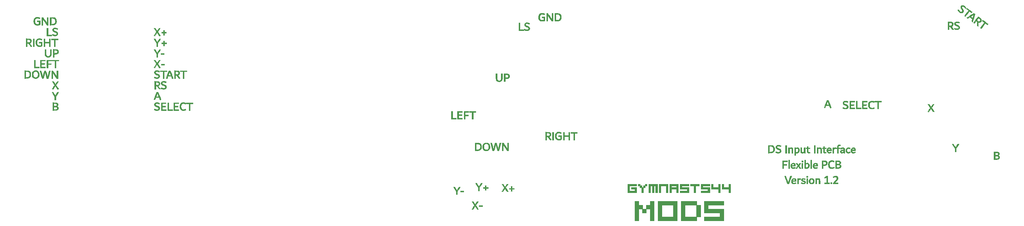
<source format=gbr>
%TF.GenerationSoftware,KiCad,Pcbnew,(5.1.6)-1*%
%TF.CreationDate,2020-07-08T21:32:23-04:00*%
%TF.ProjectId,v1.2,76312e32-2e6b-4696-9361-645f70636258,rev?*%
%TF.SameCoordinates,Original*%
%TF.FileFunction,Legend,Top*%
%TF.FilePolarity,Positive*%
%FSLAX46Y46*%
G04 Gerber Fmt 4.6, Leading zero omitted, Abs format (unit mm)*
G04 Created by KiCad (PCBNEW (5.1.6)-1) date 2020-07-08 21:32:23*
%MOMM*%
%LPD*%
G01*
G04 APERTURE LIST*
%ADD10C,0.010000*%
%ADD11C,0.150000*%
G04 APERTURE END LIST*
D10*
%TO.C,G\u002A\u002A\u002A*%
G36*
X107006889Y31999243D02*
G01*
X107175186Y31967250D01*
X107336116Y31894788D01*
X107487039Y31783457D01*
X107625317Y31634855D01*
X107640536Y31615123D01*
X107686487Y31548492D01*
X107729949Y31475503D01*
X107765984Y31405897D01*
X107789654Y31349417D01*
X107796021Y31315804D01*
X107794192Y31311970D01*
X107771043Y31300136D01*
X107721080Y31279194D01*
X107680924Y31263534D01*
X107576362Y31223803D01*
X107520333Y31338045D01*
X107448484Y31456792D01*
X107358487Y31563177D01*
X107257894Y31651015D01*
X107154254Y31714118D01*
X107055118Y31746298D01*
X107018667Y31749128D01*
X106947410Y31738964D01*
X106891532Y31703941D01*
X106843070Y31644749D01*
X106816059Y31592960D01*
X106807328Y31536992D01*
X106818577Y31471053D01*
X106851507Y31389351D01*
X106907817Y31286096D01*
X106984621Y31162602D01*
X107064334Y31035370D01*
X107121811Y30933440D01*
X107160441Y30848415D01*
X107183612Y30771899D01*
X107194713Y30695496D01*
X107197133Y30636061D01*
X107196136Y30553261D01*
X107187813Y30495353D01*
X107167081Y30444956D01*
X107128855Y30384689D01*
X107119742Y30371478D01*
X107040506Y30270685D01*
X106961760Y30204168D01*
X106872249Y30165530D01*
X106760715Y30148377D01*
X106723886Y30146550D01*
X106608040Y30148136D01*
X106517161Y30163221D01*
X106466377Y30180279D01*
X106319428Y30256230D01*
X106177758Y30360396D01*
X106049202Y30484596D01*
X105941594Y30620651D01*
X105862768Y30760379D01*
X105832724Y30841957D01*
X105824017Y30887059D01*
X105838401Y30912631D01*
X105882001Y30934064D01*
X105959450Y30964787D01*
X106008902Y30976164D01*
X106041930Y30963900D01*
X106070103Y30923701D01*
X106104978Y30851303D01*
X106173351Y30733756D01*
X106260808Y30626172D01*
X106360390Y30533856D01*
X106465139Y30462113D01*
X106568095Y30416248D01*
X106662299Y30401564D01*
X106691005Y30404599D01*
X106770172Y30437988D01*
X106841289Y30499646D01*
X106890831Y30576093D01*
X106903394Y30616240D01*
X106906722Y30660376D01*
X106898864Y30710222D01*
X106877356Y30771475D01*
X106839737Y30849833D01*
X106783545Y30950993D01*
X106706318Y31080654D01*
X106693868Y31101109D01*
X106620133Y31226186D01*
X106568290Y31325686D01*
X106535015Y31408041D01*
X106516986Y31481678D01*
X106510877Y31555027D01*
X106510785Y31565472D01*
X106530628Y31684780D01*
X106586283Y31798319D01*
X106671414Y31896371D01*
X106771427Y31965116D01*
X106829285Y31989576D01*
X106889105Y32000880D01*
X106967494Y32001434D01*
X107006889Y31999243D01*
G37*
X107006889Y31999243D02*
X107175186Y31967250D01*
X107336116Y31894788D01*
X107487039Y31783457D01*
X107625317Y31634855D01*
X107640536Y31615123D01*
X107686487Y31548492D01*
X107729949Y31475503D01*
X107765984Y31405897D01*
X107789654Y31349417D01*
X107796021Y31315804D01*
X107794192Y31311970D01*
X107771043Y31300136D01*
X107721080Y31279194D01*
X107680924Y31263534D01*
X107576362Y31223803D01*
X107520333Y31338045D01*
X107448484Y31456792D01*
X107358487Y31563177D01*
X107257894Y31651015D01*
X107154254Y31714118D01*
X107055118Y31746298D01*
X107018667Y31749128D01*
X106947410Y31738964D01*
X106891532Y31703941D01*
X106843070Y31644749D01*
X106816059Y31592960D01*
X106807328Y31536992D01*
X106818577Y31471053D01*
X106851507Y31389351D01*
X106907817Y31286096D01*
X106984621Y31162602D01*
X107064334Y31035370D01*
X107121811Y30933440D01*
X107160441Y30848415D01*
X107183612Y30771899D01*
X107194713Y30695496D01*
X107197133Y30636061D01*
X107196136Y30553261D01*
X107187813Y30495353D01*
X107167081Y30444956D01*
X107128855Y30384689D01*
X107119742Y30371478D01*
X107040506Y30270685D01*
X106961760Y30204168D01*
X106872249Y30165530D01*
X106760715Y30148377D01*
X106723886Y30146550D01*
X106608040Y30148136D01*
X106517161Y30163221D01*
X106466377Y30180279D01*
X106319428Y30256230D01*
X106177758Y30360396D01*
X106049202Y30484596D01*
X105941594Y30620651D01*
X105862768Y30760379D01*
X105832724Y30841957D01*
X105824017Y30887059D01*
X105838401Y30912631D01*
X105882001Y30934064D01*
X105959450Y30964787D01*
X106008902Y30976164D01*
X106041930Y30963900D01*
X106070103Y30923701D01*
X106104978Y30851303D01*
X106173351Y30733756D01*
X106260808Y30626172D01*
X106360390Y30533856D01*
X106465139Y30462113D01*
X106568095Y30416248D01*
X106662299Y30401564D01*
X106691005Y30404599D01*
X106770172Y30437988D01*
X106841289Y30499646D01*
X106890831Y30576093D01*
X106903394Y30616240D01*
X106906722Y30660376D01*
X106898864Y30710222D01*
X106877356Y30771475D01*
X106839737Y30849833D01*
X106783545Y30950993D01*
X106706318Y31080654D01*
X106693868Y31101109D01*
X106620133Y31226186D01*
X106568290Y31325686D01*
X106535015Y31408041D01*
X106516986Y31481678D01*
X106510877Y31555027D01*
X106510785Y31565472D01*
X106530628Y31684780D01*
X106586283Y31798319D01*
X106671414Y31896371D01*
X106771427Y31965116D01*
X106829285Y31989576D01*
X106889105Y32000880D01*
X106967494Y32001434D01*
X107006889Y31999243D01*
G36*
X108045366Y31313699D02*
G01*
X108096173Y31278539D01*
X108172462Y31223523D01*
X108270188Y31151620D01*
X108385310Y31065800D01*
X108513784Y30969031D01*
X108616750Y30890840D01*
X108753786Y30786471D01*
X108881356Y30689401D01*
X108995228Y30602844D01*
X109091173Y30530013D01*
X109164958Y30474120D01*
X109212352Y30438378D01*
X109227743Y30426936D01*
X109248551Y30408573D01*
X109251547Y30387849D01*
X109234146Y30353982D01*
X109197696Y30301665D01*
X109157192Y30248780D01*
X109125417Y30213609D01*
X109112706Y30204833D01*
X109091204Y30217055D01*
X109042765Y30250611D01*
X108973866Y30300842D01*
X108890982Y30363088D01*
X108860908Y30386052D01*
X108774652Y30450816D01*
X108699870Y30504389D01*
X108643087Y30542288D01*
X108610829Y30560034D01*
X108606594Y30560677D01*
X108590067Y30542818D01*
X108551134Y30494999D01*
X108492817Y30421105D01*
X108418138Y30325022D01*
X108330119Y30210636D01*
X108231783Y30081831D01*
X108140455Y29961417D01*
X108034628Y29821785D01*
X107935706Y29691865D01*
X107846872Y29575791D01*
X107771307Y29477694D01*
X107712192Y29401707D01*
X107672709Y29351963D01*
X107657099Y29333540D01*
X107634496Y29315634D01*
X107610627Y29315443D01*
X107574440Y29336236D01*
X107526667Y29372135D01*
X107473603Y29416695D01*
X107436809Y29454083D01*
X107426246Y29470846D01*
X107437426Y29493009D01*
X107471536Y29544617D01*
X107525639Y29621602D01*
X107596801Y29719897D01*
X107682083Y29835433D01*
X107778551Y29964144D01*
X107856761Y30067250D01*
X107961875Y30205223D01*
X108060290Y30334577D01*
X108148673Y30450918D01*
X108223689Y30549852D01*
X108282007Y30626984D01*
X108320293Y30677920D01*
X108333354Y30695585D01*
X108374260Y30752421D01*
X108135672Y30935676D01*
X108049559Y31002723D01*
X107976264Y31061505D01*
X107922040Y31106876D01*
X107893136Y31133691D01*
X107890152Y31137761D01*
X107897434Y31165775D01*
X107923685Y31211865D01*
X107959449Y31262738D01*
X107995267Y31305099D01*
X108021685Y31325654D01*
X108024083Y31326035D01*
X108045366Y31313699D01*
G37*
X108045366Y31313699D02*
X108096173Y31278539D01*
X108172462Y31223523D01*
X108270188Y31151620D01*
X108385310Y31065800D01*
X108513784Y30969031D01*
X108616750Y30890840D01*
X108753786Y30786471D01*
X108881356Y30689401D01*
X108995228Y30602844D01*
X109091173Y30530013D01*
X109164958Y30474120D01*
X109212352Y30438378D01*
X109227743Y30426936D01*
X109248551Y30408573D01*
X109251547Y30387849D01*
X109234146Y30353982D01*
X109197696Y30301665D01*
X109157192Y30248780D01*
X109125417Y30213609D01*
X109112706Y30204833D01*
X109091204Y30217055D01*
X109042765Y30250611D01*
X108973866Y30300842D01*
X108890982Y30363088D01*
X108860908Y30386052D01*
X108774652Y30450816D01*
X108699870Y30504389D01*
X108643087Y30542288D01*
X108610829Y30560034D01*
X108606594Y30560677D01*
X108590067Y30542818D01*
X108551134Y30494999D01*
X108492817Y30421105D01*
X108418138Y30325022D01*
X108330119Y30210636D01*
X108231783Y30081831D01*
X108140455Y29961417D01*
X108034628Y29821785D01*
X107935706Y29691865D01*
X107846872Y29575791D01*
X107771307Y29477694D01*
X107712192Y29401707D01*
X107672709Y29351963D01*
X107657099Y29333540D01*
X107634496Y29315634D01*
X107610627Y29315443D01*
X107574440Y29336236D01*
X107526667Y29372135D01*
X107473603Y29416695D01*
X107436809Y29454083D01*
X107426246Y29470846D01*
X107437426Y29493009D01*
X107471536Y29544617D01*
X107525639Y29621602D01*
X107596801Y29719897D01*
X107682083Y29835433D01*
X107778551Y29964144D01*
X107856761Y30067250D01*
X107961875Y30205223D01*
X108060290Y30334577D01*
X108148673Y30450918D01*
X108223689Y30549852D01*
X108282007Y30626984D01*
X108320293Y30677920D01*
X108333354Y30695585D01*
X108374260Y30752421D01*
X108135672Y30935676D01*
X108049559Y31002723D01*
X107976264Y31061505D01*
X107922040Y31106876D01*
X107893136Y31133691D01*
X107890152Y31137761D01*
X107897434Y31165775D01*
X107923685Y31211865D01*
X107959449Y31262738D01*
X107995267Y31305099D01*
X108021685Y31325654D01*
X108024083Y31326035D01*
X108045366Y31313699D01*
G36*
X10398125Y30073273D02*
G01*
X10571639Y30069175D01*
X10709728Y30063043D01*
X10819297Y30053532D01*
X10907249Y30039299D01*
X10980487Y30019001D01*
X11045914Y29991294D01*
X11110435Y29954835D01*
X11154833Y29926025D01*
X11276536Y29821586D01*
X11370147Y29689484D01*
X11436676Y29527700D01*
X11477133Y29334217D01*
X11484576Y29267078D01*
X11486418Y29062230D01*
X11455050Y28872176D01*
X11392453Y28701038D01*
X11300611Y28552942D01*
X11181508Y28432009D01*
X11040674Y28344024D01*
X10955180Y28307082D01*
X10871365Y28279370D01*
X10781080Y28259675D01*
X10676180Y28246782D01*
X10548514Y28239479D01*
X10389937Y28236551D01*
X10317708Y28236333D01*
X9948333Y28236333D01*
X9948333Y28463356D01*
X10223500Y28463356D01*
X10472208Y28474330D01*
X10612061Y28483448D01*
X10720034Y28497795D01*
X10806424Y28518940D01*
X10838423Y28530101D01*
X10965312Y28597793D01*
X11064729Y28695283D01*
X11137203Y28818417D01*
X11159503Y28874097D01*
X11173752Y28930530D01*
X11181608Y28999446D01*
X11184726Y29092573D01*
X11185022Y29157083D01*
X11178279Y29315903D01*
X11156386Y29442623D01*
X11116345Y29545698D01*
X11055159Y29633580D01*
X10994753Y29693583D01*
X10930425Y29744367D01*
X10864481Y29781351D01*
X10787998Y29807074D01*
X10692057Y29824070D01*
X10567736Y29834877D01*
X10482792Y29839155D01*
X10223500Y29850111D01*
X10223500Y28463356D01*
X9948333Y28463356D01*
X9948333Y30081471D01*
X10398125Y30073273D01*
G37*
X10398125Y30073273D02*
X10571639Y30069175D01*
X10709728Y30063043D01*
X10819297Y30053532D01*
X10907249Y30039299D01*
X10980487Y30019001D01*
X11045914Y29991294D01*
X11110435Y29954835D01*
X11154833Y29926025D01*
X11276536Y29821586D01*
X11370147Y29689484D01*
X11436676Y29527700D01*
X11477133Y29334217D01*
X11484576Y29267078D01*
X11486418Y29062230D01*
X11455050Y28872176D01*
X11392453Y28701038D01*
X11300611Y28552942D01*
X11181508Y28432009D01*
X11040674Y28344024D01*
X10955180Y28307082D01*
X10871365Y28279370D01*
X10781080Y28259675D01*
X10676180Y28246782D01*
X10548514Y28239479D01*
X10389937Y28236551D01*
X10317708Y28236333D01*
X9948333Y28236333D01*
X9948333Y28463356D01*
X10223500Y28463356D01*
X10472208Y28474330D01*
X10612061Y28483448D01*
X10720034Y28497795D01*
X10806424Y28518940D01*
X10838423Y28530101D01*
X10965312Y28597793D01*
X11064729Y28695283D01*
X11137203Y28818417D01*
X11159503Y28874097D01*
X11173752Y28930530D01*
X11181608Y28999446D01*
X11184726Y29092573D01*
X11185022Y29157083D01*
X11178279Y29315903D01*
X11156386Y29442623D01*
X11116345Y29545698D01*
X11055159Y29633580D01*
X10994753Y29693583D01*
X10930425Y29744367D01*
X10864481Y29781351D01*
X10787998Y29807074D01*
X10692057Y29824070D01*
X10567736Y29834877D01*
X10482792Y29839155D01*
X10223500Y29850111D01*
X10223500Y28463356D01*
X9948333Y28463356D01*
X9948333Y30081471D01*
X10398125Y30073273D01*
G36*
X8282393Y30067250D02*
G01*
X8535925Y29696833D01*
X8631034Y29557746D01*
X8736278Y29403619D01*
X8842704Y29247579D01*
X8941357Y29102754D01*
X9009062Y29003205D01*
X9228667Y28679993D01*
X9228667Y30077833D01*
X9503833Y30077833D01*
X9503833Y28236333D01*
X9188725Y28236333D01*
X8265583Y29596321D01*
X8254413Y28236333D01*
X7979833Y28236333D01*
X7979833Y30079688D01*
X8282393Y30067250D01*
G37*
X8282393Y30067250D02*
X8535925Y29696833D01*
X8631034Y29557746D01*
X8736278Y29403619D01*
X8842704Y29247579D01*
X8941357Y29102754D01*
X9009062Y29003205D01*
X9228667Y28679993D01*
X9228667Y30077833D01*
X9503833Y30077833D01*
X9503833Y28236333D01*
X9188725Y28236333D01*
X8265583Y29596321D01*
X8254413Y28236333D01*
X7979833Y28236333D01*
X7979833Y30079688D01*
X8282393Y30067250D01*
G36*
X7024482Y30114437D02*
G01*
X7141628Y30099657D01*
X7262859Y30073438D01*
X7375528Y30039410D01*
X7466987Y30001200D01*
X7509946Y29975184D01*
X7558493Y29938565D01*
X7502770Y29838866D01*
X7469189Y29783455D01*
X7442240Y29747256D01*
X7431666Y29739167D01*
X7404751Y29747662D01*
X7354992Y29769065D01*
X7331095Y29780326D01*
X7165840Y29840494D01*
X6991510Y29863605D01*
X6894185Y29861658D01*
X6736075Y29836035D01*
X6606528Y29781003D01*
X6504636Y29695484D01*
X6429491Y29578399D01*
X6380186Y29428671D01*
X6355814Y29245221D01*
X6354501Y29220449D01*
X6358127Y29014851D01*
X6388779Y28839706D01*
X6446154Y28695806D01*
X6529949Y28583942D01*
X6625960Y28512264D01*
X6684282Y28484759D01*
X6746771Y28467499D01*
X6827138Y28457646D01*
X6910917Y28453283D01*
X7034580Y28453617D01*
X7143849Y28462864D01*
X7207250Y28475036D01*
X7313083Y28503617D01*
X7319026Y28761559D01*
X7324969Y29019500D01*
X6858000Y29019500D01*
X6858289Y29098875D01*
X6858479Y29160873D01*
X6862355Y29206166D01*
X6875655Y29237370D01*
X6904113Y29257098D01*
X6953467Y29267965D01*
X7029454Y29272584D01*
X7137811Y29273571D01*
X7241469Y29273500D01*
X7598833Y29273500D01*
X7598833Y28348962D01*
X7540625Y28321920D01*
X7422183Y28271758D01*
X7312306Y28237748D01*
X7196082Y28216619D01*
X7058595Y28205106D01*
X6995583Y28202503D01*
X6833411Y28201122D01*
X6712378Y28209044D01*
X6646333Y28221714D01*
X6501795Y28274360D01*
X6383483Y28343726D01*
X6297682Y28416766D01*
X6202895Y28526880D01*
X6133226Y28651275D01*
X6086943Y28795703D01*
X6062314Y28965917D01*
X6057608Y29167667D01*
X6058822Y29210000D01*
X6065206Y29338879D01*
X6074868Y29436648D01*
X6089460Y29514497D01*
X6110636Y29583618D01*
X6116152Y29598275D01*
X6200193Y29760564D01*
X6314254Y29894563D01*
X6455477Y29998647D01*
X6621004Y30071192D01*
X6807976Y30110573D01*
X7013535Y30115166D01*
X7024482Y30114437D01*
G37*
X7024482Y30114437D02*
X7141628Y30099657D01*
X7262859Y30073438D01*
X7375528Y30039410D01*
X7466987Y30001200D01*
X7509946Y29975184D01*
X7558493Y29938565D01*
X7502770Y29838866D01*
X7469189Y29783455D01*
X7442240Y29747256D01*
X7431666Y29739167D01*
X7404751Y29747662D01*
X7354992Y29769065D01*
X7331095Y29780326D01*
X7165840Y29840494D01*
X6991510Y29863605D01*
X6894185Y29861658D01*
X6736075Y29836035D01*
X6606528Y29781003D01*
X6504636Y29695484D01*
X6429491Y29578399D01*
X6380186Y29428671D01*
X6355814Y29245221D01*
X6354501Y29220449D01*
X6358127Y29014851D01*
X6388779Y28839706D01*
X6446154Y28695806D01*
X6529949Y28583942D01*
X6625960Y28512264D01*
X6684282Y28484759D01*
X6746771Y28467499D01*
X6827138Y28457646D01*
X6910917Y28453283D01*
X7034580Y28453617D01*
X7143849Y28462864D01*
X7207250Y28475036D01*
X7313083Y28503617D01*
X7319026Y28761559D01*
X7324969Y29019500D01*
X6858000Y29019500D01*
X6858289Y29098875D01*
X6858479Y29160873D01*
X6862355Y29206166D01*
X6875655Y29237370D01*
X6904113Y29257098D01*
X6953467Y29267965D01*
X7029454Y29272584D01*
X7137811Y29273571D01*
X7241469Y29273500D01*
X7598833Y29273500D01*
X7598833Y28348962D01*
X7540625Y28321920D01*
X7422183Y28271758D01*
X7312306Y28237748D01*
X7196082Y28216619D01*
X7058595Y28205106D01*
X6995583Y28202503D01*
X6833411Y28201122D01*
X6712378Y28209044D01*
X6646333Y28221714D01*
X6501795Y28274360D01*
X6383483Y28343726D01*
X6297682Y28416766D01*
X6202895Y28526880D01*
X6133226Y28651275D01*
X6086943Y28795703D01*
X6062314Y28965917D01*
X6057608Y29167667D01*
X6058822Y29210000D01*
X6065206Y29338879D01*
X6074868Y29436648D01*
X6089460Y29514497D01*
X6110636Y29583618D01*
X6116152Y29598275D01*
X6200193Y29760564D01*
X6314254Y29894563D01*
X6455477Y29998647D01*
X6621004Y30071192D01*
X6807976Y30110573D01*
X7013535Y30115166D01*
X7024482Y30114437D01*
G36*
X109685261Y30072285D02*
G01*
X109734546Y30040760D01*
X109792833Y29997929D01*
X109849659Y29951960D01*
X109894558Y29911016D01*
X109917066Y29883262D01*
X109917974Y29879499D01*
X109911849Y29849652D01*
X109894940Y29785291D01*
X109868729Y29691327D01*
X109834699Y29572674D01*
X109794330Y29434245D01*
X109749104Y29280953D01*
X109700502Y29117712D01*
X109650005Y28949434D01*
X109599096Y28781033D01*
X109549255Y28617422D01*
X109501965Y28463514D01*
X109458705Y28324222D01*
X109420959Y28204459D01*
X109390206Y28109139D01*
X109367930Y28043175D01*
X109355610Y28011479D01*
X109354093Y28009392D01*
X109327325Y28017574D01*
X109279387Y28045893D01*
X109234310Y28078031D01*
X109180953Y28123254D01*
X109145018Y28162290D01*
X109135333Y28181823D01*
X109141231Y28212273D01*
X109157269Y28274021D01*
X109180969Y28357958D01*
X109208555Y28450728D01*
X109239293Y28553366D01*
X109258268Y28623403D01*
X109266525Y28668588D01*
X109265110Y28696668D01*
X109255070Y28715392D01*
X109245596Y28725120D01*
X109216678Y28749209D01*
X109160717Y28793478D01*
X109084493Y28852647D01*
X108994785Y28921436D01*
X108942746Y28961009D01*
X108676076Y29163194D01*
X108449947Y29017264D01*
X108363174Y28962105D01*
X108288947Y28916498D01*
X108234594Y28884832D01*
X108207439Y28871494D01*
X108206370Y28871333D01*
X108178251Y28883527D01*
X108132878Y28914174D01*
X108081228Y28954372D01*
X108034281Y28995217D01*
X108003014Y29027809D01*
X107996476Y29041537D01*
X108015270Y29056497D01*
X108065721Y29090947D01*
X108143462Y29142143D01*
X108244127Y29207339D01*
X108363349Y29283791D01*
X108368185Y29286871D01*
X108922996Y29286871D01*
X108952593Y29260923D01*
X109004813Y29218442D01*
X109071751Y29165517D01*
X109145500Y29108238D01*
X109218155Y29052695D01*
X109281810Y29004979D01*
X109328558Y28971179D01*
X109350494Y28957385D01*
X109350790Y28957331D01*
X109364071Y28975069D01*
X109383131Y29022183D01*
X109397474Y29067125D01*
X109416203Y29130264D01*
X109443872Y29221943D01*
X109476871Y29330271D01*
X109511594Y29443355D01*
X109514446Y29452600D01*
X109544787Y29553467D01*
X109569015Y29638950D01*
X109585078Y29701414D01*
X109590924Y29733227D01*
X109590485Y29735571D01*
X109570862Y29727411D01*
X109521346Y29699565D01*
X109447549Y29655399D01*
X109355085Y29598277D01*
X109249569Y29531563D01*
X109241535Y29526426D01*
X109109240Y29440195D01*
X109012862Y29373706D01*
X108951314Y29326141D01*
X108923508Y29296682D01*
X108922996Y29286871D01*
X108368185Y29286871D01*
X108496762Y29368754D01*
X108639998Y29459483D01*
X108788691Y29553233D01*
X108938475Y29647259D01*
X109084982Y29738817D01*
X109223846Y29825161D01*
X109350700Y29903548D01*
X109461178Y29971231D01*
X109550913Y30025467D01*
X109615538Y30063510D01*
X109650687Y30082615D01*
X109655444Y30084340D01*
X109685261Y30072285D01*
G37*
X109685261Y30072285D02*
X109734546Y30040760D01*
X109792833Y29997929D01*
X109849659Y29951960D01*
X109894558Y29911016D01*
X109917066Y29883262D01*
X109917974Y29879499D01*
X109911849Y29849652D01*
X109894940Y29785291D01*
X109868729Y29691327D01*
X109834699Y29572674D01*
X109794330Y29434245D01*
X109749104Y29280953D01*
X109700502Y29117712D01*
X109650005Y28949434D01*
X109599096Y28781033D01*
X109549255Y28617422D01*
X109501965Y28463514D01*
X109458705Y28324222D01*
X109420959Y28204459D01*
X109390206Y28109139D01*
X109367930Y28043175D01*
X109355610Y28011479D01*
X109354093Y28009392D01*
X109327325Y28017574D01*
X109279387Y28045893D01*
X109234310Y28078031D01*
X109180953Y28123254D01*
X109145018Y28162290D01*
X109135333Y28181823D01*
X109141231Y28212273D01*
X109157269Y28274021D01*
X109180969Y28357958D01*
X109208555Y28450728D01*
X109239293Y28553366D01*
X109258268Y28623403D01*
X109266525Y28668588D01*
X109265110Y28696668D01*
X109255070Y28715392D01*
X109245596Y28725120D01*
X109216678Y28749209D01*
X109160717Y28793478D01*
X109084493Y28852647D01*
X108994785Y28921436D01*
X108942746Y28961009D01*
X108676076Y29163194D01*
X108449947Y29017264D01*
X108363174Y28962105D01*
X108288947Y28916498D01*
X108234594Y28884832D01*
X108207439Y28871494D01*
X108206370Y28871333D01*
X108178251Y28883527D01*
X108132878Y28914174D01*
X108081228Y28954372D01*
X108034281Y28995217D01*
X108003014Y29027809D01*
X107996476Y29041537D01*
X108015270Y29056497D01*
X108065721Y29090947D01*
X108143462Y29142143D01*
X108244127Y29207339D01*
X108363349Y29283791D01*
X108368185Y29286871D01*
X108922996Y29286871D01*
X108952593Y29260923D01*
X109004813Y29218442D01*
X109071751Y29165517D01*
X109145500Y29108238D01*
X109218155Y29052695D01*
X109281810Y29004979D01*
X109328558Y28971179D01*
X109350494Y28957385D01*
X109350790Y28957331D01*
X109364071Y28975069D01*
X109383131Y29022183D01*
X109397474Y29067125D01*
X109416203Y29130264D01*
X109443872Y29221943D01*
X109476871Y29330271D01*
X109511594Y29443355D01*
X109514446Y29452600D01*
X109544787Y29553467D01*
X109569015Y29638950D01*
X109585078Y29701414D01*
X109590924Y29733227D01*
X109590485Y29735571D01*
X109570862Y29727411D01*
X109521346Y29699565D01*
X109447549Y29655399D01*
X109355085Y29598277D01*
X109249569Y29531563D01*
X109241535Y29526426D01*
X109109240Y29440195D01*
X109012862Y29373706D01*
X108951314Y29326141D01*
X108923508Y29296682D01*
X108922996Y29286871D01*
X108368185Y29286871D01*
X108496762Y29368754D01*
X108639998Y29459483D01*
X108788691Y29553233D01*
X108938475Y29647259D01*
X109084982Y29738817D01*
X109223846Y29825161D01*
X109350700Y29903548D01*
X109461178Y29971231D01*
X109550913Y30025467D01*
X109615538Y30063510D01*
X109650687Y30082615D01*
X109655444Y30084340D01*
X109685261Y30072285D01*
G36*
X-109662958Y29124140D02*
G01*
X-109537875Y29120834D01*
X-109428740Y29115830D01*
X-109345153Y29109541D01*
X-109305090Y29104247D01*
X-109125348Y29052037D01*
X-108969452Y28969667D01*
X-108841123Y28860185D01*
X-108744079Y28726639D01*
X-108690138Y28600288D01*
X-108643324Y28395127D01*
X-108629708Y28194367D01*
X-108647844Y28002863D01*
X-108696286Y27825470D01*
X-108773588Y27667044D01*
X-108878304Y27532439D01*
X-109008989Y27426511D01*
X-109046147Y27404753D01*
X-109130637Y27363314D01*
X-109217819Y27331327D01*
X-109315297Y27307393D01*
X-109430675Y27290115D01*
X-109571556Y27278092D01*
X-109745544Y27269926D01*
X-109786208Y27268594D01*
X-110172500Y27256664D01*
X-110172500Y27516667D01*
X-109897333Y27516667D01*
X-109707875Y27516667D01*
X-109605493Y27519479D01*
X-109503712Y27526938D01*
X-109421151Y27537575D01*
X-109406250Y27540441D01*
X-109266091Y27582230D01*
X-109154964Y27644465D01*
X-109066027Y27728489D01*
X-109007948Y27811218D01*
X-108968365Y27906055D01*
X-108945019Y28021593D01*
X-108935652Y28166425D01*
X-108935258Y28225750D01*
X-108944850Y28388516D01*
X-108973561Y28519822D01*
X-109023882Y28627139D01*
X-109098300Y28717936D01*
X-109099699Y28719294D01*
X-109177078Y28782716D01*
X-109263967Y28828787D01*
X-109368729Y28860131D01*
X-109499724Y28879371D01*
X-109638042Y28888172D01*
X-109897333Y28898216D01*
X-109897333Y27516667D01*
X-110172500Y27516667D01*
X-110172500Y29125333D01*
X-109794389Y29125333D01*
X-109662958Y29124140D01*
G37*
X-109662958Y29124140D02*
X-109537875Y29120834D01*
X-109428740Y29115830D01*
X-109345153Y29109541D01*
X-109305090Y29104247D01*
X-109125348Y29052037D01*
X-108969452Y28969667D01*
X-108841123Y28860185D01*
X-108744079Y28726639D01*
X-108690138Y28600288D01*
X-108643324Y28395127D01*
X-108629708Y28194367D01*
X-108647844Y28002863D01*
X-108696286Y27825470D01*
X-108773588Y27667044D01*
X-108878304Y27532439D01*
X-109008989Y27426511D01*
X-109046147Y27404753D01*
X-109130637Y27363314D01*
X-109217819Y27331327D01*
X-109315297Y27307393D01*
X-109430675Y27290115D01*
X-109571556Y27278092D01*
X-109745544Y27269926D01*
X-109786208Y27268594D01*
X-110172500Y27256664D01*
X-110172500Y27516667D01*
X-109897333Y27516667D01*
X-109707875Y27516667D01*
X-109605493Y27519479D01*
X-109503712Y27526938D01*
X-109421151Y27537575D01*
X-109406250Y27540441D01*
X-109266091Y27582230D01*
X-109154964Y27644465D01*
X-109066027Y27728489D01*
X-109007948Y27811218D01*
X-108968365Y27906055D01*
X-108945019Y28021593D01*
X-108935652Y28166425D01*
X-108935258Y28225750D01*
X-108944850Y28388516D01*
X-108973561Y28519822D01*
X-109023882Y28627139D01*
X-109098300Y28717936D01*
X-109099699Y28719294D01*
X-109177078Y28782716D01*
X-109263967Y28828787D01*
X-109368729Y28860131D01*
X-109499724Y28879371D01*
X-109638042Y28888172D01*
X-109897333Y28898216D01*
X-109897333Y27516667D01*
X-110172500Y27516667D01*
X-110172500Y29125333D01*
X-109794389Y29125333D01*
X-109662958Y29124140D01*
G36*
X-111531876Y28664958D02*
G01*
X-111436192Y28525136D01*
X-111338277Y28381920D01*
X-111243803Y28243619D01*
X-111158444Y28118539D01*
X-111087872Y28014988D01*
X-111054416Y27965805D01*
X-110892167Y27727027D01*
X-110892167Y29125333D01*
X-110617000Y29125333D01*
X-110617000Y27262667D01*
X-110770458Y27263538D01*
X-110923917Y27264408D01*
X-111389583Y27954326D01*
X-111855250Y28644244D01*
X-111860831Y27953455D01*
X-111866412Y27262667D01*
X-112141000Y27262667D01*
X-112141000Y29125333D01*
X-111847089Y29125333D01*
X-111531876Y28664958D01*
G37*
X-111531876Y28664958D02*
X-111436192Y28525136D01*
X-111338277Y28381920D01*
X-111243803Y28243619D01*
X-111158444Y28118539D01*
X-111087872Y28014988D01*
X-111054416Y27965805D01*
X-110892167Y27727027D01*
X-110892167Y29125333D01*
X-110617000Y29125333D01*
X-110617000Y27262667D01*
X-110770458Y27263538D01*
X-110923917Y27264408D01*
X-111389583Y27954326D01*
X-111855250Y28644244D01*
X-111860831Y27953455D01*
X-111866412Y27262667D01*
X-112141000Y27262667D01*
X-112141000Y29125333D01*
X-111847089Y29125333D01*
X-111531876Y28664958D01*
G36*
X-113030260Y29156040D02*
G01*
X-112973275Y29147643D01*
X-112899256Y29130953D01*
X-112814875Y29105541D01*
X-112729760Y29075186D01*
X-112653536Y29043667D01*
X-112595833Y29014763D01*
X-112566276Y28992252D01*
X-112564333Y28987126D01*
X-112574723Y28958849D01*
X-112600413Y28911805D01*
X-112633188Y28859017D01*
X-112664830Y28813514D01*
X-112687123Y28788318D01*
X-112690787Y28786667D01*
X-112717245Y28795052D01*
X-112769972Y28816944D01*
X-112831651Y28844875D01*
X-112895859Y28872596D01*
X-112953617Y28889894D01*
X-113018587Y28899137D01*
X-113104432Y28902694D01*
X-113167583Y28903083D01*
X-113269668Y28901852D01*
X-113341471Y28896773D01*
X-113395006Y28885769D01*
X-113442288Y28866760D01*
X-113473512Y28850167D01*
X-113568648Y28778706D01*
X-113653406Y28682522D01*
X-113715119Y28577060D01*
X-113729998Y28537424D01*
X-113741992Y28480801D01*
X-113753347Y28396451D01*
X-113762251Y28298967D01*
X-113764890Y28256386D01*
X-113762767Y28054537D01*
X-113733416Y27884480D01*
X-113676439Y27745260D01*
X-113591438Y27635923D01*
X-113478013Y27555514D01*
X-113470853Y27551867D01*
X-113402180Y27520604D01*
X-113340934Y27502546D01*
X-113270575Y27494397D01*
X-113174561Y27492866D01*
X-113174520Y27492866D01*
X-113077477Y27496896D01*
X-112983447Y27506571D01*
X-112910741Y27519922D01*
X-112903000Y27522063D01*
X-112807750Y27550211D01*
X-112801807Y27808606D01*
X-112795864Y28067000D01*
X-113262833Y28067000D01*
X-113262544Y28135792D01*
X-113258321Y28200733D01*
X-113249492Y28252208D01*
X-113243556Y28269601D01*
X-113232403Y28282141D01*
X-113209868Y28290624D01*
X-113169789Y28295841D01*
X-113106001Y28298587D01*
X-113012343Y28299653D01*
X-112882649Y28299833D01*
X-112522000Y28299833D01*
X-112522000Y27845495D01*
X-112521554Y27694036D01*
X-112521739Y27579043D01*
X-112524838Y27494682D01*
X-112533135Y27435117D01*
X-112548912Y27394513D01*
X-112574454Y27367035D01*
X-112612043Y27346849D01*
X-112663963Y27328120D01*
X-112732498Y27305012D01*
X-112733667Y27304601D01*
X-112844148Y27276263D01*
X-112980994Y27256800D01*
X-113130241Y27246776D01*
X-113277928Y27246753D01*
X-113410092Y27257298D01*
X-113495667Y27273830D01*
X-113651895Y27337931D01*
X-113791153Y27436567D01*
X-113906674Y27563192D01*
X-113991690Y27711254D01*
X-114016569Y27777929D01*
X-114039301Y27879354D01*
X-114054833Y28008795D01*
X-114062793Y28152491D01*
X-114062806Y28296679D01*
X-114054501Y28427597D01*
X-114037504Y28531483D01*
X-114037030Y28533359D01*
X-113971735Y28711646D01*
X-113875405Y28862961D01*
X-113750955Y28985621D01*
X-113601300Y29077942D01*
X-113429356Y29138241D01*
X-113238038Y29164835D01*
X-113030260Y29156040D01*
G37*
X-113030260Y29156040D02*
X-112973275Y29147643D01*
X-112899256Y29130953D01*
X-112814875Y29105541D01*
X-112729760Y29075186D01*
X-112653536Y29043667D01*
X-112595833Y29014763D01*
X-112566276Y28992252D01*
X-112564333Y28987126D01*
X-112574723Y28958849D01*
X-112600413Y28911805D01*
X-112633188Y28859017D01*
X-112664830Y28813514D01*
X-112687123Y28788318D01*
X-112690787Y28786667D01*
X-112717245Y28795052D01*
X-112769972Y28816944D01*
X-112831651Y28844875D01*
X-112895859Y28872596D01*
X-112953617Y28889894D01*
X-113018587Y28899137D01*
X-113104432Y28902694D01*
X-113167583Y28903083D01*
X-113269668Y28901852D01*
X-113341471Y28896773D01*
X-113395006Y28885769D01*
X-113442288Y28866760D01*
X-113473512Y28850167D01*
X-113568648Y28778706D01*
X-113653406Y28682522D01*
X-113715119Y28577060D01*
X-113729998Y28537424D01*
X-113741992Y28480801D01*
X-113753347Y28396451D01*
X-113762251Y28298967D01*
X-113764890Y28256386D01*
X-113762767Y28054537D01*
X-113733416Y27884480D01*
X-113676439Y27745260D01*
X-113591438Y27635923D01*
X-113478013Y27555514D01*
X-113470853Y27551867D01*
X-113402180Y27520604D01*
X-113340934Y27502546D01*
X-113270575Y27494397D01*
X-113174561Y27492866D01*
X-113174520Y27492866D01*
X-113077477Y27496896D01*
X-112983447Y27506571D01*
X-112910741Y27519922D01*
X-112903000Y27522063D01*
X-112807750Y27550211D01*
X-112801807Y27808606D01*
X-112795864Y28067000D01*
X-113262833Y28067000D01*
X-113262544Y28135792D01*
X-113258321Y28200733D01*
X-113249492Y28252208D01*
X-113243556Y28269601D01*
X-113232403Y28282141D01*
X-113209868Y28290624D01*
X-113169789Y28295841D01*
X-113106001Y28298587D01*
X-113012343Y28299653D01*
X-112882649Y28299833D01*
X-112522000Y28299833D01*
X-112522000Y27845495D01*
X-112521554Y27694036D01*
X-112521739Y27579043D01*
X-112524838Y27494682D01*
X-112533135Y27435117D01*
X-112548912Y27394513D01*
X-112574454Y27367035D01*
X-112612043Y27346849D01*
X-112663963Y27328120D01*
X-112732498Y27305012D01*
X-112733667Y27304601D01*
X-112844148Y27276263D01*
X-112980994Y27256800D01*
X-113130241Y27246776D01*
X-113277928Y27246753D01*
X-113410092Y27257298D01*
X-113495667Y27273830D01*
X-113651895Y27337931D01*
X-113791153Y27436567D01*
X-113906674Y27563192D01*
X-113991690Y27711254D01*
X-114016569Y27777929D01*
X-114039301Y27879354D01*
X-114054833Y28008795D01*
X-114062793Y28152491D01*
X-114062806Y28296679D01*
X-114054501Y28427597D01*
X-114037504Y28531483D01*
X-114037030Y28533359D01*
X-113971735Y28711646D01*
X-113875405Y28862961D01*
X-113750955Y28985621D01*
X-113601300Y29077942D01*
X-113429356Y29138241D01*
X-113238038Y29164835D01*
X-113030260Y29156040D01*
G36*
X110694943Y29289573D02*
G01*
X110744983Y29262647D01*
X110815173Y29217640D01*
X110899321Y29159061D01*
X110991238Y29091416D01*
X111084735Y29019212D01*
X111173623Y28946956D01*
X111251710Y28879155D01*
X111289634Y28843629D01*
X111393748Y28717868D01*
X111459009Y28582977D01*
X111484552Y28442761D01*
X111469514Y28301031D01*
X111434761Y28203777D01*
X111375610Y28108730D01*
X111293794Y28019162D01*
X111201192Y27945881D01*
X111109685Y27899695D01*
X111095919Y27895536D01*
X111024499Y27884467D01*
X110933490Y27881146D01*
X110839377Y27885055D01*
X110758644Y27895677D01*
X110717542Y27907410D01*
X110705363Y27910207D01*
X110696184Y27903351D01*
X110689583Y27881830D01*
X110685139Y27840630D01*
X110682432Y27774735D01*
X110681040Y27679133D01*
X110680544Y27548809D01*
X110680500Y27466015D01*
X110679736Y27332014D01*
X110677597Y27213517D01*
X110674316Y27116619D01*
X110670123Y27047416D01*
X110665249Y27012004D01*
X110663156Y27008667D01*
X110638566Y27020482D01*
X110590841Y27051442D01*
X110530864Y27094441D01*
X110415917Y27180216D01*
X110423149Y27628900D01*
X110430381Y28077583D01*
X110326555Y28154421D01*
X110222730Y28231259D01*
X110006397Y27947686D01*
X109924732Y27840678D01*
X109863804Y27764097D01*
X109817959Y27715270D01*
X109781545Y27691524D01*
X109748905Y27690185D01*
X109714388Y27708581D01*
X109672338Y27744039D01*
X109639240Y27774109D01*
X109561063Y27844750D01*
X110005337Y28427502D01*
X110384167Y28427502D01*
X110400538Y28406029D01*
X110443754Y28368248D01*
X110504966Y28320615D01*
X110575326Y28269585D01*
X110645986Y28221614D01*
X110708097Y28183158D01*
X110746232Y28163343D01*
X110857022Y28133754D01*
X110958486Y28145344D01*
X110995909Y28161169D01*
X111065455Y28210940D01*
X111131038Y28280693D01*
X111180346Y28355686D01*
X111198722Y28404021D01*
X111198827Y28501275D01*
X111157084Y28599532D01*
X111077098Y28694740D01*
X111010427Y28755052D01*
X110938530Y28814706D01*
X110869555Y28867593D01*
X110811652Y28907605D01*
X110772969Y28928631D01*
X110763232Y28930063D01*
X110744428Y28911451D01*
X110706661Y28866124D01*
X110655558Y28801544D01*
X110596752Y28725176D01*
X110535869Y28644483D01*
X110478541Y28566929D01*
X110430397Y28499976D01*
X110397066Y28451089D01*
X110384178Y28427732D01*
X110384167Y28427502D01*
X110005337Y28427502D01*
X110104907Y28558107D01*
X110221205Y28710493D01*
X110330044Y28852795D01*
X110428643Y28981398D01*
X110514221Y29092690D01*
X110583997Y29183058D01*
X110635191Y29248889D01*
X110665021Y29286570D01*
X110671240Y29293914D01*
X110694943Y29289573D01*
G37*
X110694943Y29289573D02*
X110744983Y29262647D01*
X110815173Y29217640D01*
X110899321Y29159061D01*
X110991238Y29091416D01*
X111084735Y29019212D01*
X111173623Y28946956D01*
X111251710Y28879155D01*
X111289634Y28843629D01*
X111393748Y28717868D01*
X111459009Y28582977D01*
X111484552Y28442761D01*
X111469514Y28301031D01*
X111434761Y28203777D01*
X111375610Y28108730D01*
X111293794Y28019162D01*
X111201192Y27945881D01*
X111109685Y27899695D01*
X111095919Y27895536D01*
X111024499Y27884467D01*
X110933490Y27881146D01*
X110839377Y27885055D01*
X110758644Y27895677D01*
X110717542Y27907410D01*
X110705363Y27910207D01*
X110696184Y27903351D01*
X110689583Y27881830D01*
X110685139Y27840630D01*
X110682432Y27774735D01*
X110681040Y27679133D01*
X110680544Y27548809D01*
X110680500Y27466015D01*
X110679736Y27332014D01*
X110677597Y27213517D01*
X110674316Y27116619D01*
X110670123Y27047416D01*
X110665249Y27012004D01*
X110663156Y27008667D01*
X110638566Y27020482D01*
X110590841Y27051442D01*
X110530864Y27094441D01*
X110415917Y27180216D01*
X110423149Y27628900D01*
X110430381Y28077583D01*
X110326555Y28154421D01*
X110222730Y28231259D01*
X110006397Y27947686D01*
X109924732Y27840678D01*
X109863804Y27764097D01*
X109817959Y27715270D01*
X109781545Y27691524D01*
X109748905Y27690185D01*
X109714388Y27708581D01*
X109672338Y27744039D01*
X109639240Y27774109D01*
X109561063Y27844750D01*
X110005337Y28427502D01*
X110384167Y28427502D01*
X110400538Y28406029D01*
X110443754Y28368248D01*
X110504966Y28320615D01*
X110575326Y28269585D01*
X110645986Y28221614D01*
X110708097Y28183158D01*
X110746232Y28163343D01*
X110857022Y28133754D01*
X110958486Y28145344D01*
X110995909Y28161169D01*
X111065455Y28210940D01*
X111131038Y28280693D01*
X111180346Y28355686D01*
X111198722Y28404021D01*
X111198827Y28501275D01*
X111157084Y28599532D01*
X111077098Y28694740D01*
X111010427Y28755052D01*
X110938530Y28814706D01*
X110869555Y28867593D01*
X110811652Y28907605D01*
X110772969Y28928631D01*
X110763232Y28930063D01*
X110744428Y28911451D01*
X110706661Y28866124D01*
X110655558Y28801544D01*
X110596752Y28725176D01*
X110535869Y28644483D01*
X110478541Y28566929D01*
X110430397Y28499976D01*
X110397066Y28451089D01*
X110384178Y28427732D01*
X110384167Y28427502D01*
X110005337Y28427502D01*
X110104907Y28558107D01*
X110221205Y28710493D01*
X110330044Y28852795D01*
X110428643Y28981398D01*
X110514221Y29092690D01*
X110583997Y29183058D01*
X110635191Y29248889D01*
X110665021Y29286570D01*
X110671240Y29293914D01*
X110694943Y29289573D01*
G36*
X111828347Y28449942D02*
G01*
X111880184Y28413090D01*
X111955609Y28357760D01*
X112050017Y28287467D01*
X112158804Y28205726D01*
X112277364Y28116052D01*
X112401092Y28021959D01*
X112525384Y27926964D01*
X112645635Y27834580D01*
X112757240Y27748323D01*
X112855594Y27671707D01*
X112936091Y27608248D01*
X112994128Y27561461D01*
X113025098Y27534860D01*
X113028998Y27530296D01*
X113017283Y27503653D01*
X112987242Y27459590D01*
X112948817Y27410626D01*
X112911949Y27369277D01*
X112886579Y27348060D01*
X112883693Y27347333D01*
X112861965Y27359383D01*
X112813041Y27392483D01*
X112743421Y27442063D01*
X112659606Y27503548D01*
X112627320Y27527635D01*
X112528563Y27600419D01*
X112457610Y27649354D01*
X112409444Y27677327D01*
X112379048Y27687224D01*
X112361402Y27681931D01*
X112360541Y27681093D01*
X112342045Y27658466D01*
X112301099Y27606078D01*
X112240780Y27527938D01*
X112164164Y27428055D01*
X112074328Y27310441D01*
X111974348Y27179105D01*
X111877111Y27051000D01*
X111771248Y26911770D01*
X111673213Y26783655D01*
X111585980Y26670480D01*
X111512521Y26576066D01*
X111455812Y26504236D01*
X111418824Y26458815D01*
X111404710Y26443619D01*
X111381210Y26453474D01*
X111336158Y26483241D01*
X111294333Y26514772D01*
X111242909Y26560018D01*
X111209341Y26598434D01*
X111201534Y26616512D01*
X111214514Y26638880D01*
X111250381Y26690914D01*
X111306260Y26768690D01*
X111379272Y26868284D01*
X111466541Y26985773D01*
X111565191Y27117231D01*
X111672343Y27258736D01*
X111673455Y27260197D01*
X111780107Y27401237D01*
X111877692Y27531871D01*
X111963431Y27648258D01*
X112034547Y27746556D01*
X112088260Y27822923D01*
X112121791Y27873517D01*
X112132361Y27894496D01*
X112132306Y27894610D01*
X112112346Y27913022D01*
X112064959Y27951617D01*
X111996636Y28005246D01*
X111913870Y28068761D01*
X111887927Y28088419D01*
X111803229Y28153320D01*
X111732215Y28209456D01*
X111681017Y28251848D01*
X111655767Y28275515D01*
X111654167Y28278270D01*
X111666255Y28305807D01*
X111696223Y28349793D01*
X111734625Y28398525D01*
X111772016Y28440299D01*
X111798950Y28463411D01*
X111804703Y28464802D01*
X111828347Y28449942D01*
G37*
X111828347Y28449942D02*
X111880184Y28413090D01*
X111955609Y28357760D01*
X112050017Y28287467D01*
X112158804Y28205726D01*
X112277364Y28116052D01*
X112401092Y28021959D01*
X112525384Y27926964D01*
X112645635Y27834580D01*
X112757240Y27748323D01*
X112855594Y27671707D01*
X112936091Y27608248D01*
X112994128Y27561461D01*
X113025098Y27534860D01*
X113028998Y27530296D01*
X113017283Y27503653D01*
X112987242Y27459590D01*
X112948817Y27410626D01*
X112911949Y27369277D01*
X112886579Y27348060D01*
X112883693Y27347333D01*
X112861965Y27359383D01*
X112813041Y27392483D01*
X112743421Y27442063D01*
X112659606Y27503548D01*
X112627320Y27527635D01*
X112528563Y27600419D01*
X112457610Y27649354D01*
X112409444Y27677327D01*
X112379048Y27687224D01*
X112361402Y27681931D01*
X112360541Y27681093D01*
X112342045Y27658466D01*
X112301099Y27606078D01*
X112240780Y27527938D01*
X112164164Y27428055D01*
X112074328Y27310441D01*
X111974348Y27179105D01*
X111877111Y27051000D01*
X111771248Y26911770D01*
X111673213Y26783655D01*
X111585980Y26670480D01*
X111512521Y26576066D01*
X111455812Y26504236D01*
X111418824Y26458815D01*
X111404710Y26443619D01*
X111381210Y26453474D01*
X111336158Y26483241D01*
X111294333Y26514772D01*
X111242909Y26560018D01*
X111209341Y26598434D01*
X111201534Y26616512D01*
X111214514Y26638880D01*
X111250381Y26690914D01*
X111306260Y26768690D01*
X111379272Y26868284D01*
X111466541Y26985773D01*
X111565191Y27117231D01*
X111672343Y27258736D01*
X111673455Y27260197D01*
X111780107Y27401237D01*
X111877692Y27531871D01*
X111963431Y27648258D01*
X112034547Y27746556D01*
X112088260Y27822923D01*
X112121791Y27873517D01*
X112132361Y27894496D01*
X112132306Y27894610D01*
X112112346Y27913022D01*
X112064959Y27951617D01*
X111996636Y28005246D01*
X111913870Y28068761D01*
X111887927Y28088419D01*
X111803229Y28153320D01*
X111732215Y28209456D01*
X111681017Y28251848D01*
X111655767Y28275515D01*
X111654167Y28278270D01*
X111666255Y28305807D01*
X111696223Y28349793D01*
X111734625Y28398525D01*
X111772016Y28440299D01*
X111798950Y28463411D01*
X111804703Y28464802D01*
X111828347Y28449942D01*
G36*
X104032947Y28064591D02*
G01*
X104187210Y28056492D01*
X104311459Y28041397D01*
X104411740Y28018000D01*
X104494098Y27984994D01*
X104564581Y27941072D01*
X104612897Y27900542D01*
X104696674Y27796378D01*
X104748173Y27675089D01*
X104768840Y27544097D01*
X104760119Y27410821D01*
X104723457Y27282682D01*
X104660298Y27167100D01*
X104572089Y27071495D01*
X104460275Y27003288D01*
X104436291Y26993971D01*
X104336045Y26958367D01*
X104608439Y26595407D01*
X104688756Y26487760D01*
X104759690Y26391486D01*
X104817539Y26311713D01*
X104858597Y26253568D01*
X104879160Y26222177D01*
X104880833Y26218391D01*
X104861367Y26211780D01*
X104809751Y26206866D01*
X104736164Y26204514D01*
X104716792Y26204427D01*
X104552750Y26204520D01*
X104288524Y26564260D01*
X104024299Y26924000D01*
X103780167Y26924000D01*
X103780167Y26204333D01*
X103483833Y26204333D01*
X103483833Y27156833D01*
X103780167Y27156833D01*
X103956241Y27156833D01*
X104055985Y27160969D01*
X104155374Y27171874D01*
X104234570Y27187293D01*
X104241407Y27189230D01*
X104348253Y27237469D01*
X104420492Y27309497D01*
X104459602Y27407324D01*
X104468083Y27497592D01*
X104462225Y27586367D01*
X104442122Y27649578D01*
X104423537Y27679156D01*
X104376009Y27733350D01*
X104321589Y27772030D01*
X104251656Y27798324D01*
X104157591Y27815361D01*
X104030772Y27826270D01*
X104015758Y27827155D01*
X103780167Y27840635D01*
X103780167Y27156833D01*
X103483833Y27156833D01*
X103483833Y28067000D01*
X103842625Y28067000D01*
X104032947Y28064591D01*
G37*
X104032947Y28064591D02*
X104187210Y28056492D01*
X104311459Y28041397D01*
X104411740Y28018000D01*
X104494098Y27984994D01*
X104564581Y27941072D01*
X104612897Y27900542D01*
X104696674Y27796378D01*
X104748173Y27675089D01*
X104768840Y27544097D01*
X104760119Y27410821D01*
X104723457Y27282682D01*
X104660298Y27167100D01*
X104572089Y27071495D01*
X104460275Y27003288D01*
X104436291Y26993971D01*
X104336045Y26958367D01*
X104608439Y26595407D01*
X104688756Y26487760D01*
X104759690Y26391486D01*
X104817539Y26311713D01*
X104858597Y26253568D01*
X104879160Y26222177D01*
X104880833Y26218391D01*
X104861367Y26211780D01*
X104809751Y26206866D01*
X104736164Y26204514D01*
X104716792Y26204427D01*
X104552750Y26204520D01*
X104288524Y26564260D01*
X104024299Y26924000D01*
X103780167Y26924000D01*
X103780167Y26204333D01*
X103483833Y26204333D01*
X103483833Y27156833D01*
X103780167Y27156833D01*
X103956241Y27156833D01*
X104055985Y27160969D01*
X104155374Y27171874D01*
X104234570Y27187293D01*
X104241407Y27189230D01*
X104348253Y27237469D01*
X104420492Y27309497D01*
X104459602Y27407324D01*
X104468083Y27497592D01*
X104462225Y27586367D01*
X104442122Y27649578D01*
X104423537Y27679156D01*
X104376009Y27733350D01*
X104321589Y27772030D01*
X104251656Y27798324D01*
X104157591Y27815361D01*
X104030772Y27826270D01*
X104015758Y27827155D01*
X103780167Y27840635D01*
X103780167Y27156833D01*
X103483833Y27156833D01*
X103483833Y28067000D01*
X103842625Y28067000D01*
X104032947Y28064591D01*
G36*
X105778307Y28089385D02*
G01*
X105793654Y28087748D01*
X105924809Y28065360D01*
X106051553Y28030007D01*
X106160800Y27986009D01*
X106233233Y27942676D01*
X106283883Y27903504D01*
X106217168Y27806537D01*
X106150452Y27709569D01*
X106007768Y27777160D01*
X105933090Y27810407D01*
X105870919Y27830592D01*
X105805426Y27840890D01*
X105720781Y27844478D01*
X105670914Y27844750D01*
X105573219Y27843263D01*
X105506846Y27837526D01*
X105460846Y27825626D01*
X105424273Y27805651D01*
X105416914Y27800360D01*
X105343830Y27729038D01*
X105310714Y27650952D01*
X105312566Y27573778D01*
X105327381Y27527412D01*
X105356460Y27485614D01*
X105404732Y27445182D01*
X105477128Y27402913D01*
X105578579Y27355606D01*
X105714016Y27300059D01*
X105764274Y27280433D01*
X105933263Y27209583D01*
X106064501Y27140635D01*
X106162095Y27069161D01*
X106230152Y26990736D01*
X106272779Y26900933D01*
X106294084Y26795325D01*
X106298535Y26704615D01*
X106294926Y26611363D01*
X106280393Y26539958D01*
X106250439Y26470405D01*
X106242520Y26455541D01*
X106160335Y26347868D01*
X106046132Y26265273D01*
X105902680Y26208701D01*
X105732742Y26179101D01*
X105539086Y26177417D01*
X105452333Y26185148D01*
X105361588Y26199441D01*
X105271622Y26219632D01*
X105220193Y26235136D01*
X105150290Y26263938D01*
X105077467Y26299629D01*
X105012017Y26336400D01*
X104964233Y26368443D01*
X104944409Y26389950D01*
X104944333Y26390812D01*
X104954817Y26413805D01*
X104980781Y26458544D01*
X105013994Y26511705D01*
X105046225Y26559963D01*
X105062426Y26581982D01*
X105082572Y26576538D01*
X105131503Y26555820D01*
X105200258Y26523726D01*
X105232675Y26507899D01*
X105312975Y26469531D01*
X105375019Y26445612D01*
X105434128Y26432747D01*
X105505625Y26427537D01*
X105599387Y26426583D01*
X105747561Y26434914D01*
X105859410Y26461133D01*
X105937785Y26507078D01*
X105985534Y26574589D01*
X106005507Y26665506D01*
X106006463Y26689349D01*
X106000599Y26760946D01*
X105977708Y26821486D01*
X105933093Y26875065D01*
X105862056Y26925778D01*
X105759899Y26977719D01*
X105621926Y27034986D01*
X105600500Y27043271D01*
X105464484Y27096898D01*
X105361205Y27141339D01*
X105283129Y27180473D01*
X105222727Y27218174D01*
X105172464Y27258319D01*
X105159486Y27270240D01*
X105089369Y27347421D01*
X105047660Y27426077D01*
X105028465Y27520750D01*
X105025265Y27601333D01*
X105032493Y27714768D01*
X105058184Y27802612D01*
X105108342Y27879734D01*
X105159486Y27933636D01*
X105274810Y28015553D01*
X105418884Y28069423D01*
X105587963Y28094337D01*
X105778307Y28089385D01*
G37*
X105778307Y28089385D02*
X105793654Y28087748D01*
X105924809Y28065360D01*
X106051553Y28030007D01*
X106160800Y27986009D01*
X106233233Y27942676D01*
X106283883Y27903504D01*
X106217168Y27806537D01*
X106150452Y27709569D01*
X106007768Y27777160D01*
X105933090Y27810407D01*
X105870919Y27830592D01*
X105805426Y27840890D01*
X105720781Y27844478D01*
X105670914Y27844750D01*
X105573219Y27843263D01*
X105506846Y27837526D01*
X105460846Y27825626D01*
X105424273Y27805651D01*
X105416914Y27800360D01*
X105343830Y27729038D01*
X105310714Y27650952D01*
X105312566Y27573778D01*
X105327381Y27527412D01*
X105356460Y27485614D01*
X105404732Y27445182D01*
X105477128Y27402913D01*
X105578579Y27355606D01*
X105714016Y27300059D01*
X105764274Y27280433D01*
X105933263Y27209583D01*
X106064501Y27140635D01*
X106162095Y27069161D01*
X106230152Y26990736D01*
X106272779Y26900933D01*
X106294084Y26795325D01*
X106298535Y26704615D01*
X106294926Y26611363D01*
X106280393Y26539958D01*
X106250439Y26470405D01*
X106242520Y26455541D01*
X106160335Y26347868D01*
X106046132Y26265273D01*
X105902680Y26208701D01*
X105732742Y26179101D01*
X105539086Y26177417D01*
X105452333Y26185148D01*
X105361588Y26199441D01*
X105271622Y26219632D01*
X105220193Y26235136D01*
X105150290Y26263938D01*
X105077467Y26299629D01*
X105012017Y26336400D01*
X104964233Y26368443D01*
X104944409Y26389950D01*
X104944333Y26390812D01*
X104954817Y26413805D01*
X104980781Y26458544D01*
X105013994Y26511705D01*
X105046225Y26559963D01*
X105062426Y26581982D01*
X105082572Y26576538D01*
X105131503Y26555820D01*
X105200258Y26523726D01*
X105232675Y26507899D01*
X105312975Y26469531D01*
X105375019Y26445612D01*
X105434128Y26432747D01*
X105505625Y26427537D01*
X105599387Y26426583D01*
X105747561Y26434914D01*
X105859410Y26461133D01*
X105937785Y26507078D01*
X105985534Y26574589D01*
X106005507Y26665506D01*
X106006463Y26689349D01*
X106000599Y26760946D01*
X105977708Y26821486D01*
X105933093Y26875065D01*
X105862056Y26925778D01*
X105759899Y26977719D01*
X105621926Y27034986D01*
X105600500Y27043271D01*
X105464484Y27096898D01*
X105361205Y27141339D01*
X105283129Y27180473D01*
X105222727Y27218174D01*
X105172464Y27258319D01*
X105159486Y27270240D01*
X105089369Y27347421D01*
X105047660Y27426077D01*
X105028465Y27520750D01*
X105025265Y27601333D01*
X105032493Y27714768D01*
X105058184Y27802612D01*
X105108342Y27879734D01*
X105159486Y27933636D01*
X105274810Y28015553D01*
X105418884Y28069423D01*
X105587963Y28094337D01*
X105778307Y28089385D01*
G36*
X1629833Y26225500D02*
G01*
X2540000Y26225500D01*
X2540000Y25971500D01*
X1354667Y25971500D01*
X1354667Y27834167D01*
X1629833Y27834167D01*
X1629833Y26225500D01*
G37*
X1629833Y26225500D02*
X2540000Y26225500D01*
X2540000Y25971500D01*
X1354667Y25971500D01*
X1354667Y27834167D01*
X1629833Y27834167D01*
X1629833Y26225500D01*
G36*
X3480896Y27855463D02*
G01*
X3602995Y27833519D01*
X3722841Y27800650D01*
X3827973Y27761009D01*
X3905928Y27718748D01*
X3917712Y27709901D01*
X3963660Y27672695D01*
X3905149Y27578806D01*
X3871377Y27524910D01*
X3848103Y27488319D01*
X3842063Y27479258D01*
X3822221Y27484789D01*
X3773992Y27504593D01*
X3707152Y27534617D01*
X3695603Y27539995D01*
X3551877Y27591594D01*
X3399856Y27619185D01*
X3255804Y27620297D01*
X3209397Y27613810D01*
X3115689Y27579295D01*
X3044747Y27519922D01*
X3001856Y27443790D01*
X2992296Y27359002D01*
X3006581Y27302793D01*
X3035789Y27256969D01*
X3087335Y27212211D01*
X3165815Y27165841D01*
X3275827Y27115183D01*
X3421966Y27057560D01*
X3437887Y27051630D01*
X3567507Y27001791D01*
X3665285Y26959199D01*
X3739950Y26919023D01*
X3800235Y26876432D01*
X3854871Y26826595D01*
X3866910Y26814272D01*
X3926044Y26740939D01*
X3962079Y26662358D01*
X3979448Y26565530D01*
X3982891Y26474166D01*
X3965167Y26325697D01*
X3912736Y26199867D01*
X3827305Y26097722D01*
X3710581Y26020311D01*
X3564270Y25968679D01*
X3390079Y25943875D01*
X3189714Y25946944D01*
X3132667Y25952537D01*
X3041915Y25966709D01*
X2951945Y25986822D01*
X2900527Y26002303D01*
X2836519Y26028685D01*
X2766401Y26062575D01*
X2700794Y26098142D01*
X2650319Y26129554D01*
X2625595Y26150979D01*
X2624667Y26153787D01*
X2635987Y26179775D01*
X2664124Y26223513D01*
X2700342Y26273308D01*
X2735904Y26317469D01*
X2762074Y26344306D01*
X2769356Y26347418D01*
X2884464Y26287911D01*
X2973008Y26246101D01*
X3045302Y26218894D01*
X3111658Y26203193D01*
X3182387Y26195905D01*
X3267803Y26193933D01*
X3280833Y26193905D01*
X3430782Y26202858D01*
X3544520Y26231019D01*
X3624318Y26279953D01*
X3672444Y26351223D01*
X3691170Y26446395D01*
X3691469Y26476851D01*
X3684000Y26544630D01*
X3658623Y26594447D01*
X3617386Y26637209D01*
X3559035Y26680257D01*
X3479395Y26726156D01*
X3407833Y26759695D01*
X3318047Y26796482D01*
X3211090Y26840114D01*
X3109048Y26881584D01*
X3102267Y26884333D01*
X2961237Y26953165D01*
X2847906Y27032713D01*
X2767880Y27118551D01*
X2737847Y27172029D01*
X2717509Y27252709D01*
X2710176Y27354033D01*
X2715594Y27457875D01*
X2733510Y27546110D01*
X2743434Y27571547D01*
X2796794Y27650515D01*
X2875175Y27727496D01*
X2963084Y27788221D01*
X2995929Y27804134D01*
X3117708Y27840291D01*
X3262262Y27860040D01*
X3412636Y27861585D01*
X3480896Y27855463D01*
G37*
X3480896Y27855463D02*
X3602995Y27833519D01*
X3722841Y27800650D01*
X3827973Y27761009D01*
X3905928Y27718748D01*
X3917712Y27709901D01*
X3963660Y27672695D01*
X3905149Y27578806D01*
X3871377Y27524910D01*
X3848103Y27488319D01*
X3842063Y27479258D01*
X3822221Y27484789D01*
X3773992Y27504593D01*
X3707152Y27534617D01*
X3695603Y27539995D01*
X3551877Y27591594D01*
X3399856Y27619185D01*
X3255804Y27620297D01*
X3209397Y27613810D01*
X3115689Y27579295D01*
X3044747Y27519922D01*
X3001856Y27443790D01*
X2992296Y27359002D01*
X3006581Y27302793D01*
X3035789Y27256969D01*
X3087335Y27212211D01*
X3165815Y27165841D01*
X3275827Y27115183D01*
X3421966Y27057560D01*
X3437887Y27051630D01*
X3567507Y27001791D01*
X3665285Y26959199D01*
X3739950Y26919023D01*
X3800235Y26876432D01*
X3854871Y26826595D01*
X3866910Y26814272D01*
X3926044Y26740939D01*
X3962079Y26662358D01*
X3979448Y26565530D01*
X3982891Y26474166D01*
X3965167Y26325697D01*
X3912736Y26199867D01*
X3827305Y26097722D01*
X3710581Y26020311D01*
X3564270Y25968679D01*
X3390079Y25943875D01*
X3189714Y25946944D01*
X3132667Y25952537D01*
X3041915Y25966709D01*
X2951945Y25986822D01*
X2900527Y26002303D01*
X2836519Y26028685D01*
X2766401Y26062575D01*
X2700794Y26098142D01*
X2650319Y26129554D01*
X2625595Y26150979D01*
X2624667Y26153787D01*
X2635987Y26179775D01*
X2664124Y26223513D01*
X2700342Y26273308D01*
X2735904Y26317469D01*
X2762074Y26344306D01*
X2769356Y26347418D01*
X2884464Y26287911D01*
X2973008Y26246101D01*
X3045302Y26218894D01*
X3111658Y26203193D01*
X3182387Y26195905D01*
X3267803Y26193933D01*
X3280833Y26193905D01*
X3430782Y26202858D01*
X3544520Y26231019D01*
X3624318Y26279953D01*
X3672444Y26351223D01*
X3691170Y26446395D01*
X3691469Y26476851D01*
X3684000Y26544630D01*
X3658623Y26594447D01*
X3617386Y26637209D01*
X3559035Y26680257D01*
X3479395Y26726156D01*
X3407833Y26759695D01*
X3318047Y26796482D01*
X3211090Y26840114D01*
X3109048Y26881584D01*
X3102267Y26884333D01*
X2961237Y26953165D01*
X2847906Y27032713D01*
X2767880Y27118551D01*
X2737847Y27172029D01*
X2717509Y27252709D01*
X2710176Y27354033D01*
X2715594Y27457875D01*
X2733510Y27546110D01*
X2743434Y27571547D01*
X2796794Y27650515D01*
X2875175Y27727496D01*
X2963084Y27788221D01*
X2995929Y27804134D01*
X3117708Y27840291D01*
X3262262Y27860040D01*
X3412636Y27861585D01*
X3480896Y27855463D01*
G36*
X-82952167Y25590500D02*
G01*
X-82507667Y25590500D01*
X-82507667Y25336500D01*
X-82952167Y25336500D01*
X-82952167Y24892000D01*
X-83206167Y24892000D01*
X-83206167Y25336500D01*
X-83650667Y25336500D01*
X-83650667Y25590500D01*
X-83206167Y25590500D01*
X-83206167Y26035000D01*
X-82952167Y26035000D01*
X-82952167Y25590500D01*
G37*
X-82952167Y25590500D02*
X-82507667Y25590500D01*
X-82507667Y25336500D01*
X-82952167Y25336500D01*
X-82952167Y24892000D01*
X-83206167Y24892000D01*
X-83206167Y25336500D01*
X-83650667Y25336500D01*
X-83650667Y25590500D01*
X-83206167Y25590500D01*
X-83206167Y26035000D01*
X-82952167Y26035000D01*
X-82952167Y25590500D01*
G36*
X-84003803Y26463625D02*
G01*
X-84041944Y26404574D01*
X-84097791Y26319267D01*
X-84165477Y26216611D01*
X-84239137Y26105512D01*
X-84289290Y26030215D01*
X-84356601Y25928222D01*
X-84414837Y25837796D01*
X-84460199Y25765015D01*
X-84488889Y25715954D01*
X-84497333Y25697342D01*
X-84486143Y25674645D01*
X-84454610Y25621539D01*
X-84405793Y25542892D01*
X-84342751Y25443574D01*
X-84268542Y25328452D01*
X-84190417Y25208779D01*
X-84108581Y25083814D01*
X-84034966Y24970749D01*
X-83972611Y24874308D01*
X-83924557Y24799213D01*
X-83893846Y24750187D01*
X-83883500Y24732026D01*
X-83902970Y24727620D01*
X-83954600Y24724329D01*
X-84028219Y24722733D01*
X-84047795Y24722667D01*
X-84212091Y24722667D01*
X-84443856Y25094601D01*
X-84513878Y25206445D01*
X-84576515Y25305495D01*
X-84628280Y25386317D01*
X-84665686Y25443478D01*
X-84685247Y25471547D01*
X-84687019Y25473434D01*
X-84701233Y25458498D01*
X-84734541Y25412828D01*
X-84783474Y25341514D01*
X-84844564Y25249642D01*
X-84914344Y25142302D01*
X-84940510Y25101500D01*
X-85182604Y24722667D01*
X-85326802Y24722667D01*
X-85398719Y24724797D01*
X-85450364Y24730391D01*
X-85470893Y24738255D01*
X-85470914Y24738542D01*
X-85459767Y24759836D01*
X-85428407Y24811666D01*
X-85379885Y24889202D01*
X-85317251Y24987611D01*
X-85243556Y25102062D01*
X-85167508Y25219062D01*
X-84864187Y25683707D01*
X-85142199Y26108062D01*
X-85220890Y26228253D01*
X-85292288Y26337455D01*
X-85352970Y26430418D01*
X-85399510Y26501892D01*
X-85428483Y26546627D01*
X-85436272Y26558875D01*
X-85434704Y26572642D01*
X-85405762Y26580928D01*
X-85343754Y26584739D01*
X-85287041Y26585298D01*
X-85121750Y26585262D01*
X-84678722Y25889464D01*
X-84533253Y26115690D01*
X-84468799Y26216007D01*
X-84404243Y26316623D01*
X-84347555Y26405106D01*
X-84310267Y26463440D01*
X-84232750Y26584963D01*
X-84079555Y26585148D01*
X-83926359Y26585333D01*
X-84003803Y26463625D01*
G37*
X-84003803Y26463625D02*
X-84041944Y26404574D01*
X-84097791Y26319267D01*
X-84165477Y26216611D01*
X-84239137Y26105512D01*
X-84289290Y26030215D01*
X-84356601Y25928222D01*
X-84414837Y25837796D01*
X-84460199Y25765015D01*
X-84488889Y25715954D01*
X-84497333Y25697342D01*
X-84486143Y25674645D01*
X-84454610Y25621539D01*
X-84405793Y25542892D01*
X-84342751Y25443574D01*
X-84268542Y25328452D01*
X-84190417Y25208779D01*
X-84108581Y25083814D01*
X-84034966Y24970749D01*
X-83972611Y24874308D01*
X-83924557Y24799213D01*
X-83893846Y24750187D01*
X-83883500Y24732026D01*
X-83902970Y24727620D01*
X-83954600Y24724329D01*
X-84028219Y24722733D01*
X-84047795Y24722667D01*
X-84212091Y24722667D01*
X-84443856Y25094601D01*
X-84513878Y25206445D01*
X-84576515Y25305495D01*
X-84628280Y25386317D01*
X-84665686Y25443478D01*
X-84685247Y25471547D01*
X-84687019Y25473434D01*
X-84701233Y25458498D01*
X-84734541Y25412828D01*
X-84783474Y25341514D01*
X-84844564Y25249642D01*
X-84914344Y25142302D01*
X-84940510Y25101500D01*
X-85182604Y24722667D01*
X-85326802Y24722667D01*
X-85398719Y24724797D01*
X-85450364Y24730391D01*
X-85470893Y24738255D01*
X-85470914Y24738542D01*
X-85459767Y24759836D01*
X-85428407Y24811666D01*
X-85379885Y24889202D01*
X-85317251Y24987611D01*
X-85243556Y25102062D01*
X-85167508Y25219062D01*
X-84864187Y25683707D01*
X-85142199Y26108062D01*
X-85220890Y26228253D01*
X-85292288Y26337455D01*
X-85352970Y26430418D01*
X-85399510Y26501892D01*
X-85428483Y26546627D01*
X-85436272Y26558875D01*
X-85434704Y26572642D01*
X-85405762Y26580928D01*
X-85343754Y26584739D01*
X-85287041Y26585298D01*
X-85121750Y26585262D01*
X-84678722Y25889464D01*
X-84533253Y26115690D01*
X-84468799Y26216007D01*
X-84404243Y26316623D01*
X-84347555Y26405106D01*
X-84310267Y26463440D01*
X-84232750Y26584963D01*
X-84079555Y26585148D01*
X-83926359Y26585333D01*
X-84003803Y26463625D01*
G36*
X-110659333Y24976667D02*
G01*
X-109770333Y24976667D01*
X-109770333Y24722667D01*
X-110955667Y24722667D01*
X-110955667Y26585333D01*
X-110659333Y26585333D01*
X-110659333Y24976667D01*
G37*
X-110659333Y24976667D02*
X-109770333Y24976667D01*
X-109770333Y24722667D01*
X-110955667Y24722667D01*
X-110955667Y26585333D01*
X-110659333Y26585333D01*
X-110659333Y24976667D01*
G36*
X-108867008Y26618781D02*
G01*
X-108764070Y26604049D01*
X-108657538Y26579686D01*
X-108555565Y26548690D01*
X-108466302Y26514057D01*
X-108397900Y26478784D01*
X-108358512Y26445866D01*
X-108352167Y26429531D01*
X-108362699Y26401482D01*
X-108389530Y26351969D01*
X-108408707Y26320486D01*
X-108465247Y26231115D01*
X-108596306Y26292445D01*
X-108698554Y26332765D01*
X-108808412Y26363856D01*
X-108912484Y26382851D01*
X-108997373Y26386879D01*
X-109022574Y26383736D01*
X-109085183Y26370897D01*
X-109123119Y26363090D01*
X-109173045Y26342513D01*
X-109229939Y26305464D01*
X-109239535Y26297708D01*
X-109284045Y26251235D01*
X-109302221Y26199774D01*
X-109304667Y26154245D01*
X-109300607Y26093680D01*
X-109285245Y26043159D01*
X-109253807Y25998977D01*
X-109201521Y25957427D01*
X-109123613Y25914803D01*
X-109015310Y25867400D01*
X-108871839Y25811511D01*
X-108855160Y25805232D01*
X-108704205Y25744732D01*
X-108588307Y25688901D01*
X-108501039Y25633974D01*
X-108435974Y25576185D01*
X-108408722Y25543675D01*
X-108347242Y25430312D01*
X-108317967Y25302717D01*
X-108319476Y25170134D01*
X-108350352Y25041805D01*
X-108409175Y24926975D01*
X-108494526Y24834887D01*
X-108520416Y24816122D01*
X-108590663Y24778397D01*
X-108675951Y24744168D01*
X-108715038Y24732180D01*
X-108818513Y24714058D01*
X-108946936Y24705199D01*
X-109083959Y24705546D01*
X-109213236Y24715046D01*
X-109318418Y24733644D01*
X-109320528Y24734206D01*
X-109424090Y24768211D01*
X-109525434Y24811914D01*
X-109609702Y24858403D01*
X-109647861Y24886472D01*
X-109667059Y24907742D01*
X-109668198Y24931267D01*
X-109648694Y24968751D01*
X-109620386Y25011006D01*
X-109581827Y25062930D01*
X-109551417Y25096554D01*
X-109540242Y25103667D01*
X-109514209Y25094359D01*
X-109463070Y25070166D01*
X-109408967Y25042175D01*
X-109272776Y24983396D01*
X-109135713Y24949573D01*
X-109003348Y24939471D01*
X-108881252Y24951856D01*
X-108774998Y24985491D01*
X-108690156Y25039143D01*
X-108632297Y25111577D01*
X-108606993Y25201557D01*
X-108606325Y25220083D01*
X-108613465Y25284606D01*
X-108637700Y25341427D01*
X-108683251Y25393802D01*
X-108754339Y25444984D01*
X-108855186Y25498227D01*
X-108990014Y25556787D01*
X-109098454Y25599466D01*
X-109268071Y25671904D01*
X-109398801Y25745832D01*
X-109494047Y25824724D01*
X-109557208Y25912057D01*
X-109591685Y26011305D01*
X-109601000Y26113093D01*
X-109582338Y26254798D01*
X-109528269Y26376452D01*
X-109441670Y26476072D01*
X-109325417Y26551678D01*
X-109182387Y26601288D01*
X-109015456Y26622919D01*
X-108867008Y26618781D01*
G37*
X-108867008Y26618781D02*
X-108764070Y26604049D01*
X-108657538Y26579686D01*
X-108555565Y26548690D01*
X-108466302Y26514057D01*
X-108397900Y26478784D01*
X-108358512Y26445866D01*
X-108352167Y26429531D01*
X-108362699Y26401482D01*
X-108389530Y26351969D01*
X-108408707Y26320486D01*
X-108465247Y26231115D01*
X-108596306Y26292445D01*
X-108698554Y26332765D01*
X-108808412Y26363856D01*
X-108912484Y26382851D01*
X-108997373Y26386879D01*
X-109022574Y26383736D01*
X-109085183Y26370897D01*
X-109123119Y26363090D01*
X-109173045Y26342513D01*
X-109229939Y26305464D01*
X-109239535Y26297708D01*
X-109284045Y26251235D01*
X-109302221Y26199774D01*
X-109304667Y26154245D01*
X-109300607Y26093680D01*
X-109285245Y26043159D01*
X-109253807Y25998977D01*
X-109201521Y25957427D01*
X-109123613Y25914803D01*
X-109015310Y25867400D01*
X-108871839Y25811511D01*
X-108855160Y25805232D01*
X-108704205Y25744732D01*
X-108588307Y25688901D01*
X-108501039Y25633974D01*
X-108435974Y25576185D01*
X-108408722Y25543675D01*
X-108347242Y25430312D01*
X-108317967Y25302717D01*
X-108319476Y25170134D01*
X-108350352Y25041805D01*
X-108409175Y24926975D01*
X-108494526Y24834887D01*
X-108520416Y24816122D01*
X-108590663Y24778397D01*
X-108675951Y24744168D01*
X-108715038Y24732180D01*
X-108818513Y24714058D01*
X-108946936Y24705199D01*
X-109083959Y24705546D01*
X-109213236Y24715046D01*
X-109318418Y24733644D01*
X-109320528Y24734206D01*
X-109424090Y24768211D01*
X-109525434Y24811914D01*
X-109609702Y24858403D01*
X-109647861Y24886472D01*
X-109667059Y24907742D01*
X-109668198Y24931267D01*
X-109648694Y24968751D01*
X-109620386Y25011006D01*
X-109581827Y25062930D01*
X-109551417Y25096554D01*
X-109540242Y25103667D01*
X-109514209Y25094359D01*
X-109463070Y25070166D01*
X-109408967Y25042175D01*
X-109272776Y24983396D01*
X-109135713Y24949573D01*
X-109003348Y24939471D01*
X-108881252Y24951856D01*
X-108774998Y24985491D01*
X-108690156Y25039143D01*
X-108632297Y25111577D01*
X-108606993Y25201557D01*
X-108606325Y25220083D01*
X-108613465Y25284606D01*
X-108637700Y25341427D01*
X-108683251Y25393802D01*
X-108754339Y25444984D01*
X-108855186Y25498227D01*
X-108990014Y25556787D01*
X-109098454Y25599466D01*
X-109268071Y25671904D01*
X-109398801Y25745832D01*
X-109494047Y25824724D01*
X-109557208Y25912057D01*
X-109591685Y26011305D01*
X-109601000Y26113093D01*
X-109582338Y26254798D01*
X-109528269Y26376452D01*
X-109441670Y26476072D01*
X-109325417Y26551678D01*
X-109182387Y26601288D01*
X-109015456Y26622919D01*
X-108867008Y26618781D01*
G36*
X-82909833Y23050500D02*
G01*
X-82465333Y23050500D01*
X-82465333Y22796500D01*
X-82909833Y22796500D01*
X-82909833Y22352000D01*
X-83163833Y22352000D01*
X-83163833Y22796500D01*
X-83629500Y22796500D01*
X-83629500Y23050500D01*
X-83163833Y23050500D01*
X-83163833Y23495000D01*
X-82909833Y23495000D01*
X-82909833Y23050500D01*
G37*
X-82909833Y23050500D02*
X-82465333Y23050500D01*
X-82465333Y22796500D01*
X-82909833Y22796500D01*
X-82909833Y22352000D01*
X-83163833Y22352000D01*
X-83163833Y22796500D01*
X-83629500Y22796500D01*
X-83629500Y23050500D01*
X-83163833Y23050500D01*
X-83163833Y23495000D01*
X-82909833Y23495000D01*
X-82909833Y23050500D01*
G36*
X-85164083Y24044902D02*
G01*
X-84920667Y23622553D01*
X-84850907Y23502304D01*
X-84787964Y23395310D01*
X-84734939Y23306719D01*
X-84694932Y23241678D01*
X-84671043Y23205336D01*
X-84665834Y23199436D01*
X-84652201Y23216574D01*
X-84620144Y23265079D01*
X-84572829Y23339901D01*
X-84513423Y23435994D01*
X-84445092Y23548310D01*
X-84401251Y23621180D01*
X-84148083Y24043693D01*
X-83994625Y24044513D01*
X-83920153Y24043810D01*
X-83865608Y24041195D01*
X-83841514Y24037209D01*
X-83841167Y24036624D01*
X-83851871Y24017152D01*
X-83882204Y23966079D01*
X-83929501Y23887791D01*
X-83991094Y23786672D01*
X-84064317Y23667107D01*
X-84146503Y23533482D01*
X-84190417Y23462294D01*
X-84539667Y22896674D01*
X-84539667Y22182667D01*
X-84814833Y22182667D01*
X-84814833Y22922721D01*
X-85142917Y23463588D01*
X-85225497Y23600387D01*
X-85300455Y23725827D01*
X-85365077Y23835266D01*
X-85416650Y23924063D01*
X-85452461Y23987574D01*
X-85469796Y24021157D01*
X-85471000Y24024894D01*
X-85451579Y24034821D01*
X-85400254Y24042011D01*
X-85327434Y24045090D01*
X-85317542Y24045118D01*
X-85164083Y24044902D01*
G37*
X-85164083Y24044902D02*
X-84920667Y23622553D01*
X-84850907Y23502304D01*
X-84787964Y23395310D01*
X-84734939Y23306719D01*
X-84694932Y23241678D01*
X-84671043Y23205336D01*
X-84665834Y23199436D01*
X-84652201Y23216574D01*
X-84620144Y23265079D01*
X-84572829Y23339901D01*
X-84513423Y23435994D01*
X-84445092Y23548310D01*
X-84401251Y23621180D01*
X-84148083Y24043693D01*
X-83994625Y24044513D01*
X-83920153Y24043810D01*
X-83865608Y24041195D01*
X-83841514Y24037209D01*
X-83841167Y24036624D01*
X-83851871Y24017152D01*
X-83882204Y23966079D01*
X-83929501Y23887791D01*
X-83991094Y23786672D01*
X-84064317Y23667107D01*
X-84146503Y23533482D01*
X-84190417Y23462294D01*
X-84539667Y22896674D01*
X-84539667Y22182667D01*
X-84814833Y22182667D01*
X-84814833Y22922721D01*
X-85142917Y23463588D01*
X-85225497Y23600387D01*
X-85300455Y23725827D01*
X-85365077Y23835266D01*
X-85416650Y23924063D01*
X-85452461Y23987574D01*
X-85469796Y24021157D01*
X-85471000Y24024894D01*
X-85451579Y24034821D01*
X-85400254Y24042011D01*
X-85327434Y24045090D01*
X-85317542Y24045118D01*
X-85164083Y24044902D01*
G36*
X-108288667Y23791333D02*
G01*
X-108923667Y23791333D01*
X-108923667Y22182667D01*
X-109220000Y22182667D01*
X-109220000Y23791333D01*
X-109855000Y23791333D01*
X-109855000Y24045333D01*
X-108288667Y24045333D01*
X-108288667Y23791333D01*
G37*
X-108288667Y23791333D02*
X-108923667Y23791333D01*
X-108923667Y22182667D01*
X-109220000Y22182667D01*
X-109220000Y23791333D01*
X-109855000Y23791333D01*
X-109855000Y24045333D01*
X-108288667Y24045333D01*
X-108288667Y23791333D01*
G36*
X-111379000Y23262167D02*
G01*
X-110384167Y23262167D01*
X-110384167Y24045333D01*
X-110109000Y24045333D01*
X-110109000Y22182667D01*
X-110384167Y22182667D01*
X-110384167Y23008167D01*
X-111379000Y23008167D01*
X-111379000Y22182667D01*
X-111675333Y22182667D01*
X-111675333Y24045333D01*
X-111379000Y24045333D01*
X-111379000Y23262167D01*
G37*
X-111379000Y23262167D02*
X-110384167Y23262167D01*
X-110384167Y24045333D01*
X-110109000Y24045333D01*
X-110109000Y22182667D01*
X-110384167Y22182667D01*
X-110384167Y23008167D01*
X-111379000Y23008167D01*
X-111379000Y22182667D01*
X-111675333Y22182667D01*
X-111675333Y24045333D01*
X-111379000Y24045333D01*
X-111379000Y23262167D01*
G36*
X-113940167Y22182667D02*
G01*
X-114215333Y22182667D01*
X-114215333Y24045333D01*
X-113940167Y24045333D01*
X-113940167Y22182667D01*
G37*
X-113940167Y22182667D02*
X-114215333Y22182667D01*
X-114215333Y24045333D01*
X-113940167Y24045333D01*
X-113940167Y22182667D01*
G36*
X-115437708Y24041650D02*
G01*
X-115288593Y24038649D01*
X-115175040Y24035081D01*
X-115090280Y24030280D01*
X-115027543Y24023583D01*
X-114980058Y24014323D01*
X-114941057Y24001836D01*
X-114913833Y23990200D01*
X-114779222Y23910717D01*
X-114682120Y23812736D01*
X-114620775Y23693594D01*
X-114593436Y23550624D01*
X-114591586Y23500011D01*
X-114608133Y23339186D01*
X-114659114Y23202322D01*
X-114744002Y23090313D01*
X-114862273Y23004050D01*
X-114892899Y22988531D01*
X-115014616Y22930968D01*
X-114753088Y22583276D01*
X-114674189Y22477178D01*
X-114604782Y22381543D01*
X-114548696Y22301836D01*
X-114509758Y22243520D01*
X-114491794Y22212062D01*
X-114491030Y22209125D01*
X-114505791Y22194164D01*
X-114553686Y22185593D01*
X-114639028Y22182678D01*
X-114646275Y22182667D01*
X-114802050Y22182667D01*
X-115064317Y22541558D01*
X-115326583Y22900449D01*
X-115591167Y22902333D01*
X-115591167Y22182667D01*
X-115866333Y22182667D01*
X-115866333Y23129729D01*
X-115591167Y23129729D01*
X-115363625Y23139390D01*
X-115224168Y23149104D01*
X-115124944Y23164820D01*
X-115069813Y23183682D01*
X-114977248Y23251587D01*
X-114915037Y23337498D01*
X-114883143Y23433636D01*
X-114881528Y23532221D01*
X-114910157Y23625474D01*
X-114968993Y23705616D01*
X-115057999Y23764867D01*
X-115072583Y23770942D01*
X-115120108Y23782346D01*
X-115197787Y23793408D01*
X-115293458Y23802616D01*
X-115363625Y23807100D01*
X-115591167Y23818495D01*
X-115591167Y23129729D01*
X-115866333Y23129729D01*
X-115866333Y24049096D01*
X-115437708Y24041650D01*
G37*
X-115437708Y24041650D02*
X-115288593Y24038649D01*
X-115175040Y24035081D01*
X-115090280Y24030280D01*
X-115027543Y24023583D01*
X-114980058Y24014323D01*
X-114941057Y24001836D01*
X-114913833Y23990200D01*
X-114779222Y23910717D01*
X-114682120Y23812736D01*
X-114620775Y23693594D01*
X-114593436Y23550624D01*
X-114591586Y23500011D01*
X-114608133Y23339186D01*
X-114659114Y23202322D01*
X-114744002Y23090313D01*
X-114862273Y23004050D01*
X-114892899Y22988531D01*
X-115014616Y22930968D01*
X-114753088Y22583276D01*
X-114674189Y22477178D01*
X-114604782Y22381543D01*
X-114548696Y22301836D01*
X-114509758Y22243520D01*
X-114491794Y22212062D01*
X-114491030Y22209125D01*
X-114505791Y22194164D01*
X-114553686Y22185593D01*
X-114639028Y22182678D01*
X-114646275Y22182667D01*
X-114802050Y22182667D01*
X-115064317Y22541558D01*
X-115326583Y22900449D01*
X-115591167Y22902333D01*
X-115591167Y22182667D01*
X-115866333Y22182667D01*
X-115866333Y23129729D01*
X-115591167Y23129729D01*
X-115363625Y23139390D01*
X-115224168Y23149104D01*
X-115124944Y23164820D01*
X-115069813Y23183682D01*
X-114977248Y23251587D01*
X-114915037Y23337498D01*
X-114883143Y23433636D01*
X-114881528Y23532221D01*
X-114910157Y23625474D01*
X-114968993Y23705616D01*
X-115057999Y23764867D01*
X-115072583Y23770942D01*
X-115120108Y23782346D01*
X-115197787Y23793408D01*
X-115293458Y23802616D01*
X-115363625Y23807100D01*
X-115591167Y23818495D01*
X-115591167Y23129729D01*
X-115866333Y23129729D01*
X-115866333Y24049096D01*
X-115437708Y24041650D01*
G36*
X-112504968Y24063458D02*
G01*
X-112396789Y24044264D01*
X-112382459Y24040184D01*
X-112293408Y24009149D01*
X-112211694Y23973923D01*
X-112146393Y23939142D01*
X-112106580Y23909443D01*
X-112098667Y23895214D01*
X-112108684Y23865317D01*
X-112134246Y23813651D01*
X-112153326Y23779686D01*
X-112207985Y23686418D01*
X-112296201Y23731520D01*
X-112474106Y23801223D01*
X-112653447Y23830043D01*
X-112830861Y23817603D01*
X-112904450Y23799848D01*
X-113022682Y23744607D01*
X-113127522Y23657038D01*
X-113209236Y23546986D01*
X-113251614Y23448706D01*
X-113287259Y23278688D01*
X-113297667Y23101430D01*
X-113283742Y22927710D01*
X-113246386Y22768309D01*
X-113186501Y22634007D01*
X-113182922Y22628127D01*
X-113096764Y22527976D01*
X-112981456Y22456682D01*
X-112840153Y22415742D01*
X-112715077Y22405847D01*
X-112617007Y22409737D01*
X-112517844Y22420082D01*
X-112442625Y22433864D01*
X-112331500Y22462056D01*
X-112331500Y22987000D01*
X-112802458Y22987000D01*
X-112789229Y23053146D01*
X-112779512Y23117984D01*
X-112776000Y23169563D01*
X-112776000Y23219833D01*
X-112035167Y23219833D01*
X-112035167Y22311648D01*
X-112133750Y22268040D01*
X-112279506Y22213631D01*
X-112429370Y22179939D01*
X-112597314Y22164385D01*
X-112704972Y22162638D01*
X-112854396Y22167662D01*
X-112971777Y22181781D01*
X-113055380Y22202348D01*
X-113213989Y22273913D01*
X-113346785Y22377813D01*
X-113452700Y22512034D01*
X-113530668Y22674564D01*
X-113579623Y22863390D01*
X-113598497Y23076500D01*
X-113594632Y23219833D01*
X-113563801Y23427793D01*
X-113501836Y23610443D01*
X-113410097Y23765874D01*
X-113289944Y23892176D01*
X-113142737Y23987442D01*
X-113011457Y24038548D01*
X-112904935Y24059947D01*
X-112774625Y24071258D01*
X-112636108Y24072442D01*
X-112504968Y24063458D01*
G37*
X-112504968Y24063458D02*
X-112396789Y24044264D01*
X-112382459Y24040184D01*
X-112293408Y24009149D01*
X-112211694Y23973923D01*
X-112146393Y23939142D01*
X-112106580Y23909443D01*
X-112098667Y23895214D01*
X-112108684Y23865317D01*
X-112134246Y23813651D01*
X-112153326Y23779686D01*
X-112207985Y23686418D01*
X-112296201Y23731520D01*
X-112474106Y23801223D01*
X-112653447Y23830043D01*
X-112830861Y23817603D01*
X-112904450Y23799848D01*
X-113022682Y23744607D01*
X-113127522Y23657038D01*
X-113209236Y23546986D01*
X-113251614Y23448706D01*
X-113287259Y23278688D01*
X-113297667Y23101430D01*
X-113283742Y22927710D01*
X-113246386Y22768309D01*
X-113186501Y22634007D01*
X-113182922Y22628127D01*
X-113096764Y22527976D01*
X-112981456Y22456682D01*
X-112840153Y22415742D01*
X-112715077Y22405847D01*
X-112617007Y22409737D01*
X-112517844Y22420082D01*
X-112442625Y22433864D01*
X-112331500Y22462056D01*
X-112331500Y22987000D01*
X-112802458Y22987000D01*
X-112789229Y23053146D01*
X-112779512Y23117984D01*
X-112776000Y23169563D01*
X-112776000Y23219833D01*
X-112035167Y23219833D01*
X-112035167Y22311648D01*
X-112133750Y22268040D01*
X-112279506Y22213631D01*
X-112429370Y22179939D01*
X-112597314Y22164385D01*
X-112704972Y22162638D01*
X-112854396Y22167662D01*
X-112971777Y22181781D01*
X-113055380Y22202348D01*
X-113213989Y22273913D01*
X-113346785Y22377813D01*
X-113452700Y22512034D01*
X-113530668Y22674564D01*
X-113579623Y22863390D01*
X-113598497Y23076500D01*
X-113594632Y23219833D01*
X-113563801Y23427793D01*
X-113501836Y23610443D01*
X-113410097Y23765874D01*
X-113289944Y23892176D01*
X-113142737Y23987442D01*
X-113011457Y24038548D01*
X-112904935Y24059947D01*
X-112774625Y24071258D01*
X-112636108Y24072442D01*
X-112504968Y24063458D01*
G36*
X-83015667Y20298833D02*
G01*
X-83820000Y20298833D01*
X-83820000Y20552833D01*
X-83015667Y20552833D01*
X-83015667Y20298833D01*
G37*
X-83015667Y20298833D02*
X-83820000Y20298833D01*
X-83820000Y20552833D01*
X-83015667Y20552833D01*
X-83015667Y20298833D01*
G36*
X-85164083Y21504902D02*
G01*
X-84920667Y21082553D01*
X-84850868Y20962294D01*
X-84787827Y20855292D01*
X-84734657Y20766698D01*
X-84694468Y20701659D01*
X-84670370Y20665327D01*
X-84665037Y20659436D01*
X-84651201Y20676592D01*
X-84619011Y20725146D01*
X-84571637Y20800042D01*
X-84512249Y20896225D01*
X-84444018Y21008639D01*
X-84400453Y21081276D01*
X-84148083Y21503884D01*
X-83994625Y21504609D01*
X-83920153Y21503725D01*
X-83865609Y21500722D01*
X-83841514Y21496221D01*
X-83841167Y21495565D01*
X-83851894Y21475838D01*
X-83882291Y21424553D01*
X-83929682Y21346105D01*
X-83991393Y21244891D01*
X-84064748Y21125307D01*
X-84147071Y20991750D01*
X-84190417Y20921659D01*
X-84539667Y20357523D01*
X-84539667Y19642667D01*
X-84814833Y19642667D01*
X-84814833Y20382045D01*
X-85142917Y20922912D01*
X-85225501Y21059729D01*
X-85300462Y21185205D01*
X-85365086Y21294696D01*
X-85416659Y21383555D01*
X-85452468Y21447137D01*
X-85469799Y21480796D01*
X-85471000Y21484556D01*
X-85451476Y21494864D01*
X-85399403Y21502150D01*
X-85324532Y21505108D01*
X-85317542Y21505118D01*
X-85164083Y21504902D01*
G37*
X-85164083Y21504902D02*
X-84920667Y21082553D01*
X-84850868Y20962294D01*
X-84787827Y20855292D01*
X-84734657Y20766698D01*
X-84694468Y20701659D01*
X-84670370Y20665327D01*
X-84665037Y20659436D01*
X-84651201Y20676592D01*
X-84619011Y20725146D01*
X-84571637Y20800042D01*
X-84512249Y20896225D01*
X-84444018Y21008639D01*
X-84400453Y21081276D01*
X-84148083Y21503884D01*
X-83994625Y21504609D01*
X-83920153Y21503725D01*
X-83865609Y21500722D01*
X-83841514Y21496221D01*
X-83841167Y21495565D01*
X-83851894Y21475838D01*
X-83882291Y21424553D01*
X-83929682Y21346105D01*
X-83991393Y21244891D01*
X-84064748Y21125307D01*
X-84147071Y20991750D01*
X-84190417Y20921659D01*
X-84539667Y20357523D01*
X-84539667Y19642667D01*
X-84814833Y19642667D01*
X-84814833Y20382045D01*
X-85142917Y20922912D01*
X-85225501Y21059729D01*
X-85300462Y21185205D01*
X-85365086Y21294696D01*
X-85416659Y21383555D01*
X-85452468Y21447137D01*
X-85469799Y21480796D01*
X-85471000Y21484556D01*
X-85451476Y21494864D01*
X-85399403Y21502150D01*
X-85324532Y21505108D01*
X-85317542Y21505118D01*
X-85164083Y21504902D01*
G36*
X-109013625Y21501574D02*
G01*
X-108841015Y21497745D01*
X-108704138Y21491150D01*
X-108596409Y21480147D01*
X-108511245Y21463092D01*
X-108442059Y21438343D01*
X-108382267Y21404258D01*
X-108325285Y21359194D01*
X-108282457Y21319180D01*
X-108205018Y21215676D01*
X-108158091Y21091682D01*
X-108141390Y20955751D01*
X-108154630Y20816440D01*
X-108197525Y20682302D01*
X-108269790Y20561893D01*
X-108309229Y20517068D01*
X-108401782Y20442551D01*
X-108515951Y20386967D01*
X-108656452Y20349001D01*
X-108827997Y20327339D01*
X-109013625Y20320693D01*
X-109177667Y20320000D01*
X-109177667Y19642667D01*
X-109452833Y19642667D01*
X-109452833Y20569541D01*
X-109177667Y20569541D01*
X-108928958Y20577068D01*
X-108813165Y20581917D01*
X-108730395Y20589230D01*
X-108671349Y20600454D01*
X-108626729Y20617034D01*
X-108608379Y20626923D01*
X-108521779Y20693618D01*
X-108468772Y20776065D01*
X-108443652Y20883849D01*
X-108441623Y20907091D01*
X-108439692Y20985784D01*
X-108449979Y21041453D01*
X-108476375Y21092581D01*
X-108482657Y21102022D01*
X-108532100Y21164494D01*
X-108587510Y21209162D01*
X-108657137Y21239119D01*
X-108749228Y21257460D01*
X-108872031Y21267277D01*
X-108928958Y21269432D01*
X-109177667Y21276959D01*
X-109177667Y20569541D01*
X-109452833Y20569541D01*
X-109452833Y21508399D01*
X-109013625Y21501574D01*
G37*
X-109013625Y21501574D02*
X-108841015Y21497745D01*
X-108704138Y21491150D01*
X-108596409Y21480147D01*
X-108511245Y21463092D01*
X-108442059Y21438343D01*
X-108382267Y21404258D01*
X-108325285Y21359194D01*
X-108282457Y21319180D01*
X-108205018Y21215676D01*
X-108158091Y21091682D01*
X-108141390Y20955751D01*
X-108154630Y20816440D01*
X-108197525Y20682302D01*
X-108269790Y20561893D01*
X-108309229Y20517068D01*
X-108401782Y20442551D01*
X-108515951Y20386967D01*
X-108656452Y20349001D01*
X-108827997Y20327339D01*
X-109013625Y20320693D01*
X-109177667Y20320000D01*
X-109177667Y19642667D01*
X-109452833Y19642667D01*
X-109452833Y20569541D01*
X-109177667Y20569541D01*
X-108928958Y20577068D01*
X-108813165Y20581917D01*
X-108730395Y20589230D01*
X-108671349Y20600454D01*
X-108626729Y20617034D01*
X-108608379Y20626923D01*
X-108521779Y20693618D01*
X-108468772Y20776065D01*
X-108443652Y20883849D01*
X-108441623Y20907091D01*
X-108439692Y20985784D01*
X-108449979Y21041453D01*
X-108476375Y21092581D01*
X-108482657Y21102022D01*
X-108532100Y21164494D01*
X-108587510Y21209162D01*
X-108657137Y21239119D01*
X-108749228Y21257460D01*
X-108872031Y21267277D01*
X-108928958Y21269432D01*
X-109177667Y21276959D01*
X-109177667Y20569541D01*
X-109452833Y20569541D01*
X-109452833Y21508399D01*
X-109013625Y21501574D01*
G36*
X-111125000Y20905925D02*
G01*
X-111124371Y20704245D01*
X-111122000Y20539883D01*
X-111117165Y20407834D01*
X-111109143Y20303095D01*
X-111097209Y20220663D01*
X-111080642Y20155535D01*
X-111058718Y20102705D01*
X-111030713Y20057172D01*
X-110996105Y20014159D01*
X-110907474Y19942707D01*
X-110792566Y19893429D01*
X-110662507Y19868674D01*
X-110528422Y19870789D01*
X-110424974Y19893654D01*
X-110337453Y19941327D01*
X-110255298Y20019756D01*
X-110189673Y20117761D01*
X-110178902Y20140083D01*
X-110167856Y20168804D01*
X-110159000Y20203861D01*
X-110152024Y20250265D01*
X-110146617Y20313026D01*
X-110142471Y20397155D01*
X-110139275Y20507663D01*
X-110136720Y20649560D01*
X-110134497Y20827858D01*
X-110134099Y20865042D01*
X-110127374Y21505333D01*
X-109852828Y21505333D01*
X-109859206Y20822708D01*
X-109865583Y20140083D01*
X-109920409Y20023667D01*
X-109986353Y19903692D01*
X-110060749Y19814104D01*
X-110154988Y19743060D01*
X-110228979Y19702834D01*
X-110294765Y19672159D01*
X-110351404Y19651853D01*
X-110411487Y19639382D01*
X-110487609Y19632211D01*
X-110592361Y19627803D01*
X-110603380Y19627463D01*
X-110721181Y19625595D01*
X-110808639Y19629043D01*
X-110877537Y19638896D01*
X-110939653Y19656243D01*
X-110948630Y19659385D01*
X-111100627Y19733735D01*
X-111222430Y19837652D01*
X-111314757Y19971865D01*
X-111358658Y20073841D01*
X-111370438Y20110446D01*
X-111379771Y20149220D01*
X-111386937Y20195408D01*
X-111392216Y20254254D01*
X-111395890Y20331003D01*
X-111398239Y20430897D01*
X-111399545Y20559182D01*
X-111400089Y20721102D01*
X-111400167Y20848638D01*
X-111400167Y21505333D01*
X-111125000Y21505333D01*
X-111125000Y20905925D01*
G37*
X-111125000Y20905925D02*
X-111124371Y20704245D01*
X-111122000Y20539883D01*
X-111117165Y20407834D01*
X-111109143Y20303095D01*
X-111097209Y20220663D01*
X-111080642Y20155535D01*
X-111058718Y20102705D01*
X-111030713Y20057172D01*
X-110996105Y20014159D01*
X-110907474Y19942707D01*
X-110792566Y19893429D01*
X-110662507Y19868674D01*
X-110528422Y19870789D01*
X-110424974Y19893654D01*
X-110337453Y19941327D01*
X-110255298Y20019756D01*
X-110189673Y20117761D01*
X-110178902Y20140083D01*
X-110167856Y20168804D01*
X-110159000Y20203861D01*
X-110152024Y20250265D01*
X-110146617Y20313026D01*
X-110142471Y20397155D01*
X-110139275Y20507663D01*
X-110136720Y20649560D01*
X-110134497Y20827858D01*
X-110134099Y20865042D01*
X-110127374Y21505333D01*
X-109852828Y21505333D01*
X-109859206Y20822708D01*
X-109865583Y20140083D01*
X-109920409Y20023667D01*
X-109986353Y19903692D01*
X-110060749Y19814104D01*
X-110154988Y19743060D01*
X-110228979Y19702834D01*
X-110294765Y19672159D01*
X-110351404Y19651853D01*
X-110411487Y19639382D01*
X-110487609Y19632211D01*
X-110592361Y19627803D01*
X-110603380Y19627463D01*
X-110721181Y19625595D01*
X-110808639Y19629043D01*
X-110877537Y19638896D01*
X-110939653Y19656243D01*
X-110948630Y19659385D01*
X-111100627Y19733735D01*
X-111222430Y19837652D01*
X-111314757Y19971865D01*
X-111358658Y20073841D01*
X-111370438Y20110446D01*
X-111379771Y20149220D01*
X-111386937Y20195408D01*
X-111392216Y20254254D01*
X-111395890Y20331003D01*
X-111398239Y20430897D01*
X-111399545Y20559182D01*
X-111400089Y20721102D01*
X-111400167Y20848638D01*
X-111400167Y21505333D01*
X-111125000Y21505333D01*
X-111125000Y20905925D01*
G36*
X-82931000Y17758833D02*
G01*
X-83735333Y17758833D01*
X-83735333Y18012833D01*
X-82931000Y18012833D01*
X-82931000Y17758833D01*
G37*
X-82931000Y17758833D02*
X-83735333Y17758833D01*
X-83735333Y18012833D01*
X-82931000Y18012833D01*
X-82931000Y17758833D01*
G36*
X-85121750Y18965262D02*
G01*
X-84678722Y18269464D01*
X-84533253Y18495690D01*
X-84468799Y18596007D01*
X-84404243Y18696623D01*
X-84347555Y18785106D01*
X-84310267Y18843440D01*
X-84232750Y18964963D01*
X-84078043Y18965148D01*
X-83996386Y18963514D01*
X-83951208Y18957642D01*
X-83936774Y18946450D01*
X-83939077Y18938875D01*
X-83954922Y18914288D01*
X-83990735Y18859825D01*
X-84042984Y18780822D01*
X-84108137Y18682616D01*
X-84182661Y18570540D01*
X-84226076Y18505353D01*
X-84303354Y18388486D01*
X-84372064Y18282853D01*
X-84428895Y18193685D01*
X-84470538Y18126213D01*
X-84493684Y18085667D01*
X-84497333Y18076654D01*
X-84486134Y18053832D01*
X-84454577Y18000620D01*
X-84405725Y17921893D01*
X-84342639Y17822525D01*
X-84268383Y17707392D01*
X-84190417Y17588058D01*
X-84108558Y17463178D01*
X-84034924Y17350204D01*
X-83972561Y17253859D01*
X-83924509Y17178864D01*
X-83893814Y17129940D01*
X-83883500Y17111882D01*
X-83902969Y17107544D01*
X-83954589Y17104312D01*
X-84028183Y17102755D01*
X-84047542Y17102694D01*
X-84211583Y17102722D01*
X-84379906Y17372569D01*
X-84446072Y17478516D01*
X-84510825Y17581975D01*
X-84567793Y17672780D01*
X-84610602Y17740762D01*
X-84619443Y17754733D01*
X-84690658Y17867049D01*
X-84936863Y17484858D01*
X-85183069Y17102667D01*
X-85327034Y17102667D01*
X-85398902Y17104822D01*
X-85450504Y17110481D01*
X-85470980Y17118434D01*
X-85471000Y17118701D01*
X-85459851Y17140023D01*
X-85428441Y17191847D01*
X-85379830Y17269340D01*
X-85317075Y17367671D01*
X-85243234Y17482011D01*
X-85167260Y17598530D01*
X-84863521Y18062323D01*
X-85142553Y18487370D01*
X-85221410Y18607614D01*
X-85292916Y18716882D01*
X-85353654Y18809933D01*
X-85400209Y18881530D01*
X-85429164Y18926433D01*
X-85436959Y18938875D01*
X-85434890Y18952667D01*
X-85405296Y18960963D01*
X-85342511Y18964762D01*
X-85287041Y18965298D01*
X-85121750Y18965262D01*
G37*
X-85121750Y18965262D02*
X-84678722Y18269464D01*
X-84533253Y18495690D01*
X-84468799Y18596007D01*
X-84404243Y18696623D01*
X-84347555Y18785106D01*
X-84310267Y18843440D01*
X-84232750Y18964963D01*
X-84078043Y18965148D01*
X-83996386Y18963514D01*
X-83951208Y18957642D01*
X-83936774Y18946450D01*
X-83939077Y18938875D01*
X-83954922Y18914288D01*
X-83990735Y18859825D01*
X-84042984Y18780822D01*
X-84108137Y18682616D01*
X-84182661Y18570540D01*
X-84226076Y18505353D01*
X-84303354Y18388486D01*
X-84372064Y18282853D01*
X-84428895Y18193685D01*
X-84470538Y18126213D01*
X-84493684Y18085667D01*
X-84497333Y18076654D01*
X-84486134Y18053832D01*
X-84454577Y18000620D01*
X-84405725Y17921893D01*
X-84342639Y17822525D01*
X-84268383Y17707392D01*
X-84190417Y17588058D01*
X-84108558Y17463178D01*
X-84034924Y17350204D01*
X-83972561Y17253859D01*
X-83924509Y17178864D01*
X-83893814Y17129940D01*
X-83883500Y17111882D01*
X-83902969Y17107544D01*
X-83954589Y17104312D01*
X-84028183Y17102755D01*
X-84047542Y17102694D01*
X-84211583Y17102722D01*
X-84379906Y17372569D01*
X-84446072Y17478516D01*
X-84510825Y17581975D01*
X-84567793Y17672780D01*
X-84610602Y17740762D01*
X-84619443Y17754733D01*
X-84690658Y17867049D01*
X-84936863Y17484858D01*
X-85183069Y17102667D01*
X-85327034Y17102667D01*
X-85398902Y17104822D01*
X-85450504Y17110481D01*
X-85470980Y17118434D01*
X-85471000Y17118701D01*
X-85459851Y17140023D01*
X-85428441Y17191847D01*
X-85379830Y17269340D01*
X-85317075Y17367671D01*
X-85243234Y17482011D01*
X-85167260Y17598530D01*
X-84863521Y18062323D01*
X-85142553Y18487370D01*
X-85221410Y18607614D01*
X-85292916Y18716882D01*
X-85353654Y18809933D01*
X-85400209Y18881530D01*
X-85429164Y18926433D01*
X-85436959Y18938875D01*
X-85434890Y18952667D01*
X-85405296Y18960963D01*
X-85342511Y18964762D01*
X-85287041Y18965298D01*
X-85121750Y18965262D01*
G36*
X-108119333Y18732500D02*
G01*
X-108754333Y18732500D01*
X-108754333Y17102667D01*
X-109029500Y17102667D01*
X-109029500Y18732500D01*
X-109664500Y18732500D01*
X-109664500Y18965333D01*
X-108119333Y18965333D01*
X-108119333Y18732500D01*
G37*
X-108119333Y18732500D02*
X-108754333Y18732500D01*
X-108754333Y17102667D01*
X-109029500Y17102667D01*
X-109029500Y18732500D01*
X-109664500Y18732500D01*
X-109664500Y18965333D01*
X-108119333Y18965333D01*
X-108119333Y18732500D01*
G36*
X-109770333Y18732500D02*
G01*
X-110659333Y18732500D01*
X-110659333Y18118667D01*
X-110278333Y18118667D01*
X-110139913Y18118874D01*
X-110038509Y18118021D01*
X-109968824Y18113893D01*
X-109925558Y18104277D01*
X-109903410Y18086959D01*
X-109897080Y18059727D01*
X-109901270Y18020365D01*
X-109910678Y17966661D01*
X-109910919Y17965208D01*
X-109924039Y17885833D01*
X-110659333Y17885833D01*
X-110659333Y17102667D01*
X-110955667Y17102667D01*
X-110955667Y18965333D01*
X-109770333Y18965333D01*
X-109770333Y18732500D01*
G37*
X-109770333Y18732500D02*
X-110659333Y18732500D01*
X-110659333Y18118667D01*
X-110278333Y18118667D01*
X-110139913Y18118874D01*
X-110038509Y18118021D01*
X-109968824Y18113893D01*
X-109925558Y18104277D01*
X-109903410Y18086959D01*
X-109897080Y18059727D01*
X-109901270Y18020365D01*
X-109910678Y17966661D01*
X-109910919Y17965208D01*
X-109924039Y17885833D01*
X-110659333Y17885833D01*
X-110659333Y17102667D01*
X-110955667Y17102667D01*
X-110955667Y18965333D01*
X-109770333Y18965333D01*
X-109770333Y18732500D01*
G36*
X-111315500Y18732500D02*
G01*
X-112204500Y18732500D01*
X-112204500Y18182167D01*
X-111420527Y18182167D01*
X-111430294Y18134542D01*
X-111440321Y18081078D01*
X-111451731Y18014288D01*
X-111452823Y18007542D01*
X-111465585Y17928167D01*
X-112204500Y17928167D01*
X-112204500Y17356667D01*
X-111315500Y17356667D01*
X-111315500Y17102667D01*
X-112500833Y17102667D01*
X-112500833Y18965333D01*
X-111315500Y18965333D01*
X-111315500Y18732500D01*
G37*
X-111315500Y18732500D02*
X-112204500Y18732500D01*
X-112204500Y18182167D01*
X-111420527Y18182167D01*
X-111430294Y18134542D01*
X-111440321Y18081078D01*
X-111451731Y18014288D01*
X-111452823Y18007542D01*
X-111465585Y17928167D01*
X-112204500Y17928167D01*
X-112204500Y17356667D01*
X-111315500Y17356667D01*
X-111315500Y17102667D01*
X-112500833Y17102667D01*
X-112500833Y18965333D01*
X-111315500Y18965333D01*
X-111315500Y18732500D01*
G36*
X-113665000Y17356667D02*
G01*
X-112754833Y17356667D01*
X-112754833Y17102667D01*
X-113940167Y17102667D01*
X-113940167Y18965333D01*
X-113665000Y18965333D01*
X-113665000Y17356667D01*
G37*
X-113665000Y17356667D02*
X-112754833Y17356667D01*
X-112754833Y17102667D01*
X-113940167Y17102667D01*
X-113940167Y18965333D01*
X-113665000Y18965333D01*
X-113665000Y17356667D01*
G36*
X-77639333Y16192500D02*
G01*
X-78274333Y16192500D01*
X-78274333Y14562667D01*
X-78570667Y14562667D01*
X-78570667Y16192500D01*
X-79205667Y16192500D01*
X-79205667Y16425333D01*
X-77639333Y16425333D01*
X-77639333Y16192500D01*
G37*
X-77639333Y16192500D02*
X-78274333Y16192500D01*
X-78274333Y14562667D01*
X-78570667Y14562667D01*
X-78570667Y16192500D01*
X-79205667Y16192500D01*
X-79205667Y16425333D01*
X-77639333Y16425333D01*
X-77639333Y16192500D01*
G36*
X-80174042Y16421534D02*
G01*
X-80026767Y16418848D01*
X-79914816Y16415694D01*
X-79831181Y16411329D01*
X-79768853Y16405008D01*
X-79720824Y16395985D01*
X-79680086Y16383517D01*
X-79639630Y16366859D01*
X-79633494Y16364107D01*
X-79509345Y16287458D01*
X-79415348Y16187441D01*
X-79351622Y16070520D01*
X-79318287Y15943163D01*
X-79315461Y15811836D01*
X-79343264Y15683005D01*
X-79401815Y15563136D01*
X-79491232Y15458695D01*
X-79611635Y15376148D01*
X-79615267Y15374308D01*
X-79675345Y15343696D01*
X-79717852Y15321212D01*
X-79731340Y15313267D01*
X-79721384Y15295281D01*
X-79689492Y15248741D01*
X-79639358Y15178785D01*
X-79574675Y15090552D01*
X-79499138Y14989181D01*
X-79481793Y14966108D01*
X-79402880Y14860565D01*
X-79332586Y14765154D01*
X-79274989Y14685522D01*
X-79234163Y14627316D01*
X-79214186Y14596182D01*
X-79213147Y14593962D01*
X-79213619Y14578102D01*
X-79234842Y14568686D01*
X-79284010Y14564294D01*
X-79367444Y14563502D01*
X-79533750Y14564337D01*
X-80060162Y15282333D01*
X-80306333Y15282333D01*
X-80306333Y14562667D01*
X-80602667Y14562667D01*
X-80602667Y16192500D01*
X-80306333Y16192500D01*
X-80306333Y15508788D01*
X-80085751Y15521280D01*
X-79959724Y15531471D01*
X-79867010Y15546621D01*
X-79798722Y15568335D01*
X-79782068Y15576166D01*
X-79692521Y15642122D01*
X-79635042Y15726652D01*
X-79608694Y15821820D01*
X-79612542Y15919687D01*
X-79645649Y16012316D01*
X-79707082Y16091769D01*
X-79795903Y16150108D01*
X-79851990Y16169312D01*
X-79917688Y16180335D01*
X-80008219Y16188518D01*
X-80106106Y16192378D01*
X-80125207Y16192500D01*
X-80306333Y16192500D01*
X-80602667Y16192500D01*
X-80602667Y16428454D01*
X-80174042Y16421534D01*
G37*
X-80174042Y16421534D02*
X-80026767Y16418848D01*
X-79914816Y16415694D01*
X-79831181Y16411329D01*
X-79768853Y16405008D01*
X-79720824Y16395985D01*
X-79680086Y16383517D01*
X-79639630Y16366859D01*
X-79633494Y16364107D01*
X-79509345Y16287458D01*
X-79415348Y16187441D01*
X-79351622Y16070520D01*
X-79318287Y15943163D01*
X-79315461Y15811836D01*
X-79343264Y15683005D01*
X-79401815Y15563136D01*
X-79491232Y15458695D01*
X-79611635Y15376148D01*
X-79615267Y15374308D01*
X-79675345Y15343696D01*
X-79717852Y15321212D01*
X-79731340Y15313267D01*
X-79721384Y15295281D01*
X-79689492Y15248741D01*
X-79639358Y15178785D01*
X-79574675Y15090552D01*
X-79499138Y14989181D01*
X-79481793Y14966108D01*
X-79402880Y14860565D01*
X-79332586Y14765154D01*
X-79274989Y14685522D01*
X-79234163Y14627316D01*
X-79214186Y14596182D01*
X-79213147Y14593962D01*
X-79213619Y14578102D01*
X-79234842Y14568686D01*
X-79284010Y14564294D01*
X-79367444Y14563502D01*
X-79533750Y14564337D01*
X-80060162Y15282333D01*
X-80306333Y15282333D01*
X-80306333Y14562667D01*
X-80602667Y14562667D01*
X-80602667Y16192500D01*
X-80306333Y16192500D01*
X-80306333Y15508788D01*
X-80085751Y15521280D01*
X-79959724Y15531471D01*
X-79867010Y15546621D01*
X-79798722Y15568335D01*
X-79782068Y15576166D01*
X-79692521Y15642122D01*
X-79635042Y15726652D01*
X-79608694Y15821820D01*
X-79612542Y15919687D01*
X-79645649Y16012316D01*
X-79707082Y16091769D01*
X-79795903Y16150108D01*
X-79851990Y16169312D01*
X-79917688Y16180335D01*
X-80008219Y16188518D01*
X-80106106Y16192378D01*
X-80125207Y16192500D01*
X-80306333Y16192500D01*
X-80602667Y16192500D01*
X-80602667Y16428454D01*
X-80174042Y16421534D01*
G36*
X-81736500Y16421506D02*
G01*
X-81717359Y16420856D01*
X-81546038Y16414750D01*
X-81202644Y15515167D01*
X-81132043Y15329722D01*
X-81066277Y15156024D01*
X-81006863Y14998148D01*
X-80955318Y14860171D01*
X-80913159Y14746169D01*
X-80881904Y14660218D01*
X-80863069Y14606394D01*
X-80857958Y14589125D01*
X-80872550Y14573764D01*
X-80920968Y14565200D01*
X-81002702Y14562667D01*
X-81148736Y14562667D01*
X-81244236Y14821958D01*
X-81339736Y15081250D01*
X-82112779Y15081250D01*
X-82207316Y14821958D01*
X-82301853Y14562667D01*
X-82436510Y14562667D01*
X-82512388Y14564784D01*
X-82554232Y14572444D01*
X-82570190Y14587606D01*
X-82571167Y14595081D01*
X-82563960Y14619142D01*
X-82543515Y14678060D01*
X-82511590Y14767106D01*
X-82469946Y14881548D01*
X-82420344Y15016657D01*
X-82364544Y15167703D01*
X-82304306Y15329956D01*
X-82299465Y15342941D01*
X-82017306Y15342941D01*
X-82000029Y15336399D01*
X-81947746Y15330892D01*
X-81867783Y15326884D01*
X-81767463Y15324836D01*
X-81727178Y15324667D01*
X-81429995Y15324667D01*
X-81505285Y15531042D01*
X-81547010Y15645803D01*
X-81592750Y15772217D01*
X-81634597Y15888411D01*
X-81646863Y15922625D01*
X-81676866Y16003174D01*
X-81702506Y16066016D01*
X-81720074Y16102343D01*
X-81724867Y16107833D01*
X-81735463Y16088942D01*
X-81757933Y16036374D01*
X-81789824Y15956288D01*
X-81828685Y15854846D01*
X-81872067Y15738206D01*
X-81873416Y15734525D01*
X-81916841Y15616104D01*
X-81955346Y15511194D01*
X-81986525Y15426341D01*
X-82007974Y15368091D01*
X-82017286Y15342991D01*
X-82017306Y15342941D01*
X-82299465Y15342941D01*
X-82241390Y15498686D01*
X-82177556Y15669162D01*
X-82114565Y15836656D01*
X-82054177Y15996436D01*
X-81998152Y16143774D01*
X-81948251Y16273938D01*
X-81906234Y16382199D01*
X-81903527Y16389106D01*
X-81890724Y16407968D01*
X-81864677Y16418622D01*
X-81816298Y16422618D01*
X-81736500Y16421506D01*
G37*
X-81736500Y16421506D02*
X-81717359Y16420856D01*
X-81546038Y16414750D01*
X-81202644Y15515167D01*
X-81132043Y15329722D01*
X-81066277Y15156024D01*
X-81006863Y14998148D01*
X-80955318Y14860171D01*
X-80913159Y14746169D01*
X-80881904Y14660218D01*
X-80863069Y14606394D01*
X-80857958Y14589125D01*
X-80872550Y14573764D01*
X-80920968Y14565200D01*
X-81002702Y14562667D01*
X-81148736Y14562667D01*
X-81244236Y14821958D01*
X-81339736Y15081250D01*
X-82112779Y15081250D01*
X-82207316Y14821958D01*
X-82301853Y14562667D01*
X-82436510Y14562667D01*
X-82512388Y14564784D01*
X-82554232Y14572444D01*
X-82570190Y14587606D01*
X-82571167Y14595081D01*
X-82563960Y14619142D01*
X-82543515Y14678060D01*
X-82511590Y14767106D01*
X-82469946Y14881548D01*
X-82420344Y15016657D01*
X-82364544Y15167703D01*
X-82304306Y15329956D01*
X-82299465Y15342941D01*
X-82017306Y15342941D01*
X-82000029Y15336399D01*
X-81947746Y15330892D01*
X-81867783Y15326884D01*
X-81767463Y15324836D01*
X-81727178Y15324667D01*
X-81429995Y15324667D01*
X-81505285Y15531042D01*
X-81547010Y15645803D01*
X-81592750Y15772217D01*
X-81634597Y15888411D01*
X-81646863Y15922625D01*
X-81676866Y16003174D01*
X-81702506Y16066016D01*
X-81720074Y16102343D01*
X-81724867Y16107833D01*
X-81735463Y16088942D01*
X-81757933Y16036374D01*
X-81789824Y15956288D01*
X-81828685Y15854846D01*
X-81872067Y15738206D01*
X-81873416Y15734525D01*
X-81916841Y15616104D01*
X-81955346Y15511194D01*
X-81986525Y15426341D01*
X-82007974Y15368091D01*
X-82017286Y15342991D01*
X-82017306Y15342941D01*
X-82299465Y15342941D01*
X-82241390Y15498686D01*
X-82177556Y15669162D01*
X-82114565Y15836656D01*
X-82054177Y15996436D01*
X-81998152Y16143774D01*
X-81948251Y16273938D01*
X-81906234Y16382199D01*
X-81903527Y16389106D01*
X-81890724Y16407968D01*
X-81864677Y16418622D01*
X-81816298Y16422618D01*
X-81736500Y16421506D01*
G36*
X-82380667Y16192500D02*
G01*
X-83015667Y16192500D01*
X-83015667Y14562667D01*
X-83312000Y14562667D01*
X-83312000Y16192500D01*
X-83947000Y16192500D01*
X-83947000Y16425333D01*
X-82380667Y16425333D01*
X-82380667Y16192500D01*
G37*
X-82380667Y16192500D02*
X-83015667Y16192500D01*
X-83015667Y14562667D01*
X-83312000Y14562667D01*
X-83312000Y16192500D01*
X-83947000Y16192500D01*
X-83947000Y16425333D01*
X-82380667Y16425333D01*
X-82380667Y16192500D01*
G36*
X-109049441Y15729719D02*
G01*
X-108574417Y15034104D01*
X-108568840Y15729719D01*
X-108563263Y16425333D01*
X-108288667Y16425333D01*
X-108288667Y14562667D01*
X-108599634Y14562667D01*
X-108759554Y14800792D01*
X-108816972Y14886118D01*
X-108892663Y14998346D01*
X-108981135Y15129345D01*
X-109076893Y15270985D01*
X-109174447Y15415135D01*
X-109239071Y15510540D01*
X-109558667Y15982163D01*
X-109558667Y14562667D01*
X-109812667Y14562667D01*
X-109812667Y16425333D01*
X-109524465Y16425333D01*
X-109049441Y15729719D01*
G37*
X-109049441Y15729719D02*
X-108574417Y15034104D01*
X-108568840Y15729719D01*
X-108563263Y16425333D01*
X-108288667Y16425333D01*
X-108288667Y14562667D01*
X-108599634Y14562667D01*
X-108759554Y14800792D01*
X-108816972Y14886118D01*
X-108892663Y14998346D01*
X-108981135Y15129345D01*
X-109076893Y15270985D01*
X-109174447Y15415135D01*
X-109239071Y15510540D01*
X-109558667Y15982163D01*
X-109558667Y14562667D01*
X-109812667Y14562667D01*
X-109812667Y16425333D01*
X-109524465Y16425333D01*
X-109049441Y15729719D01*
G36*
X-112240450Y16155458D02*
G01*
X-112211270Y16049661D01*
X-112174418Y15914367D01*
X-112132984Y15761024D01*
X-112090059Y15601078D01*
X-112048737Y15445974D01*
X-112044634Y15430500D01*
X-112009051Y15296605D01*
X-111976654Y15175411D01*
X-111949160Y15073283D01*
X-111928285Y14996585D01*
X-111915746Y14951678D01*
X-111913324Y14943667D01*
X-111904443Y14946112D01*
X-111891200Y14982523D01*
X-111876369Y15045136D01*
X-111875500Y15049500D01*
X-111862797Y15105441D01*
X-111840253Y15195831D01*
X-111809558Y15314387D01*
X-111772404Y15454828D01*
X-111730484Y15610870D01*
X-111685487Y15776231D01*
X-111639107Y15944629D01*
X-111593035Y16109780D01*
X-111548963Y16265402D01*
X-111534969Y16314208D01*
X-111502996Y16425333D01*
X-111175030Y16425333D01*
X-111001733Y15806208D01*
X-110956823Y15644745D01*
X-110914511Y15490701D01*
X-110876495Y15350404D01*
X-110844470Y15230182D01*
X-110820135Y15136361D01*
X-110805187Y15075270D01*
X-110803015Y15065375D01*
X-110787254Y15000437D01*
X-110772333Y14956281D01*
X-110763443Y14943667D01*
X-110750177Y14962012D01*
X-110736724Y15006748D01*
X-110735537Y15012440D01*
X-110727044Y15049283D01*
X-110709379Y15121656D01*
X-110683914Y15224091D01*
X-110652020Y15351116D01*
X-110615068Y15497264D01*
X-110574427Y15657065D01*
X-110549854Y15753274D01*
X-110377925Y16425333D01*
X-110243463Y16425333D01*
X-110166799Y16423018D01*
X-110124673Y16414904D01*
X-110109483Y16399243D01*
X-110109000Y16394376D01*
X-110114528Y16368895D01*
X-110130167Y16307789D01*
X-110154504Y16216168D01*
X-110186122Y16099140D01*
X-110223608Y15961815D01*
X-110265546Y15809303D01*
X-110310522Y15646712D01*
X-110357121Y15479152D01*
X-110403927Y15311732D01*
X-110449525Y15149560D01*
X-110492502Y14997747D01*
X-110531442Y14861402D01*
X-110564930Y14745633D01*
X-110576685Y14705542D01*
X-110618793Y14562667D01*
X-110945607Y14562667D01*
X-111120331Y15202958D01*
X-111165093Y15368070D01*
X-111207490Y15526491D01*
X-111245859Y15671849D01*
X-111278535Y15797767D01*
X-111303853Y15897871D01*
X-111320150Y15965787D01*
X-111323427Y15980833D01*
X-111351798Y16118417D01*
X-111377276Y15991417D01*
X-111389042Y15939053D01*
X-111410066Y15852039D01*
X-111438769Y15736645D01*
X-111473572Y15599143D01*
X-111512894Y15445803D01*
X-111555157Y15282898D01*
X-111570794Y15223094D01*
X-111612088Y15065200D01*
X-111649701Y14920818D01*
X-111682344Y14794940D01*
X-111708726Y14692562D01*
X-111727559Y14618678D01*
X-111737554Y14578281D01*
X-111738833Y14572219D01*
X-111758329Y14567783D01*
X-111810136Y14564442D01*
X-111884238Y14562763D01*
X-111908167Y14562667D01*
X-111986810Y14563678D01*
X-112046028Y14566363D01*
X-112075803Y14570205D01*
X-112077500Y14571445D01*
X-112083118Y14592288D01*
X-112099019Y14648825D01*
X-112123773Y14736071D01*
X-112155950Y14849040D01*
X-112194122Y14982745D01*
X-112236859Y15132202D01*
X-112282730Y15292423D01*
X-112330308Y15458423D01*
X-112378161Y15625215D01*
X-112424862Y15787815D01*
X-112468979Y15941235D01*
X-112509084Y16080489D01*
X-112543747Y16200592D01*
X-112571539Y16296558D01*
X-112591030Y16363401D01*
X-112598397Y16388292D01*
X-112599666Y16407803D01*
X-112583367Y16418995D01*
X-112541334Y16424096D01*
X-112465401Y16425333D01*
X-112315664Y16425333D01*
X-112240450Y16155458D01*
G37*
X-112240450Y16155458D02*
X-112211270Y16049661D01*
X-112174418Y15914367D01*
X-112132984Y15761024D01*
X-112090059Y15601078D01*
X-112048737Y15445974D01*
X-112044634Y15430500D01*
X-112009051Y15296605D01*
X-111976654Y15175411D01*
X-111949160Y15073283D01*
X-111928285Y14996585D01*
X-111915746Y14951678D01*
X-111913324Y14943667D01*
X-111904443Y14946112D01*
X-111891200Y14982523D01*
X-111876369Y15045136D01*
X-111875500Y15049500D01*
X-111862797Y15105441D01*
X-111840253Y15195831D01*
X-111809558Y15314387D01*
X-111772404Y15454828D01*
X-111730484Y15610870D01*
X-111685487Y15776231D01*
X-111639107Y15944629D01*
X-111593035Y16109780D01*
X-111548963Y16265402D01*
X-111534969Y16314208D01*
X-111502996Y16425333D01*
X-111175030Y16425333D01*
X-111001733Y15806208D01*
X-110956823Y15644745D01*
X-110914511Y15490701D01*
X-110876495Y15350404D01*
X-110844470Y15230182D01*
X-110820135Y15136361D01*
X-110805187Y15075270D01*
X-110803015Y15065375D01*
X-110787254Y15000437D01*
X-110772333Y14956281D01*
X-110763443Y14943667D01*
X-110750177Y14962012D01*
X-110736724Y15006748D01*
X-110735537Y15012440D01*
X-110727044Y15049283D01*
X-110709379Y15121656D01*
X-110683914Y15224091D01*
X-110652020Y15351116D01*
X-110615068Y15497264D01*
X-110574427Y15657065D01*
X-110549854Y15753274D01*
X-110377925Y16425333D01*
X-110243463Y16425333D01*
X-110166799Y16423018D01*
X-110124673Y16414904D01*
X-110109483Y16399243D01*
X-110109000Y16394376D01*
X-110114528Y16368895D01*
X-110130167Y16307789D01*
X-110154504Y16216168D01*
X-110186122Y16099140D01*
X-110223608Y15961815D01*
X-110265546Y15809303D01*
X-110310522Y15646712D01*
X-110357121Y15479152D01*
X-110403927Y15311732D01*
X-110449525Y15149560D01*
X-110492502Y14997747D01*
X-110531442Y14861402D01*
X-110564930Y14745633D01*
X-110576685Y14705542D01*
X-110618793Y14562667D01*
X-110945607Y14562667D01*
X-111120331Y15202958D01*
X-111165093Y15368070D01*
X-111207490Y15526491D01*
X-111245859Y15671849D01*
X-111278535Y15797767D01*
X-111303853Y15897871D01*
X-111320150Y15965787D01*
X-111323427Y15980833D01*
X-111351798Y16118417D01*
X-111377276Y15991417D01*
X-111389042Y15939053D01*
X-111410066Y15852039D01*
X-111438769Y15736645D01*
X-111473572Y15599143D01*
X-111512894Y15445803D01*
X-111555157Y15282898D01*
X-111570794Y15223094D01*
X-111612088Y15065200D01*
X-111649701Y14920818D01*
X-111682344Y14794940D01*
X-111708726Y14692562D01*
X-111727559Y14618678D01*
X-111737554Y14578281D01*
X-111738833Y14572219D01*
X-111758329Y14567783D01*
X-111810136Y14564442D01*
X-111884238Y14562763D01*
X-111908167Y14562667D01*
X-111986810Y14563678D01*
X-112046028Y14566363D01*
X-112075803Y14570205D01*
X-112077500Y14571445D01*
X-112083118Y14592288D01*
X-112099019Y14648825D01*
X-112123773Y14736071D01*
X-112155950Y14849040D01*
X-112194122Y14982745D01*
X-112236859Y15132202D01*
X-112282730Y15292423D01*
X-112330308Y15458423D01*
X-112378161Y15625215D01*
X-112424862Y15787815D01*
X-112468979Y15941235D01*
X-112509084Y16080489D01*
X-112543747Y16200592D01*
X-112571539Y16296558D01*
X-112591030Y16363401D01*
X-112598397Y16388292D01*
X-112599666Y16407803D01*
X-112583367Y16418995D01*
X-112541334Y16424096D01*
X-112465401Y16425333D01*
X-112315664Y16425333D01*
X-112240450Y16155458D01*
G36*
X-115808125Y16420253D02*
G01*
X-115654263Y16416480D01*
X-115535670Y16412116D01*
X-115445281Y16406484D01*
X-115376032Y16398906D01*
X-115320859Y16388704D01*
X-115272697Y16375200D01*
X-115247567Y16366461D01*
X-115080808Y16287847D01*
X-114948079Y16185477D01*
X-114846716Y16056703D01*
X-114774056Y15898882D01*
X-114772700Y15894884D01*
X-114755112Y15831114D01*
X-114743432Y15757173D01*
X-114736727Y15663402D01*
X-114734066Y15540143D01*
X-114733917Y15492845D01*
X-114733917Y15205940D01*
X-114813883Y15044197D01*
X-114902134Y14897944D01*
X-115007980Y14785363D01*
X-115138588Y14699094D01*
X-115161068Y14687819D01*
X-115244012Y14651189D01*
X-115327184Y14623189D01*
X-115418681Y14602442D01*
X-115526603Y14587570D01*
X-115659046Y14577196D01*
X-115824109Y14569944D01*
X-115861042Y14568768D01*
X-116247333Y14557040D01*
X-116247333Y14811449D01*
X-115972167Y14811449D01*
X-115723458Y14822519D01*
X-115616472Y14829041D01*
X-115517314Y14838227D01*
X-115438127Y14848769D01*
X-115395910Y14857725D01*
X-115285304Y14910287D01*
X-115182442Y14992784D01*
X-115101328Y15093282D01*
X-115084323Y15123214D01*
X-115061451Y15171098D01*
X-115046097Y15216078D01*
X-115036784Y15268258D01*
X-115032037Y15337738D01*
X-115030381Y15434621D01*
X-115030250Y15493435D01*
X-115030885Y15606331D01*
X-115033873Y15687429D01*
X-115040845Y15747256D01*
X-115053427Y15796343D01*
X-115073248Y15845217D01*
X-115090101Y15880468D01*
X-115149727Y15980328D01*
X-115222126Y16056963D01*
X-115313199Y16113229D01*
X-115428847Y16151980D01*
X-115574969Y16176073D01*
X-115723458Y16186976D01*
X-115972167Y16198311D01*
X-115972167Y14811449D01*
X-116247333Y14811449D01*
X-116247333Y16429611D01*
X-115808125Y16420253D01*
G37*
X-115808125Y16420253D02*
X-115654263Y16416480D01*
X-115535670Y16412116D01*
X-115445281Y16406484D01*
X-115376032Y16398906D01*
X-115320859Y16388704D01*
X-115272697Y16375200D01*
X-115247567Y16366461D01*
X-115080808Y16287847D01*
X-114948079Y16185477D01*
X-114846716Y16056703D01*
X-114774056Y15898882D01*
X-114772700Y15894884D01*
X-114755112Y15831114D01*
X-114743432Y15757173D01*
X-114736727Y15663402D01*
X-114734066Y15540143D01*
X-114733917Y15492845D01*
X-114733917Y15205940D01*
X-114813883Y15044197D01*
X-114902134Y14897944D01*
X-115007980Y14785363D01*
X-115138588Y14699094D01*
X-115161068Y14687819D01*
X-115244012Y14651189D01*
X-115327184Y14623189D01*
X-115418681Y14602442D01*
X-115526603Y14587570D01*
X-115659046Y14577196D01*
X-115824109Y14569944D01*
X-115861042Y14568768D01*
X-116247333Y14557040D01*
X-116247333Y14811449D01*
X-115972167Y14811449D01*
X-115723458Y14822519D01*
X-115616472Y14829041D01*
X-115517314Y14838227D01*
X-115438127Y14848769D01*
X-115395910Y14857725D01*
X-115285304Y14910287D01*
X-115182442Y14992784D01*
X-115101328Y15093282D01*
X-115084323Y15123214D01*
X-115061451Y15171098D01*
X-115046097Y15216078D01*
X-115036784Y15268258D01*
X-115032037Y15337738D01*
X-115030381Y15434621D01*
X-115030250Y15493435D01*
X-115030885Y15606331D01*
X-115033873Y15687429D01*
X-115040845Y15747256D01*
X-115053427Y15796343D01*
X-115073248Y15845217D01*
X-115090101Y15880468D01*
X-115149727Y15980328D01*
X-115222126Y16056963D01*
X-115313199Y16113229D01*
X-115428847Y16151980D01*
X-115574969Y16176073D01*
X-115723458Y16186976D01*
X-115972167Y16198311D01*
X-115972167Y14811449D01*
X-116247333Y14811449D01*
X-116247333Y16429611D01*
X-115808125Y16420253D01*
G36*
X-84626047Y16457714D02*
G01*
X-84497834Y16438033D01*
X-84406046Y16414424D01*
X-84313791Y16383759D01*
X-84230031Y16349890D01*
X-84163731Y16316670D01*
X-84123855Y16287951D01*
X-84116333Y16274088D01*
X-84126328Y16244820D01*
X-84151808Y16193710D01*
X-84170317Y16160839D01*
X-84224301Y16068723D01*
X-84366109Y16135454D01*
X-84475596Y16179639D01*
X-84580291Y16202920D01*
X-84664337Y16210389D01*
X-84814454Y16207761D01*
X-84929409Y16182061D01*
X-85009731Y16132985D01*
X-85055950Y16060226D01*
X-85068833Y15976351D01*
X-85064865Y15926557D01*
X-85050160Y15883075D01*
X-85020517Y15843114D01*
X-84971736Y15803882D01*
X-84899617Y15762590D01*
X-84799959Y15716447D01*
X-84668563Y15662661D01*
X-84501227Y15598442D01*
X-84498480Y15597407D01*
X-84337915Y15521517D01*
X-84216090Y15429068D01*
X-84132485Y15319338D01*
X-84086582Y15191605D01*
X-84077859Y15045146D01*
X-84080285Y15015888D01*
X-84095021Y14932510D01*
X-84118856Y14852582D01*
X-84132679Y14820646D01*
X-84197044Y14733877D01*
X-84291249Y14655295D01*
X-84402816Y14594315D01*
X-84459776Y14573793D01*
X-84554950Y14555269D01*
X-84676756Y14545366D01*
X-84810385Y14544056D01*
X-84941030Y14551310D01*
X-85053881Y14567099D01*
X-85087785Y14574997D01*
X-85167990Y14601375D01*
X-85251972Y14636687D01*
X-85329124Y14675524D01*
X-85388837Y14712480D01*
X-85420506Y14742148D01*
X-85422098Y14745414D01*
X-85416545Y14774601D01*
X-85393809Y14822732D01*
X-85362189Y14876036D01*
X-85329986Y14920743D01*
X-85305499Y14943083D01*
X-85302613Y14943667D01*
X-85277602Y14934352D01*
X-85227262Y14910131D01*
X-85173134Y14881903D01*
X-85036619Y14822655D01*
X-84899399Y14788512D01*
X-84767016Y14778242D01*
X-84645011Y14790616D01*
X-84538925Y14824402D01*
X-84454299Y14878369D01*
X-84396673Y14951288D01*
X-84371589Y15041926D01*
X-84370958Y15060083D01*
X-84379392Y15131394D01*
X-84407724Y15192760D01*
X-84460491Y15248067D01*
X-84542236Y15301202D01*
X-84657497Y15356053D01*
X-84768837Y15400719D01*
X-84947228Y15473030D01*
X-85086147Y15539096D01*
X-85187792Y15600115D01*
X-85254366Y15657285D01*
X-85265955Y15671338D01*
X-85333750Y15792755D01*
X-85364177Y15922198D01*
X-85357705Y16052033D01*
X-85314800Y16174626D01*
X-85235932Y16282342D01*
X-85228018Y16290151D01*
X-85111196Y16374412D01*
X-84967553Y16431313D01*
X-84803650Y16459523D01*
X-84626047Y16457714D01*
G37*
X-84626047Y16457714D02*
X-84497834Y16438033D01*
X-84406046Y16414424D01*
X-84313791Y16383759D01*
X-84230031Y16349890D01*
X-84163731Y16316670D01*
X-84123855Y16287951D01*
X-84116333Y16274088D01*
X-84126328Y16244820D01*
X-84151808Y16193710D01*
X-84170317Y16160839D01*
X-84224301Y16068723D01*
X-84366109Y16135454D01*
X-84475596Y16179639D01*
X-84580291Y16202920D01*
X-84664337Y16210389D01*
X-84814454Y16207761D01*
X-84929409Y16182061D01*
X-85009731Y16132985D01*
X-85055950Y16060226D01*
X-85068833Y15976351D01*
X-85064865Y15926557D01*
X-85050160Y15883075D01*
X-85020517Y15843114D01*
X-84971736Y15803882D01*
X-84899617Y15762590D01*
X-84799959Y15716447D01*
X-84668563Y15662661D01*
X-84501227Y15598442D01*
X-84498480Y15597407D01*
X-84337915Y15521517D01*
X-84216090Y15429068D01*
X-84132485Y15319338D01*
X-84086582Y15191605D01*
X-84077859Y15045146D01*
X-84080285Y15015888D01*
X-84095021Y14932510D01*
X-84118856Y14852582D01*
X-84132679Y14820646D01*
X-84197044Y14733877D01*
X-84291249Y14655295D01*
X-84402816Y14594315D01*
X-84459776Y14573793D01*
X-84554950Y14555269D01*
X-84676756Y14545366D01*
X-84810385Y14544056D01*
X-84941030Y14551310D01*
X-85053881Y14567099D01*
X-85087785Y14574997D01*
X-85167990Y14601375D01*
X-85251972Y14636687D01*
X-85329124Y14675524D01*
X-85388837Y14712480D01*
X-85420506Y14742148D01*
X-85422098Y14745414D01*
X-85416545Y14774601D01*
X-85393809Y14822732D01*
X-85362189Y14876036D01*
X-85329986Y14920743D01*
X-85305499Y14943083D01*
X-85302613Y14943667D01*
X-85277602Y14934352D01*
X-85227262Y14910131D01*
X-85173134Y14881903D01*
X-85036619Y14822655D01*
X-84899399Y14788512D01*
X-84767016Y14778242D01*
X-84645011Y14790616D01*
X-84538925Y14824402D01*
X-84454299Y14878369D01*
X-84396673Y14951288D01*
X-84371589Y15041926D01*
X-84370958Y15060083D01*
X-84379392Y15131394D01*
X-84407724Y15192760D01*
X-84460491Y15248067D01*
X-84542236Y15301202D01*
X-84657497Y15356053D01*
X-84768837Y15400719D01*
X-84947228Y15473030D01*
X-85086147Y15539096D01*
X-85187792Y15600115D01*
X-85254366Y15657285D01*
X-85265955Y15671338D01*
X-85333750Y15792755D01*
X-85364177Y15922198D01*
X-85357705Y16052033D01*
X-85314800Y16174626D01*
X-85235932Y16282342D01*
X-85228018Y16290151D01*
X-85111196Y16374412D01*
X-84967553Y16431313D01*
X-84803650Y16459523D01*
X-84626047Y16457714D01*
G36*
X-113451718Y16451370D02*
G01*
X-113264898Y16407055D01*
X-113106794Y16332222D01*
X-112976389Y16225925D01*
X-112872665Y16087220D01*
X-112794606Y15915160D01*
X-112763782Y15812046D01*
X-112743343Y15691644D01*
X-112735024Y15548797D01*
X-112738232Y15397412D01*
X-112752373Y15251398D01*
X-112776856Y15124664D01*
X-112795615Y15065331D01*
X-112880378Y14901717D01*
X-112996664Y14763667D01*
X-113139965Y14655357D01*
X-113305773Y14580962D01*
X-113324884Y14575118D01*
X-113445307Y14552000D01*
X-113587477Y14543131D01*
X-113733714Y14548312D01*
X-113866339Y14567338D01*
X-113921906Y14581943D01*
X-114078503Y14653557D01*
X-114216036Y14759337D01*
X-114328212Y14893084D01*
X-114408739Y15048604D01*
X-114415975Y15068432D01*
X-114456637Y15230826D01*
X-114475877Y15413799D01*
X-114474872Y15506925D01*
X-114186174Y15506925D01*
X-114174804Y15350379D01*
X-114134079Y15170179D01*
X-114070218Y15024807D01*
X-113982341Y14913081D01*
X-113869571Y14833818D01*
X-113760250Y14792831D01*
X-113675523Y14782224D01*
X-113570940Y14785340D01*
X-113464980Y14800259D01*
X-113376126Y14825057D01*
X-113353671Y14835100D01*
X-113234647Y14915453D01*
X-113144563Y15020356D01*
X-113081881Y15152744D01*
X-113045063Y15315555D01*
X-113034006Y15445380D01*
X-113036021Y15630347D01*
X-113059689Y15784102D01*
X-113106860Y15912851D01*
X-113179383Y16022798D01*
X-113219048Y16066064D01*
X-113303484Y16138589D01*
X-113390070Y16184012D01*
X-113491824Y16207203D01*
X-113612083Y16213084D01*
X-113759410Y16194005D01*
X-113893448Y16140156D01*
X-113989766Y16069544D01*
X-114072251Y15964722D01*
X-114133936Y15830359D01*
X-114172637Y15674934D01*
X-114186174Y15506925D01*
X-114474872Y15506925D01*
X-114473835Y15602926D01*
X-114450650Y15783785D01*
X-114407524Y15939176D01*
X-114325359Y16098924D01*
X-114212467Y16232653D01*
X-114073208Y16338025D01*
X-113911944Y16412703D01*
X-113733036Y16454350D01*
X-113540845Y16460629D01*
X-113451718Y16451370D01*
G37*
X-113451718Y16451370D02*
X-113264898Y16407055D01*
X-113106794Y16332222D01*
X-112976389Y16225925D01*
X-112872665Y16087220D01*
X-112794606Y15915160D01*
X-112763782Y15812046D01*
X-112743343Y15691644D01*
X-112735024Y15548797D01*
X-112738232Y15397412D01*
X-112752373Y15251398D01*
X-112776856Y15124664D01*
X-112795615Y15065331D01*
X-112880378Y14901717D01*
X-112996664Y14763667D01*
X-113139965Y14655357D01*
X-113305773Y14580962D01*
X-113324884Y14575118D01*
X-113445307Y14552000D01*
X-113587477Y14543131D01*
X-113733714Y14548312D01*
X-113866339Y14567338D01*
X-113921906Y14581943D01*
X-114078503Y14653557D01*
X-114216036Y14759337D01*
X-114328212Y14893084D01*
X-114408739Y15048604D01*
X-114415975Y15068432D01*
X-114456637Y15230826D01*
X-114475877Y15413799D01*
X-114474872Y15506925D01*
X-114186174Y15506925D01*
X-114174804Y15350379D01*
X-114134079Y15170179D01*
X-114070218Y15024807D01*
X-113982341Y14913081D01*
X-113869571Y14833818D01*
X-113760250Y14792831D01*
X-113675523Y14782224D01*
X-113570940Y14785340D01*
X-113464980Y14800259D01*
X-113376126Y14825057D01*
X-113353671Y14835100D01*
X-113234647Y14915453D01*
X-113144563Y15020356D01*
X-113081881Y15152744D01*
X-113045063Y15315555D01*
X-113034006Y15445380D01*
X-113036021Y15630347D01*
X-113059689Y15784102D01*
X-113106860Y15912851D01*
X-113179383Y16022798D01*
X-113219048Y16066064D01*
X-113303484Y16138589D01*
X-113390070Y16184012D01*
X-113491824Y16207203D01*
X-113612083Y16213084D01*
X-113759410Y16194005D01*
X-113893448Y16140156D01*
X-113989766Y16069544D01*
X-114072251Y15964722D01*
X-114133936Y15830359D01*
X-114172637Y15674934D01*
X-114186174Y15506925D01*
X-114474872Y15506925D01*
X-114473835Y15602926D01*
X-114450650Y15783785D01*
X-114407524Y15939176D01*
X-114325359Y16098924D01*
X-114212467Y16232653D01*
X-114073208Y16338025D01*
X-113911944Y16412703D01*
X-113733036Y16454350D01*
X-113540845Y16460629D01*
X-113451718Y16451370D01*
G36*
X-1709208Y15680009D02*
G01*
X-1529163Y15674942D01*
X-1385182Y15666435D01*
X-1271043Y15652972D01*
X-1180521Y15633035D01*
X-1107391Y15605106D01*
X-1045431Y15567668D01*
X-988414Y15519204D01*
X-968546Y15499428D01*
X-895548Y15409396D01*
X-850533Y15312709D01*
X-829014Y15197069D01*
X-825500Y15107253D01*
X-843370Y14946297D01*
X-897255Y14807294D01*
X-987569Y14689291D01*
X-1020336Y14659116D01*
X-1093957Y14604047D01*
X-1172862Y14563669D01*
X-1265702Y14535556D01*
X-1381125Y14517284D01*
X-1527780Y14506426D01*
X-1571625Y14504536D01*
X-1841500Y14494161D01*
X-1841500Y13821833D01*
X-2137833Y13821833D01*
X-2137833Y15430500D01*
X-1841500Y15430500D01*
X-1841500Y14725622D01*
X-1617609Y14738301D01*
X-1492210Y14748264D01*
X-1398837Y14762993D01*
X-1327280Y14784342D01*
X-1300907Y14795908D01*
X-1209245Y14855660D01*
X-1152180Y14932422D01*
X-1126471Y15032266D01*
X-1125688Y15123984D01*
X-1134933Y15209564D01*
X-1152443Y15267487D01*
X-1182799Y15312272D01*
X-1186293Y15316128D01*
X-1238424Y15363562D01*
X-1298135Y15396378D01*
X-1374046Y15416915D01*
X-1474775Y15427510D01*
X-1607987Y15430500D01*
X-1841500Y15430500D01*
X-2137833Y15430500D01*
X-2137833Y15688263D01*
X-1709208Y15680009D01*
G37*
X-1709208Y15680009D02*
X-1529163Y15674942D01*
X-1385182Y15666435D01*
X-1271043Y15652972D01*
X-1180521Y15633035D01*
X-1107391Y15605106D01*
X-1045431Y15567668D01*
X-988414Y15519204D01*
X-968546Y15499428D01*
X-895548Y15409396D01*
X-850533Y15312709D01*
X-829014Y15197069D01*
X-825500Y15107253D01*
X-843370Y14946297D01*
X-897255Y14807294D01*
X-987569Y14689291D01*
X-1020336Y14659116D01*
X-1093957Y14604047D01*
X-1172862Y14563669D01*
X-1265702Y14535556D01*
X-1381125Y14517284D01*
X-1527780Y14506426D01*
X-1571625Y14504536D01*
X-1841500Y14494161D01*
X-1841500Y13821833D01*
X-2137833Y13821833D01*
X-2137833Y15430500D01*
X-1841500Y15430500D01*
X-1841500Y14725622D01*
X-1617609Y14738301D01*
X-1492210Y14748264D01*
X-1398837Y14762993D01*
X-1327280Y14784342D01*
X-1300907Y14795908D01*
X-1209245Y14855660D01*
X-1152180Y14932422D01*
X-1126471Y15032266D01*
X-1125688Y15123984D01*
X-1134933Y15209564D01*
X-1152443Y15267487D01*
X-1182799Y15312272D01*
X-1186293Y15316128D01*
X-1238424Y15363562D01*
X-1298135Y15396378D01*
X-1374046Y15416915D01*
X-1474775Y15427510D01*
X-1607987Y15430500D01*
X-1841500Y15430500D01*
X-2137833Y15430500D01*
X-2137833Y15688263D01*
X-1709208Y15680009D01*
G36*
X-3804633Y15054792D02*
G01*
X-3800991Y14838095D01*
X-3796193Y14661968D01*
X-3790153Y14524662D01*
X-3782782Y14424429D01*
X-3773996Y14359518D01*
X-3769257Y14340417D01*
X-3713969Y14232508D01*
X-3629233Y14146329D01*
X-3522911Y14083609D01*
X-3402866Y14046078D01*
X-3276961Y14035464D01*
X-3153057Y14053498D01*
X-3039017Y14101907D01*
X-2961141Y14162692D01*
X-2922504Y14204195D01*
X-2891307Y14246737D01*
X-2866764Y14295226D01*
X-2848089Y14354570D01*
X-2834498Y14429677D01*
X-2825204Y14525455D01*
X-2819421Y14646812D01*
X-2816364Y14798655D01*
X-2815247Y14985892D01*
X-2815167Y15074509D01*
X-2815167Y15684500D01*
X-2518833Y15684500D01*
X-2518994Y15160625D01*
X-2520371Y14924287D01*
X-2524902Y14725736D01*
X-2533427Y14560487D01*
X-2546785Y14424058D01*
X-2565815Y14311966D01*
X-2591355Y14219726D01*
X-2624244Y14142855D01*
X-2665322Y14076871D01*
X-2715426Y14017289D01*
X-2737022Y13995379D01*
X-2852180Y13905177D01*
X-2988183Y13842405D01*
X-3152968Y13803483D01*
X-3166701Y13801426D01*
X-3258482Y13789082D01*
X-3326054Y13783828D01*
X-3386956Y13785748D01*
X-3458729Y13794923D01*
X-3508878Y13803040D01*
X-3668121Y13849713D01*
X-3809746Y13931154D01*
X-3927483Y14042411D01*
X-4015066Y14178531D01*
X-4031533Y14215909D01*
X-4043169Y14247896D01*
X-4052543Y14283261D01*
X-4059966Y14326999D01*
X-4065748Y14384105D01*
X-4070201Y14459571D01*
X-4073636Y14558393D01*
X-4076364Y14685564D01*
X-4078696Y14846078D01*
X-4080485Y15001875D01*
X-4087822Y15684500D01*
X-3812830Y15684500D01*
X-3804633Y15054792D01*
G37*
X-3804633Y15054792D02*
X-3800991Y14838095D01*
X-3796193Y14661968D01*
X-3790153Y14524662D01*
X-3782782Y14424429D01*
X-3773996Y14359518D01*
X-3769257Y14340417D01*
X-3713969Y14232508D01*
X-3629233Y14146329D01*
X-3522911Y14083609D01*
X-3402866Y14046078D01*
X-3276961Y14035464D01*
X-3153057Y14053498D01*
X-3039017Y14101907D01*
X-2961141Y14162692D01*
X-2922504Y14204195D01*
X-2891307Y14246737D01*
X-2866764Y14295226D01*
X-2848089Y14354570D01*
X-2834498Y14429677D01*
X-2825204Y14525455D01*
X-2819421Y14646812D01*
X-2816364Y14798655D01*
X-2815247Y14985892D01*
X-2815167Y15074509D01*
X-2815167Y15684500D01*
X-2518833Y15684500D01*
X-2518994Y15160625D01*
X-2520371Y14924287D01*
X-2524902Y14725736D01*
X-2533427Y14560487D01*
X-2546785Y14424058D01*
X-2565815Y14311966D01*
X-2591355Y14219726D01*
X-2624244Y14142855D01*
X-2665322Y14076871D01*
X-2715426Y14017289D01*
X-2737022Y13995379D01*
X-2852180Y13905177D01*
X-2988183Y13842405D01*
X-3152968Y13803483D01*
X-3166701Y13801426D01*
X-3258482Y13789082D01*
X-3326054Y13783828D01*
X-3386956Y13785748D01*
X-3458729Y13794923D01*
X-3508878Y13803040D01*
X-3668121Y13849713D01*
X-3809746Y13931154D01*
X-3927483Y14042411D01*
X-4015066Y14178531D01*
X-4031533Y14215909D01*
X-4043169Y14247896D01*
X-4052543Y14283261D01*
X-4059966Y14326999D01*
X-4065748Y14384105D01*
X-4070201Y14459571D01*
X-4073636Y14558393D01*
X-4076364Y14685564D01*
X-4078696Y14846078D01*
X-4080485Y15001875D01*
X-4087822Y15684500D01*
X-3812830Y15684500D01*
X-3804633Y15054792D01*
G36*
X-84851875Y13881574D02*
G01*
X-84706336Y13878835D01*
X-84596089Y13875855D01*
X-84514100Y13871780D01*
X-84453332Y13865752D01*
X-84406750Y13856916D01*
X-84367317Y13844415D01*
X-84327998Y13827394D01*
X-84301393Y13814585D01*
X-84176334Y13733286D01*
X-84086350Y13628415D01*
X-84031251Y13499656D01*
X-84010847Y13346692D01*
X-84010707Y13330388D01*
X-84030351Y13179135D01*
X-84086155Y13042713D01*
X-84174159Y12927261D01*
X-84290402Y12838920D01*
X-84345099Y12812048D01*
X-84436281Y12773476D01*
X-84170474Y12419642D01*
X-84091028Y12312855D01*
X-84021056Y12216831D01*
X-83964333Y12136912D01*
X-83924630Y12078440D01*
X-83905722Y12046755D01*
X-83904667Y12043348D01*
X-83925101Y12031489D01*
X-83984391Y12026142D01*
X-84066406Y12027068D01*
X-84228146Y12033250D01*
X-84486724Y12382500D01*
X-84745301Y12731750D01*
X-85005333Y12744354D01*
X-85005333Y12022667D01*
X-85280500Y12022667D01*
X-85280500Y12969087D01*
X-85005333Y12969087D01*
X-84784342Y12980366D01*
X-84649635Y12990970D01*
X-84550904Y13007667D01*
X-84482996Y13031031D01*
X-84390114Y13097768D01*
X-84331157Y13189367D01*
X-84307311Y13303853D01*
X-84306833Y13324417D01*
X-84320161Y13432926D01*
X-84361656Y13517858D01*
X-84433583Y13580690D01*
X-84538210Y13622895D01*
X-84677801Y13645949D01*
X-84809542Y13651574D01*
X-85005333Y13652500D01*
X-85005333Y12969087D01*
X-85280500Y12969087D01*
X-85280500Y13889096D01*
X-84851875Y13881574D01*
G37*
X-84851875Y13881574D02*
X-84706336Y13878835D01*
X-84596089Y13875855D01*
X-84514100Y13871780D01*
X-84453332Y13865752D01*
X-84406750Y13856916D01*
X-84367317Y13844415D01*
X-84327998Y13827394D01*
X-84301393Y13814585D01*
X-84176334Y13733286D01*
X-84086350Y13628415D01*
X-84031251Y13499656D01*
X-84010847Y13346692D01*
X-84010707Y13330388D01*
X-84030351Y13179135D01*
X-84086155Y13042713D01*
X-84174159Y12927261D01*
X-84290402Y12838920D01*
X-84345099Y12812048D01*
X-84436281Y12773476D01*
X-84170474Y12419642D01*
X-84091028Y12312855D01*
X-84021056Y12216831D01*
X-83964333Y12136912D01*
X-83924630Y12078440D01*
X-83905722Y12046755D01*
X-83904667Y12043348D01*
X-83925101Y12031489D01*
X-83984391Y12026142D01*
X-84066406Y12027068D01*
X-84228146Y12033250D01*
X-84486724Y12382500D01*
X-84745301Y12731750D01*
X-85005333Y12744354D01*
X-85005333Y12022667D01*
X-85280500Y12022667D01*
X-85280500Y12969087D01*
X-85005333Y12969087D01*
X-84784342Y12980366D01*
X-84649635Y12990970D01*
X-84550904Y13007667D01*
X-84482996Y13031031D01*
X-84390114Y13097768D01*
X-84331157Y13189367D01*
X-84307311Y13303853D01*
X-84306833Y13324417D01*
X-84320161Y13432926D01*
X-84361656Y13517858D01*
X-84433583Y13580690D01*
X-84538210Y13622895D01*
X-84677801Y13645949D01*
X-84809542Y13651574D01*
X-85005333Y13652500D01*
X-85005333Y12969087D01*
X-85280500Y12969087D01*
X-85280500Y13889096D01*
X-84851875Y13881574D01*
G36*
X-108226662Y13883766D02*
G01*
X-108183136Y13877996D01*
X-108167450Y13866420D01*
X-108168780Y13854993D01*
X-108183451Y13829374D01*
X-108218295Y13773953D01*
X-108269860Y13694056D01*
X-108334691Y13595007D01*
X-108409337Y13482132D01*
X-108457190Y13410297D01*
X-108733956Y12995942D01*
X-108426645Y12529105D01*
X-108344550Y12403673D01*
X-108270725Y12289490D01*
X-108208231Y12191406D01*
X-108160131Y12114270D01*
X-108129487Y12062932D01*
X-108119333Y12042467D01*
X-108138761Y12032967D01*
X-108190120Y12025957D01*
X-108263025Y12022742D01*
X-108276746Y12022667D01*
X-108434159Y12022667D01*
X-108672476Y12404433D01*
X-108910793Y12786200D01*
X-109108341Y12483808D01*
X-109177513Y12377365D01*
X-109241862Y12277318D01*
X-109296350Y12191574D01*
X-109335941Y12128043D01*
X-109351509Y12102042D01*
X-109397129Y12022667D01*
X-109541398Y12022667D01*
X-109615292Y12025506D01*
X-109666706Y12033056D01*
X-109685667Y12043693D01*
X-109674490Y12066505D01*
X-109643065Y12119554D01*
X-109594546Y12197803D01*
X-109532090Y12296214D01*
X-109458853Y12409748D01*
X-109397256Y12504068D01*
X-109317400Y12626101D01*
X-109245283Y12737042D01*
X-109184178Y12831797D01*
X-109137358Y12905270D01*
X-109108095Y12952369D01*
X-109099615Y12967382D01*
X-109108305Y12990960D01*
X-109137624Y13044522D01*
X-109184482Y13122989D01*
X-109245789Y13221280D01*
X-109318454Y13334316D01*
X-109377442Y13424048D01*
X-109456824Y13544299D01*
X-109527787Y13652938D01*
X-109587145Y13744988D01*
X-109631707Y13815475D01*
X-109658285Y13859424D01*
X-109664500Y13871932D01*
X-109645066Y13878359D01*
X-109593550Y13881750D01*
X-109520130Y13881545D01*
X-109501276Y13880932D01*
X-109338051Y13874750D01*
X-109125567Y13541472D01*
X-109058035Y13436626D01*
X-108997897Y13345300D01*
X-108948929Y13273060D01*
X-108914902Y13225471D01*
X-108899591Y13208100D01*
X-108899543Y13208097D01*
X-108884464Y13225057D01*
X-108850566Y13272325D01*
X-108801591Y13344388D01*
X-108741282Y13435736D01*
X-108673381Y13540856D01*
X-108669667Y13546667D01*
X-108453331Y13885333D01*
X-108305234Y13885333D01*
X-108226662Y13883766D01*
G37*
X-108226662Y13883766D02*
X-108183136Y13877996D01*
X-108167450Y13866420D01*
X-108168780Y13854993D01*
X-108183451Y13829374D01*
X-108218295Y13773953D01*
X-108269860Y13694056D01*
X-108334691Y13595007D01*
X-108409337Y13482132D01*
X-108457190Y13410297D01*
X-108733956Y12995942D01*
X-108426645Y12529105D01*
X-108344550Y12403673D01*
X-108270725Y12289490D01*
X-108208231Y12191406D01*
X-108160131Y12114270D01*
X-108129487Y12062932D01*
X-108119333Y12042467D01*
X-108138761Y12032967D01*
X-108190120Y12025957D01*
X-108263025Y12022742D01*
X-108276746Y12022667D01*
X-108434159Y12022667D01*
X-108672476Y12404433D01*
X-108910793Y12786200D01*
X-109108341Y12483808D01*
X-109177513Y12377365D01*
X-109241862Y12277318D01*
X-109296350Y12191574D01*
X-109335941Y12128043D01*
X-109351509Y12102042D01*
X-109397129Y12022667D01*
X-109541398Y12022667D01*
X-109615292Y12025506D01*
X-109666706Y12033056D01*
X-109685667Y12043693D01*
X-109674490Y12066505D01*
X-109643065Y12119554D01*
X-109594546Y12197803D01*
X-109532090Y12296214D01*
X-109458853Y12409748D01*
X-109397256Y12504068D01*
X-109317400Y12626101D01*
X-109245283Y12737042D01*
X-109184178Y12831797D01*
X-109137358Y12905270D01*
X-109108095Y12952369D01*
X-109099615Y12967382D01*
X-109108305Y12990960D01*
X-109137624Y13044522D01*
X-109184482Y13122989D01*
X-109245789Y13221280D01*
X-109318454Y13334316D01*
X-109377442Y13424048D01*
X-109456824Y13544299D01*
X-109527787Y13652938D01*
X-109587145Y13744988D01*
X-109631707Y13815475D01*
X-109658285Y13859424D01*
X-109664500Y13871932D01*
X-109645066Y13878359D01*
X-109593550Y13881750D01*
X-109520130Y13881545D01*
X-109501276Y13880932D01*
X-109338051Y13874750D01*
X-109125567Y13541472D01*
X-109058035Y13436626D01*
X-108997897Y13345300D01*
X-108948929Y13273060D01*
X-108914902Y13225471D01*
X-108899591Y13208100D01*
X-108899543Y13208097D01*
X-108884464Y13225057D01*
X-108850566Y13272325D01*
X-108801591Y13344388D01*
X-108741282Y13435736D01*
X-108673381Y13540856D01*
X-108669667Y13546667D01*
X-108453331Y13885333D01*
X-108305234Y13885333D01*
X-108226662Y13883766D01*
G36*
X-82951584Y13907956D02*
G01*
X-82873762Y13891484D01*
X-82785535Y13865956D01*
X-82696151Y13834978D01*
X-82614858Y13802154D01*
X-82550904Y13771090D01*
X-82513536Y13745391D01*
X-82507667Y13734896D01*
X-82517596Y13707227D01*
X-82542278Y13661121D01*
X-82574051Y13608843D01*
X-82605255Y13562657D01*
X-82628230Y13534828D01*
X-82634539Y13531764D01*
X-82816972Y13618754D01*
X-83000307Y13663777D01*
X-83060094Y13669425D01*
X-83210899Y13667106D01*
X-83327157Y13640740D01*
X-83408742Y13590398D01*
X-83455529Y13516148D01*
X-83467739Y13443677D01*
X-83463705Y13388363D01*
X-83445515Y13340185D01*
X-83408750Y13295895D01*
X-83348991Y13252246D01*
X-83261821Y13205989D01*
X-83142822Y13153875D01*
X-82993201Y13094811D01*
X-82838883Y13030822D01*
X-82720636Y12969846D01*
X-82632737Y12908161D01*
X-82569463Y12842049D01*
X-82542930Y12802184D01*
X-82487004Y12667729D01*
X-82469116Y12529780D01*
X-82487268Y12395255D01*
X-82539458Y12271072D01*
X-82623687Y12164150D01*
X-82737955Y12081405D01*
X-82753591Y12073429D01*
X-82810346Y12047481D01*
X-82862055Y12029988D01*
X-82919843Y12019029D01*
X-82994837Y12012683D01*
X-83098162Y12009028D01*
X-83130841Y12008286D01*
X-83279200Y12008507D01*
X-83397102Y12015839D01*
X-83478959Y12029928D01*
X-83481333Y12030606D01*
X-83562480Y12059955D01*
X-83659755Y12103062D01*
X-83753696Y12150768D01*
X-83817373Y12188755D01*
X-83829780Y12206929D01*
X-83821529Y12237972D01*
X-83789737Y12290673D01*
X-83778517Y12307181D01*
X-83739375Y12359691D01*
X-83708739Y12392893D01*
X-83696215Y12399534D01*
X-83671051Y12387325D01*
X-83619791Y12361956D01*
X-83562286Y12333291D01*
X-83425526Y12279538D01*
X-83281669Y12248436D01*
X-83140282Y12240228D01*
X-83010926Y12255150D01*
X-82903165Y12293444D01*
X-82867515Y12315904D01*
X-82804511Y12387562D01*
X-82772751Y12479054D01*
X-82776110Y12577921D01*
X-82780641Y12595197D01*
X-82801226Y12644609D01*
X-82834544Y12688379D01*
X-82885920Y12729940D01*
X-82960677Y12772723D01*
X-83064139Y12820160D01*
X-83201628Y12875683D01*
X-83236772Y12889248D01*
X-83383963Y12948929D01*
X-83496459Y13002972D01*
X-83580702Y13055732D01*
X-83643135Y13111564D01*
X-83690200Y13174823D01*
X-83708875Y13208420D01*
X-83743103Y13308001D01*
X-83756629Y13421577D01*
X-83748886Y13532061D01*
X-83722380Y13616510D01*
X-83641224Y13732189D01*
X-83529543Y13821779D01*
X-83391263Y13883797D01*
X-83230309Y13916757D01*
X-83050606Y13919177D01*
X-82951584Y13907956D01*
G37*
X-82951584Y13907956D02*
X-82873762Y13891484D01*
X-82785535Y13865956D01*
X-82696151Y13834978D01*
X-82614858Y13802154D01*
X-82550904Y13771090D01*
X-82513536Y13745391D01*
X-82507667Y13734896D01*
X-82517596Y13707227D01*
X-82542278Y13661121D01*
X-82574051Y13608843D01*
X-82605255Y13562657D01*
X-82628230Y13534828D01*
X-82634539Y13531764D01*
X-82816972Y13618754D01*
X-83000307Y13663777D01*
X-83060094Y13669425D01*
X-83210899Y13667106D01*
X-83327157Y13640740D01*
X-83408742Y13590398D01*
X-83455529Y13516148D01*
X-83467739Y13443677D01*
X-83463705Y13388363D01*
X-83445515Y13340185D01*
X-83408750Y13295895D01*
X-83348991Y13252246D01*
X-83261821Y13205989D01*
X-83142822Y13153875D01*
X-82993201Y13094811D01*
X-82838883Y13030822D01*
X-82720636Y12969846D01*
X-82632737Y12908161D01*
X-82569463Y12842049D01*
X-82542930Y12802184D01*
X-82487004Y12667729D01*
X-82469116Y12529780D01*
X-82487268Y12395255D01*
X-82539458Y12271072D01*
X-82623687Y12164150D01*
X-82737955Y12081405D01*
X-82753591Y12073429D01*
X-82810346Y12047481D01*
X-82862055Y12029988D01*
X-82919843Y12019029D01*
X-82994837Y12012683D01*
X-83098162Y12009028D01*
X-83130841Y12008286D01*
X-83279200Y12008507D01*
X-83397102Y12015839D01*
X-83478959Y12029928D01*
X-83481333Y12030606D01*
X-83562480Y12059955D01*
X-83659755Y12103062D01*
X-83753696Y12150768D01*
X-83817373Y12188755D01*
X-83829780Y12206929D01*
X-83821529Y12237972D01*
X-83789737Y12290673D01*
X-83778517Y12307181D01*
X-83739375Y12359691D01*
X-83708739Y12392893D01*
X-83696215Y12399534D01*
X-83671051Y12387325D01*
X-83619791Y12361956D01*
X-83562286Y12333291D01*
X-83425526Y12279538D01*
X-83281669Y12248436D01*
X-83140282Y12240228D01*
X-83010926Y12255150D01*
X-82903165Y12293444D01*
X-82867515Y12315904D01*
X-82804511Y12387562D01*
X-82772751Y12479054D01*
X-82776110Y12577921D01*
X-82780641Y12595197D01*
X-82801226Y12644609D01*
X-82834544Y12688379D01*
X-82885920Y12729940D01*
X-82960677Y12772723D01*
X-83064139Y12820160D01*
X-83201628Y12875683D01*
X-83236772Y12889248D01*
X-83383963Y12948929D01*
X-83496459Y13002972D01*
X-83580702Y13055732D01*
X-83643135Y13111564D01*
X-83690200Y13174823D01*
X-83708875Y13208420D01*
X-83743103Y13308001D01*
X-83756629Y13421577D01*
X-83748886Y13532061D01*
X-83722380Y13616510D01*
X-83641224Y13732189D01*
X-83529543Y13821779D01*
X-83391263Y13883797D01*
X-83230309Y13916757D01*
X-83050606Y13919177D01*
X-82951584Y13907956D01*
G36*
X-84615176Y11345201D02*
G01*
X-84444417Y11345069D01*
X-84100458Y10438517D01*
X-84030025Y10252357D01*
X-83964444Y10078011D01*
X-83905212Y9919531D01*
X-83853826Y9780971D01*
X-83811783Y9666384D01*
X-83780581Y9579823D01*
X-83761717Y9525341D01*
X-83756500Y9507316D01*
X-83777304Y9492237D01*
X-83839401Y9484144D01*
X-83901132Y9482667D01*
X-84045763Y9482667D01*
X-84140647Y9741958D01*
X-84235531Y10001250D01*
X-85001473Y10012774D01*
X-85035362Y9922345D01*
X-85059055Y9858324D01*
X-85090831Y9771418D01*
X-85124493Y9678594D01*
X-85130268Y9662583D01*
X-85191285Y9493250D01*
X-85331142Y9486991D01*
X-85411576Y9485855D01*
X-85456170Y9492027D01*
X-85470928Y9506404D01*
X-85471000Y9507898D01*
X-85463714Y9532721D01*
X-85442853Y9593031D01*
X-85409914Y9684755D01*
X-85366392Y9803820D01*
X-85313785Y9946153D01*
X-85253589Y10107682D01*
X-85202185Y10244667D01*
X-84919619Y10244667D01*
X-84621545Y10244667D01*
X-84503941Y10245037D01*
X-84422579Y10246677D01*
X-84371367Y10250381D01*
X-84344217Y10256944D01*
X-84335039Y10267162D01*
X-84337696Y10281708D01*
X-84349335Y10312995D01*
X-84372814Y10376850D01*
X-84405492Y10466065D01*
X-84444727Y10573429D01*
X-84481323Y10673747D01*
X-84523575Y10786417D01*
X-84561888Y10882513D01*
X-84593696Y10956077D01*
X-84616432Y11001151D01*
X-84627150Y11012317D01*
X-84639669Y10987694D01*
X-84663579Y10930356D01*
X-84696049Y10847462D01*
X-84734251Y10746172D01*
X-84759130Y10678487D01*
X-84800353Y10565471D01*
X-84838071Y10462465D01*
X-84869195Y10377870D01*
X-84890639Y10320086D01*
X-84897151Y10302875D01*
X-84919619Y10244667D01*
X-85202185Y10244667D01*
X-85187300Y10284333D01*
X-85128468Y10440199D01*
X-84785936Y11345333D01*
X-84615176Y11345201D01*
G37*
X-84615176Y11345201D02*
X-84444417Y11345069D01*
X-84100458Y10438517D01*
X-84030025Y10252357D01*
X-83964444Y10078011D01*
X-83905212Y9919531D01*
X-83853826Y9780971D01*
X-83811783Y9666384D01*
X-83780581Y9579823D01*
X-83761717Y9525341D01*
X-83756500Y9507316D01*
X-83777304Y9492237D01*
X-83839401Y9484144D01*
X-83901132Y9482667D01*
X-84045763Y9482667D01*
X-84140647Y9741958D01*
X-84235531Y10001250D01*
X-85001473Y10012774D01*
X-85035362Y9922345D01*
X-85059055Y9858324D01*
X-85090831Y9771418D01*
X-85124493Y9678594D01*
X-85130268Y9662583D01*
X-85191285Y9493250D01*
X-85331142Y9486991D01*
X-85411576Y9485855D01*
X-85456170Y9492027D01*
X-85470928Y9506404D01*
X-85471000Y9507898D01*
X-85463714Y9532721D01*
X-85442853Y9593031D01*
X-85409914Y9684755D01*
X-85366392Y9803820D01*
X-85313785Y9946153D01*
X-85253589Y10107682D01*
X-85202185Y10244667D01*
X-84919619Y10244667D01*
X-84621545Y10244667D01*
X-84503941Y10245037D01*
X-84422579Y10246677D01*
X-84371367Y10250381D01*
X-84344217Y10256944D01*
X-84335039Y10267162D01*
X-84337696Y10281708D01*
X-84349335Y10312995D01*
X-84372814Y10376850D01*
X-84405492Y10466065D01*
X-84444727Y10573429D01*
X-84481323Y10673747D01*
X-84523575Y10786417D01*
X-84561888Y10882513D01*
X-84593696Y10956077D01*
X-84616432Y11001151D01*
X-84627150Y11012317D01*
X-84639669Y10987694D01*
X-84663579Y10930356D01*
X-84696049Y10847462D01*
X-84734251Y10746172D01*
X-84759130Y10678487D01*
X-84800353Y10565471D01*
X-84838071Y10462465D01*
X-84869195Y10377870D01*
X-84890639Y10320086D01*
X-84897151Y10302875D01*
X-84919619Y10244667D01*
X-85202185Y10244667D01*
X-85187300Y10284333D01*
X-85128468Y10440199D01*
X-84785936Y11345333D01*
X-84615176Y11345201D01*
G36*
X-108183108Y11344012D02*
G01*
X-108140506Y11338966D01*
X-108123667Y11327702D01*
X-108124238Y11308292D01*
X-108137557Y11281433D01*
X-108170435Y11223493D01*
X-108220000Y11139288D01*
X-108283377Y11033637D01*
X-108357693Y10911358D01*
X-108440074Y10777269D01*
X-108465374Y10736361D01*
X-108796667Y10201471D01*
X-108796667Y9482667D01*
X-109071833Y9482667D01*
X-109071759Y10212917D01*
X-109399880Y10755195D01*
X-109482434Y10892403D01*
X-109557373Y11018437D01*
X-109621987Y11128622D01*
X-109673565Y11218281D01*
X-109709399Y11282737D01*
X-109726777Y11317314D01*
X-109728000Y11321403D01*
X-109707321Y11335397D01*
X-109646377Y11343132D01*
X-109574542Y11344673D01*
X-109421083Y11344012D01*
X-109178411Y10921340D01*
X-109108872Y10801043D01*
X-109046132Y10694071D01*
X-108993281Y10605564D01*
X-108953407Y10540662D01*
X-108929601Y10504507D01*
X-108924411Y10498730D01*
X-108910786Y10516101D01*
X-108878697Y10564808D01*
X-108831312Y10639797D01*
X-108771799Y10736017D01*
X-108703328Y10848414D01*
X-108659083Y10921815D01*
X-108405083Y11344836D01*
X-108259740Y11345085D01*
X-108183108Y11344012D01*
G37*
X-108183108Y11344012D02*
X-108140506Y11338966D01*
X-108123667Y11327702D01*
X-108124238Y11308292D01*
X-108137557Y11281433D01*
X-108170435Y11223493D01*
X-108220000Y11139288D01*
X-108283377Y11033637D01*
X-108357693Y10911358D01*
X-108440074Y10777269D01*
X-108465374Y10736361D01*
X-108796667Y10201471D01*
X-108796667Y9482667D01*
X-109071833Y9482667D01*
X-109071759Y10212917D01*
X-109399880Y10755195D01*
X-109482434Y10892403D01*
X-109557373Y11018437D01*
X-109621987Y11128622D01*
X-109673565Y11218281D01*
X-109709399Y11282737D01*
X-109726777Y11317314D01*
X-109728000Y11321403D01*
X-109707321Y11335397D01*
X-109646377Y11343132D01*
X-109574542Y11344673D01*
X-109421083Y11344012D01*
X-109178411Y10921340D01*
X-109108872Y10801043D01*
X-109046132Y10694071D01*
X-108993281Y10605564D01*
X-108953407Y10540662D01*
X-108929601Y10504507D01*
X-108924411Y10498730D01*
X-108910786Y10516101D01*
X-108878697Y10564808D01*
X-108831312Y10639797D01*
X-108771799Y10736017D01*
X-108703328Y10848414D01*
X-108659083Y10921815D01*
X-108405083Y11344836D01*
X-108259740Y11345085D01*
X-108183108Y11344012D01*
G36*
X74876527Y9393188D02*
G01*
X75045303Y9387417D01*
X75388562Y8487833D01*
X75459136Y8302385D01*
X75524876Y8128683D01*
X75584264Y7970804D01*
X75635785Y7832826D01*
X75677922Y7718824D01*
X75709158Y7632875D01*
X75727977Y7579055D01*
X75733077Y7561792D01*
X75718443Y7546423D01*
X75669953Y7537859D01*
X75588392Y7535333D01*
X75442451Y7535333D01*
X75252819Y8053917D01*
X74872256Y8059674D01*
X74491692Y8065431D01*
X74302436Y7545917D01*
X74161134Y7539658D01*
X74089988Y7538811D01*
X74039061Y7542598D01*
X74019332Y7550199D01*
X74019330Y7550241D01*
X74026459Y7572901D01*
X74047075Y7631168D01*
X74079704Y7721050D01*
X74122875Y7838552D01*
X74175114Y7979681D01*
X74234948Y8140442D01*
X74300906Y8316842D01*
X74301140Y8317466D01*
X74591333Y8317466D01*
X74611456Y8309556D01*
X74667682Y8303274D01*
X74753798Y8299059D01*
X74863590Y8297350D01*
X74876169Y8297333D01*
X75161005Y8297333D01*
X75085888Y8503708D01*
X75024474Y8672486D01*
X74975966Y8805363D01*
X74938673Y8906176D01*
X74910904Y8978762D01*
X74890968Y9026957D01*
X74877174Y9054599D01*
X74867831Y9065523D01*
X74861248Y9063567D01*
X74855733Y9052566D01*
X74850311Y9038167D01*
X74820414Y8960055D01*
X74784495Y8863854D01*
X74745265Y8757111D01*
X74705436Y8647373D01*
X74667721Y8542186D01*
X74634830Y8449098D01*
X74609476Y8375655D01*
X74594371Y8329404D01*
X74591333Y8317466D01*
X74301140Y8317466D01*
X74363289Y8483021D01*
X74707750Y9398959D01*
X74876527Y9393188D01*
G37*
X74876527Y9393188D02*
X75045303Y9387417D01*
X75388562Y8487833D01*
X75459136Y8302385D01*
X75524876Y8128683D01*
X75584264Y7970804D01*
X75635785Y7832826D01*
X75677922Y7718824D01*
X75709158Y7632875D01*
X75727977Y7579055D01*
X75733077Y7561792D01*
X75718443Y7546423D01*
X75669953Y7537859D01*
X75588392Y7535333D01*
X75442451Y7535333D01*
X75252819Y8053917D01*
X74872256Y8059674D01*
X74491692Y8065431D01*
X74302436Y7545917D01*
X74161134Y7539658D01*
X74089988Y7538811D01*
X74039061Y7542598D01*
X74019332Y7550199D01*
X74019330Y7550241D01*
X74026459Y7572901D01*
X74047075Y7631168D01*
X74079704Y7721050D01*
X74122875Y7838552D01*
X74175114Y7979681D01*
X74234948Y8140442D01*
X74300906Y8316842D01*
X74301140Y8317466D01*
X74591333Y8317466D01*
X74611456Y8309556D01*
X74667682Y8303274D01*
X74753798Y8299059D01*
X74863590Y8297350D01*
X74876169Y8297333D01*
X75161005Y8297333D01*
X75085888Y8503708D01*
X75024474Y8672486D01*
X74975966Y8805363D01*
X74938673Y8906176D01*
X74910904Y8978762D01*
X74890968Y9026957D01*
X74877174Y9054599D01*
X74867831Y9065523D01*
X74861248Y9063567D01*
X74855733Y9052566D01*
X74850311Y9038167D01*
X74820414Y8960055D01*
X74784495Y8863854D01*
X74745265Y8757111D01*
X74705436Y8647373D01*
X74667721Y8542186D01*
X74634830Y8449098D01*
X74609476Y8375655D01*
X74594371Y8329404D01*
X74591333Y8317466D01*
X74301140Y8317466D01*
X74363289Y8483021D01*
X74707750Y9398959D01*
X74876527Y9393188D01*
G36*
X87630000Y8932333D02*
G01*
X86995000Y8932333D01*
X86995000Y7302500D01*
X86719833Y7302500D01*
X86719833Y8932333D01*
X86084833Y8932333D01*
X86084833Y9165167D01*
X87630000Y9165167D01*
X87630000Y8932333D01*
G37*
X87630000Y8932333D02*
X86995000Y8932333D01*
X86995000Y7302500D01*
X86719833Y7302500D01*
X86719833Y8932333D01*
X86084833Y8932333D01*
X86084833Y9165167D01*
X87630000Y9165167D01*
X87630000Y8932333D01*
G36*
X84264500Y8932333D02*
G01*
X83375500Y8932333D01*
X83375500Y8382000D01*
X84164205Y8382000D01*
X84151086Y8302625D01*
X84142148Y8236296D01*
X84137803Y8180098D01*
X84137733Y8175625D01*
X84136686Y8158708D01*
X84129893Y8146363D01*
X84111590Y8137869D01*
X84076012Y8132506D01*
X84017394Y8129555D01*
X83929973Y8128294D01*
X83807984Y8128005D01*
X83756500Y8128000D01*
X83375500Y8128000D01*
X83375500Y7556500D01*
X84285667Y7556500D01*
X84285667Y7302500D01*
X83100333Y7302500D01*
X83100333Y9165167D01*
X84264500Y9165167D01*
X84264500Y8932333D01*
G37*
X84264500Y8932333D02*
X83375500Y8932333D01*
X83375500Y8382000D01*
X84164205Y8382000D01*
X84151086Y8302625D01*
X84142148Y8236296D01*
X84137803Y8180098D01*
X84137733Y8175625D01*
X84136686Y8158708D01*
X84129893Y8146363D01*
X84111590Y8137869D01*
X84076012Y8132506D01*
X84017394Y8129555D01*
X83929973Y8128294D01*
X83807984Y8128005D01*
X83756500Y8128000D01*
X83375500Y8128000D01*
X83375500Y7556500D01*
X84285667Y7556500D01*
X84285667Y7302500D01*
X83100333Y7302500D01*
X83100333Y9165167D01*
X84264500Y9165167D01*
X84264500Y8932333D01*
G36*
X81936167Y7556500D02*
G01*
X82846333Y7556500D01*
X82846333Y7302500D01*
X81661000Y7302500D01*
X81661000Y9165167D01*
X81936167Y9165167D01*
X81936167Y7556500D01*
G37*
X81936167Y7556500D02*
X82846333Y7556500D01*
X82846333Y7302500D01*
X81661000Y7302500D01*
X81661000Y9165167D01*
X81936167Y9165167D01*
X81936167Y7556500D01*
G36*
X81280000Y8932333D02*
G01*
X80391000Y8932333D01*
X80391000Y8382000D01*
X81176760Y8382000D01*
X81163300Y8281458D01*
X81153617Y8216244D01*
X81144611Y8166981D01*
X81141501Y8154458D01*
X81126891Y8144263D01*
X81087559Y8136819D01*
X81019217Y8131828D01*
X80917577Y8128991D01*
X80778351Y8128008D01*
X80762081Y8128000D01*
X80391000Y8128000D01*
X80391000Y7556500D01*
X81301167Y7556500D01*
X81301167Y7302500D01*
X80115833Y7302500D01*
X80115833Y9165167D01*
X81280000Y9165167D01*
X81280000Y8932333D01*
G37*
X81280000Y8932333D02*
X80391000Y8932333D01*
X80391000Y8382000D01*
X81176760Y8382000D01*
X81163300Y8281458D01*
X81153617Y8216244D01*
X81144611Y8166981D01*
X81141501Y8154458D01*
X81126891Y8144263D01*
X81087559Y8136819D01*
X81019217Y8131828D01*
X80917577Y8128991D01*
X80778351Y8128008D01*
X80762081Y8128000D01*
X80391000Y8128000D01*
X80391000Y7556500D01*
X81301167Y7556500D01*
X81301167Y7302500D01*
X80115833Y7302500D01*
X80115833Y9165167D01*
X81280000Y9165167D01*
X81280000Y8932333D01*
G36*
X85553077Y9189980D02*
G01*
X85735896Y9149897D01*
X85907106Y9084679D01*
X85934020Y9071285D01*
X86001767Y9036252D01*
X85943929Y8929985D01*
X85902653Y8864037D01*
X85870043Y8835446D01*
X85853170Y8834905D01*
X85817822Y8847281D01*
X85755531Y8869407D01*
X85679189Y8896701D01*
X85672083Y8899250D01*
X85498733Y8944681D01*
X85340135Y8952220D01*
X85198267Y8922541D01*
X85075106Y8856321D01*
X84972630Y8754235D01*
X84901477Y8636000D01*
X84878589Y8584047D01*
X84863097Y8536202D01*
X84853579Y8482316D01*
X84848613Y8412244D01*
X84846776Y8315838D01*
X84846583Y8244417D01*
X84847258Y8128307D01*
X84850235Y8044382D01*
X84856938Y7982499D01*
X84868795Y7932518D01*
X84887231Y7884298D01*
X84901646Y7852833D01*
X84985750Y7717817D01*
X85092531Y7617596D01*
X85219655Y7552810D01*
X85364785Y7524100D01*
X85525586Y7532107D01*
X85699723Y7577471D01*
X85783342Y7610918D01*
X85854888Y7639511D01*
X85901518Y7644472D01*
X85934622Y7621066D01*
X85965590Y7564559D01*
X85981192Y7528650D01*
X85993011Y7487222D01*
X85985494Y7453453D01*
X85953569Y7423002D01*
X85892166Y7391529D01*
X85796215Y7354693D01*
X85765259Y7343798D01*
X85665666Y7311886D01*
X85581296Y7293201D01*
X85492740Y7284633D01*
X85386333Y7283033D01*
X85286919Y7286421D01*
X85193355Y7294503D01*
X85120771Y7305796D01*
X85100583Y7311012D01*
X84929986Y7385146D01*
X84788871Y7489483D01*
X84678222Y7622923D01*
X84599024Y7784366D01*
X84563110Y7912084D01*
X84548705Y8015161D01*
X84541408Y8142421D01*
X84541040Y8279518D01*
X84547427Y8412102D01*
X84560390Y8525826D01*
X84571316Y8579282D01*
X84637283Y8761961D01*
X84731977Y8913550D01*
X84855507Y9034153D01*
X85007983Y9123874D01*
X85189514Y9182817D01*
X85205883Y9186328D01*
X85371967Y9202825D01*
X85553077Y9189980D01*
G37*
X85553077Y9189980D02*
X85735896Y9149897D01*
X85907106Y9084679D01*
X85934020Y9071285D01*
X86001767Y9036252D01*
X85943929Y8929985D01*
X85902653Y8864037D01*
X85870043Y8835446D01*
X85853170Y8834905D01*
X85817822Y8847281D01*
X85755531Y8869407D01*
X85679189Y8896701D01*
X85672083Y8899250D01*
X85498733Y8944681D01*
X85340135Y8952220D01*
X85198267Y8922541D01*
X85075106Y8856321D01*
X84972630Y8754235D01*
X84901477Y8636000D01*
X84878589Y8584047D01*
X84863097Y8536202D01*
X84853579Y8482316D01*
X84848613Y8412244D01*
X84846776Y8315838D01*
X84846583Y8244417D01*
X84847258Y8128307D01*
X84850235Y8044382D01*
X84856938Y7982499D01*
X84868795Y7932518D01*
X84887231Y7884298D01*
X84901646Y7852833D01*
X84985750Y7717817D01*
X85092531Y7617596D01*
X85219655Y7552810D01*
X85364785Y7524100D01*
X85525586Y7532107D01*
X85699723Y7577471D01*
X85783342Y7610918D01*
X85854888Y7639511D01*
X85901518Y7644472D01*
X85934622Y7621066D01*
X85965590Y7564559D01*
X85981192Y7528650D01*
X85993011Y7487222D01*
X85985494Y7453453D01*
X85953569Y7423002D01*
X85892166Y7391529D01*
X85796215Y7354693D01*
X85765259Y7343798D01*
X85665666Y7311886D01*
X85581296Y7293201D01*
X85492740Y7284633D01*
X85386333Y7283033D01*
X85286919Y7286421D01*
X85193355Y7294503D01*
X85120771Y7305796D01*
X85100583Y7311012D01*
X84929986Y7385146D01*
X84788871Y7489483D01*
X84678222Y7622923D01*
X84599024Y7784366D01*
X84563110Y7912084D01*
X84548705Y8015161D01*
X84541408Y8142421D01*
X84541040Y8279518D01*
X84547427Y8412102D01*
X84560390Y8525826D01*
X84571316Y8579282D01*
X84637283Y8761961D01*
X84731977Y8913550D01*
X84855507Y9034153D01*
X85007983Y9123874D01*
X85189514Y9182817D01*
X85205883Y9186328D01*
X85371967Y9202825D01*
X85553077Y9189980D01*
G36*
X79270747Y9191309D02*
G01*
X79439518Y9155135D01*
X79590246Y9098544D01*
X79659622Y9064159D01*
X79710816Y9034195D01*
X79734287Y9014338D01*
X79734833Y9012389D01*
X79723665Y8985138D01*
X79695044Y8936465D01*
X79671339Y8900592D01*
X79607845Y8808307D01*
X79517881Y8857988D01*
X79368651Y8921396D01*
X79205464Y8952149D01*
X79110283Y8956146D01*
X78977227Y8943577D01*
X78876055Y8906352D01*
X78808196Y8845198D01*
X78781554Y8789462D01*
X78768568Y8718604D01*
X78777462Y8656713D01*
X78811699Y8600506D01*
X78874743Y8546698D01*
X78970059Y8492006D01*
X79101109Y8433146D01*
X79198091Y8394556D01*
X79366491Y8325299D01*
X79497910Y8260075D01*
X79596946Y8194949D01*
X79668194Y8125988D01*
X79716253Y8049257D01*
X79745718Y7960823D01*
X79753679Y7919090D01*
X79761635Y7759087D01*
X79732559Y7619091D01*
X79667416Y7500641D01*
X79567167Y7405279D01*
X79432778Y7334546D01*
X79376356Y7315447D01*
X79281170Y7296656D01*
X79159827Y7286060D01*
X79027718Y7283748D01*
X78900234Y7289811D01*
X78792769Y7304338D01*
X78761167Y7311874D01*
X78669399Y7343069D01*
X78571684Y7384780D01*
X78484903Y7429277D01*
X78435927Y7460751D01*
X78417215Y7476028D01*
X78409434Y7491828D01*
X78415294Y7515988D01*
X78437508Y7556349D01*
X78478787Y7620748D01*
X78505193Y7661014D01*
X78521678Y7674160D01*
X78550515Y7671937D01*
X78600374Y7652207D01*
X78660559Y7622720D01*
X78804418Y7563233D01*
X78947707Y7528613D01*
X79084591Y7518087D01*
X79209231Y7530887D01*
X79315789Y7566240D01*
X79398430Y7623378D01*
X79451316Y7701529D01*
X79460324Y7728276D01*
X79470539Y7833986D01*
X79441482Y7925222D01*
X79374127Y7999317D01*
X79357151Y8011191D01*
X79308569Y8037634D01*
X79230317Y8074299D01*
X79132425Y8116719D01*
X79024925Y8160423D01*
X79003081Y8168953D01*
X78843518Y8235501D01*
X78720491Y8298273D01*
X78628833Y8360767D01*
X78563376Y8426480D01*
X78520493Y8495625D01*
X78497585Y8574263D01*
X78487346Y8675136D01*
X78490036Y8780007D01*
X78505915Y8870635D01*
X78514786Y8895972D01*
X78581054Y9000697D01*
X78678991Y9084687D01*
X78802762Y9146842D01*
X78946535Y9186063D01*
X79104475Y9201252D01*
X79270747Y9191309D01*
G37*
X79270747Y9191309D02*
X79439518Y9155135D01*
X79590246Y9098544D01*
X79659622Y9064159D01*
X79710816Y9034195D01*
X79734287Y9014338D01*
X79734833Y9012389D01*
X79723665Y8985138D01*
X79695044Y8936465D01*
X79671339Y8900592D01*
X79607845Y8808307D01*
X79517881Y8857988D01*
X79368651Y8921396D01*
X79205464Y8952149D01*
X79110283Y8956146D01*
X78977227Y8943577D01*
X78876055Y8906352D01*
X78808196Y8845198D01*
X78781554Y8789462D01*
X78768568Y8718604D01*
X78777462Y8656713D01*
X78811699Y8600506D01*
X78874743Y8546698D01*
X78970059Y8492006D01*
X79101109Y8433146D01*
X79198091Y8394556D01*
X79366491Y8325299D01*
X79497910Y8260075D01*
X79596946Y8194949D01*
X79668194Y8125988D01*
X79716253Y8049257D01*
X79745718Y7960823D01*
X79753679Y7919090D01*
X79761635Y7759087D01*
X79732559Y7619091D01*
X79667416Y7500641D01*
X79567167Y7405279D01*
X79432778Y7334546D01*
X79376356Y7315447D01*
X79281170Y7296656D01*
X79159827Y7286060D01*
X79027718Y7283748D01*
X78900234Y7289811D01*
X78792769Y7304338D01*
X78761167Y7311874D01*
X78669399Y7343069D01*
X78571684Y7384780D01*
X78484903Y7429277D01*
X78435927Y7460751D01*
X78417215Y7476028D01*
X78409434Y7491828D01*
X78415294Y7515988D01*
X78437508Y7556349D01*
X78478787Y7620748D01*
X78505193Y7661014D01*
X78521678Y7674160D01*
X78550515Y7671937D01*
X78600374Y7652207D01*
X78660559Y7622720D01*
X78804418Y7563233D01*
X78947707Y7528613D01*
X79084591Y7518087D01*
X79209231Y7530887D01*
X79315789Y7566240D01*
X79398430Y7623378D01*
X79451316Y7701529D01*
X79460324Y7728276D01*
X79470539Y7833986D01*
X79441482Y7925222D01*
X79374127Y7999317D01*
X79357151Y8011191D01*
X79308569Y8037634D01*
X79230317Y8074299D01*
X79132425Y8116719D01*
X79024925Y8160423D01*
X79003081Y8168953D01*
X78843518Y8235501D01*
X78720491Y8298273D01*
X78628833Y8360767D01*
X78563376Y8426480D01*
X78520493Y8495625D01*
X78497585Y8574263D01*
X78487346Y8675136D01*
X78490036Y8780007D01*
X78505915Y8870635D01*
X78514786Y8895972D01*
X78581054Y9000697D01*
X78678991Y9084687D01*
X78802762Y9146842D01*
X78946535Y9186063D01*
X79104475Y9201252D01*
X79270747Y9191309D01*
G36*
X-76200000Y8551333D02*
G01*
X-76835000Y8551333D01*
X-76835000Y6942667D01*
X-77131333Y6942667D01*
X-77131333Y8551333D01*
X-77766333Y8551333D01*
X-77766333Y8805333D01*
X-76200000Y8805333D01*
X-76200000Y8551333D01*
G37*
X-76200000Y8551333D02*
X-76835000Y8551333D01*
X-76835000Y6942667D01*
X-77131333Y6942667D01*
X-77131333Y8551333D01*
X-77766333Y8551333D01*
X-77766333Y8805333D01*
X-76200000Y8805333D01*
X-76200000Y8551333D01*
G36*
X-79565500Y8572500D02*
G01*
X-80454500Y8572500D01*
X-80454500Y8022167D01*
X-79692500Y8022167D01*
X-79692789Y7942792D01*
X-79692924Y7881510D01*
X-79696587Y7836517D01*
X-79709435Y7805306D01*
X-79737126Y7785366D01*
X-79785316Y7774190D01*
X-79859662Y7769269D01*
X-79965822Y7768094D01*
X-80086552Y7768167D01*
X-80454500Y7768167D01*
X-80454500Y7196667D01*
X-79565500Y7196667D01*
X-79565500Y6942667D01*
X-80750833Y6942667D01*
X-80750833Y8805333D01*
X-79565500Y8805333D01*
X-79565500Y8572500D01*
G37*
X-79565500Y8572500D02*
X-80454500Y8572500D01*
X-80454500Y8022167D01*
X-79692500Y8022167D01*
X-79692789Y7942792D01*
X-79692924Y7881510D01*
X-79696587Y7836517D01*
X-79709435Y7805306D01*
X-79737126Y7785366D01*
X-79785316Y7774190D01*
X-79859662Y7769269D01*
X-79965822Y7768094D01*
X-80086552Y7768167D01*
X-80454500Y7768167D01*
X-80454500Y7196667D01*
X-79565500Y7196667D01*
X-79565500Y6942667D01*
X-80750833Y6942667D01*
X-80750833Y8805333D01*
X-79565500Y8805333D01*
X-79565500Y8572500D01*
G36*
X-81915000Y7196667D02*
G01*
X-81004833Y7196667D01*
X-81004833Y6942667D01*
X-82190167Y6942667D01*
X-82190167Y8805333D01*
X-81915000Y8805333D01*
X-81915000Y7196667D01*
G37*
X-81915000Y7196667D02*
X-81004833Y7196667D01*
X-81004833Y6942667D01*
X-82190167Y6942667D01*
X-82190167Y8805333D01*
X-81915000Y8805333D01*
X-81915000Y7196667D01*
G36*
X-82571167Y8572500D02*
G01*
X-83460167Y8572500D01*
X-83460167Y8022167D01*
X-82677000Y8022167D01*
X-82677233Y7974542D01*
X-82680870Y7921272D01*
X-82689437Y7854672D01*
X-82690586Y7847542D01*
X-82703706Y7768167D01*
X-83460167Y7768167D01*
X-83460167Y7196667D01*
X-82550000Y7196667D01*
X-82550000Y6942667D01*
X-83735333Y6942667D01*
X-83735333Y8805333D01*
X-82571167Y8805333D01*
X-82571167Y8572500D01*
G37*
X-82571167Y8572500D02*
X-83460167Y8572500D01*
X-83460167Y8022167D01*
X-82677000Y8022167D01*
X-82677233Y7974542D01*
X-82680870Y7921272D01*
X-82689437Y7854672D01*
X-82690586Y7847542D01*
X-82703706Y7768167D01*
X-83460167Y7768167D01*
X-83460167Y7196667D01*
X-82550000Y7196667D01*
X-82550000Y6942667D01*
X-83735333Y6942667D01*
X-83735333Y8805333D01*
X-82571167Y8805333D01*
X-82571167Y8572500D01*
G36*
X-109098292Y8801574D02*
G01*
X-108659083Y8794750D01*
X-108533003Y8731250D01*
X-108450252Y8681252D01*
X-108376463Y8622337D01*
X-108342503Y8586410D01*
X-108310348Y8542566D01*
X-108291136Y8502624D01*
X-108281569Y8453493D01*
X-108278347Y8382076D01*
X-108278083Y8330763D01*
X-108279422Y8241425D01*
X-108285516Y8181282D01*
X-108299487Y8137226D01*
X-108324453Y8096148D01*
X-108338395Y8077382D01*
X-108392068Y8020205D01*
X-108452514Y7973888D01*
X-108469612Y7964497D01*
X-108540517Y7930685D01*
X-108435973Y7882249D01*
X-108330914Y7811513D01*
X-108252838Y7712901D01*
X-108204738Y7593416D01*
X-108189610Y7460062D01*
X-108204805Y7341479D01*
X-108232725Y7259458D01*
X-108278958Y7187817D01*
X-108329549Y7132602D01*
X-108385081Y7080512D01*
X-108439316Y7039740D01*
X-108498478Y7008771D01*
X-108568793Y6986086D01*
X-108656485Y6970168D01*
X-108767778Y6959500D01*
X-108908898Y6952566D01*
X-109086070Y6947847D01*
X-109087708Y6947813D01*
X-109537500Y6938456D01*
X-109537500Y7789333D01*
X-109262333Y7789333D01*
X-109262333Y7169881D01*
X-108992458Y7179691D01*
X-108862049Y7186198D01*
X-108765776Y7195557D01*
X-108695476Y7208902D01*
X-108642987Y7227366D01*
X-108640352Y7228601D01*
X-108572887Y7274039D01*
X-108525482Y7342551D01*
X-108516694Y7361351D01*
X-108487541Y7466366D01*
X-108498917Y7562564D01*
X-108551622Y7655015D01*
X-108565682Y7671788D01*
X-108617939Y7718138D01*
X-108685356Y7751471D01*
X-108774529Y7773384D01*
X-108892054Y7785471D01*
X-109044530Y7789328D01*
X-109051709Y7789333D01*
X-109262333Y7789333D01*
X-109537500Y7789333D01*
X-109537500Y8572500D01*
X-109262333Y8572500D01*
X-109262333Y8022167D01*
X-109024208Y8022632D01*
X-108905483Y8024645D01*
X-108818873Y8030967D01*
X-108754275Y8042834D01*
X-108701581Y8061482D01*
X-108699811Y8062280D01*
X-108619789Y8118882D01*
X-108568358Y8196964D01*
X-108547773Y8286430D01*
X-108560287Y8377183D01*
X-108608153Y8459127D01*
X-108610620Y8461847D01*
X-108662005Y8507965D01*
X-108722334Y8539858D01*
X-108800035Y8559756D01*
X-108903533Y8569888D01*
X-109028820Y8572500D01*
X-109262333Y8572500D01*
X-109537500Y8572500D01*
X-109537500Y8808399D01*
X-109098292Y8801574D01*
G37*
X-109098292Y8801574D02*
X-108659083Y8794750D01*
X-108533003Y8731250D01*
X-108450252Y8681252D01*
X-108376463Y8622337D01*
X-108342503Y8586410D01*
X-108310348Y8542566D01*
X-108291136Y8502624D01*
X-108281569Y8453493D01*
X-108278347Y8382076D01*
X-108278083Y8330763D01*
X-108279422Y8241425D01*
X-108285516Y8181282D01*
X-108299487Y8137226D01*
X-108324453Y8096148D01*
X-108338395Y8077382D01*
X-108392068Y8020205D01*
X-108452514Y7973888D01*
X-108469612Y7964497D01*
X-108540517Y7930685D01*
X-108435973Y7882249D01*
X-108330914Y7811513D01*
X-108252838Y7712901D01*
X-108204738Y7593416D01*
X-108189610Y7460062D01*
X-108204805Y7341479D01*
X-108232725Y7259458D01*
X-108278958Y7187817D01*
X-108329549Y7132602D01*
X-108385081Y7080512D01*
X-108439316Y7039740D01*
X-108498478Y7008771D01*
X-108568793Y6986086D01*
X-108656485Y6970168D01*
X-108767778Y6959500D01*
X-108908898Y6952566D01*
X-109086070Y6947847D01*
X-109087708Y6947813D01*
X-109537500Y6938456D01*
X-109537500Y7789333D01*
X-109262333Y7789333D01*
X-109262333Y7169881D01*
X-108992458Y7179691D01*
X-108862049Y7186198D01*
X-108765776Y7195557D01*
X-108695476Y7208902D01*
X-108642987Y7227366D01*
X-108640352Y7228601D01*
X-108572887Y7274039D01*
X-108525482Y7342551D01*
X-108516694Y7361351D01*
X-108487541Y7466366D01*
X-108498917Y7562564D01*
X-108551622Y7655015D01*
X-108565682Y7671788D01*
X-108617939Y7718138D01*
X-108685356Y7751471D01*
X-108774529Y7773384D01*
X-108892054Y7785471D01*
X-109044530Y7789328D01*
X-109051709Y7789333D01*
X-109262333Y7789333D01*
X-109537500Y7789333D01*
X-109537500Y8572500D01*
X-109262333Y8572500D01*
X-109262333Y8022167D01*
X-109024208Y8022632D01*
X-108905483Y8024645D01*
X-108818873Y8030967D01*
X-108754275Y8042834D01*
X-108701581Y8061482D01*
X-108699811Y8062280D01*
X-108619789Y8118882D01*
X-108568358Y8196964D01*
X-108547773Y8286430D01*
X-108560287Y8377183D01*
X-108608153Y8459127D01*
X-108610620Y8461847D01*
X-108662005Y8507965D01*
X-108722334Y8539858D01*
X-108800035Y8559756D01*
X-108903533Y8569888D01*
X-109028820Y8572500D01*
X-109262333Y8572500D01*
X-109537500Y8572500D01*
X-109537500Y8808399D01*
X-109098292Y8801574D01*
G36*
X-78304991Y8828670D02*
G01*
X-78184724Y8813243D01*
X-78134792Y8800852D01*
X-78060085Y8774540D01*
X-77984072Y8742899D01*
X-77917033Y8710846D01*
X-77869249Y8683295D01*
X-77851000Y8665164D01*
X-77851000Y8665148D01*
X-77860569Y8641293D01*
X-77885187Y8593022D01*
X-77907661Y8552026D01*
X-77964322Y8451228D01*
X-78103453Y8516890D01*
X-78178061Y8549716D01*
X-78241268Y8569456D01*
X-78309270Y8579349D01*
X-78398264Y8582634D01*
X-78433083Y8582818D01*
X-78572792Y8575273D01*
X-78681967Y8550058D01*
X-78769865Y8503961D01*
X-78838153Y8442268D01*
X-78916287Y8327426D01*
X-78970858Y8186463D01*
X-79001922Y8028390D01*
X-79009532Y7862219D01*
X-78993744Y7696962D01*
X-78954613Y7541630D01*
X-78892193Y7405236D01*
X-78831348Y7322134D01*
X-78729923Y7238628D01*
X-78604507Y7187351D01*
X-78452518Y7167351D01*
X-78411917Y7167097D01*
X-78332017Y7171642D01*
X-78255369Y7184785D01*
X-78171374Y7209541D01*
X-78069434Y7248927D01*
X-77964851Y7294332D01*
X-77944732Y7282891D01*
X-77912670Y7246591D01*
X-77877258Y7197590D01*
X-77847089Y7148047D01*
X-77830757Y7110120D01*
X-77829833Y7103296D01*
X-77848033Y7085608D01*
X-77895852Y7058214D01*
X-77963122Y7025866D01*
X-78039675Y6993314D01*
X-78115344Y6965311D01*
X-78145884Y6955611D01*
X-78254547Y6933777D01*
X-78385581Y6923032D01*
X-78523787Y6923249D01*
X-78653970Y6934302D01*
X-78760933Y6956067D01*
X-78775681Y6960811D01*
X-78936756Y7035579D01*
X-79067638Y7138960D01*
X-79170098Y7272811D01*
X-79245911Y7438989D01*
X-79253321Y7461250D01*
X-79275077Y7537452D01*
X-79289220Y7612263D01*
X-79297186Y7698183D01*
X-79300409Y7807712D01*
X-79300691Y7874000D01*
X-79296282Y8039171D01*
X-79281676Y8172990D01*
X-79254338Y8285737D01*
X-79211729Y8387697D01*
X-79151313Y8489150D01*
X-79147510Y8494790D01*
X-79041697Y8625655D01*
X-78922359Y8722239D01*
X-78783943Y8787258D01*
X-78620896Y8823425D01*
X-78454250Y8833534D01*
X-78304991Y8828670D01*
G37*
X-78304991Y8828670D02*
X-78184724Y8813243D01*
X-78134792Y8800852D01*
X-78060085Y8774540D01*
X-77984072Y8742899D01*
X-77917033Y8710846D01*
X-77869249Y8683295D01*
X-77851000Y8665164D01*
X-77851000Y8665148D01*
X-77860569Y8641293D01*
X-77885187Y8593022D01*
X-77907661Y8552026D01*
X-77964322Y8451228D01*
X-78103453Y8516890D01*
X-78178061Y8549716D01*
X-78241268Y8569456D01*
X-78309270Y8579349D01*
X-78398264Y8582634D01*
X-78433083Y8582818D01*
X-78572792Y8575273D01*
X-78681967Y8550058D01*
X-78769865Y8503961D01*
X-78838153Y8442268D01*
X-78916287Y8327426D01*
X-78970858Y8186463D01*
X-79001922Y8028390D01*
X-79009532Y7862219D01*
X-78993744Y7696962D01*
X-78954613Y7541630D01*
X-78892193Y7405236D01*
X-78831348Y7322134D01*
X-78729923Y7238628D01*
X-78604507Y7187351D01*
X-78452518Y7167351D01*
X-78411917Y7167097D01*
X-78332017Y7171642D01*
X-78255369Y7184785D01*
X-78171374Y7209541D01*
X-78069434Y7248927D01*
X-77964851Y7294332D01*
X-77944732Y7282891D01*
X-77912670Y7246591D01*
X-77877258Y7197590D01*
X-77847089Y7148047D01*
X-77830757Y7110120D01*
X-77829833Y7103296D01*
X-77848033Y7085608D01*
X-77895852Y7058214D01*
X-77963122Y7025866D01*
X-78039675Y6993314D01*
X-78115344Y6965311D01*
X-78145884Y6955611D01*
X-78254547Y6933777D01*
X-78385581Y6923032D01*
X-78523787Y6923249D01*
X-78653970Y6934302D01*
X-78760933Y6956067D01*
X-78775681Y6960811D01*
X-78936756Y7035579D01*
X-79067638Y7138960D01*
X-79170098Y7272811D01*
X-79245911Y7438989D01*
X-79253321Y7461250D01*
X-79275077Y7537452D01*
X-79289220Y7612263D01*
X-79297186Y7698183D01*
X-79300409Y7807712D01*
X-79300691Y7874000D01*
X-79296282Y8039171D01*
X-79281676Y8172990D01*
X-79254338Y8285737D01*
X-79211729Y8387697D01*
X-79151313Y8489150D01*
X-79147510Y8494790D01*
X-79041697Y8625655D01*
X-78922359Y8722239D01*
X-78783943Y8787258D01*
X-78620896Y8823425D01*
X-78454250Y8833534D01*
X-78304991Y8828670D01*
G36*
X-84542164Y8826420D02*
G01*
X-84436768Y8807541D01*
X-84433833Y8806730D01*
X-84356041Y8781235D01*
X-84275686Y8748982D01*
X-84202662Y8714727D01*
X-84146860Y8683226D01*
X-84118174Y8659233D01*
X-84116333Y8654107D01*
X-84126329Y8624827D01*
X-84151809Y8573709D01*
X-84170317Y8540839D01*
X-84224301Y8448723D01*
X-84366109Y8515454D01*
X-84493454Y8562495D01*
X-84625366Y8588768D01*
X-84753316Y8594538D01*
X-84868774Y8580067D01*
X-84963214Y8545620D01*
X-85025365Y8495053D01*
X-85059703Y8422055D01*
X-85067183Y8336555D01*
X-85047045Y8257579D01*
X-85035610Y8238153D01*
X-84983025Y8189493D01*
X-84890570Y8135546D01*
X-84760228Y8077355D01*
X-84651835Y8036206D01*
X-84474015Y7965701D01*
X-84334548Y7894593D01*
X-84229521Y7819951D01*
X-84155016Y7738844D01*
X-84107119Y7648339D01*
X-84098160Y7621645D01*
X-84073522Y7474055D01*
X-84086861Y7332627D01*
X-84135486Y7203564D01*
X-84216708Y7093071D01*
X-84327839Y7007350D01*
X-84374704Y6983726D01*
X-84434596Y6960485D01*
X-84496903Y6944952D01*
X-84573251Y6935307D01*
X-84675263Y6929735D01*
X-84730167Y6928131D01*
X-84890586Y6928517D01*
X-85013791Y6938728D01*
X-85084401Y6953062D01*
X-85171461Y6981847D01*
X-85258787Y7018199D01*
X-85336210Y7057021D01*
X-85393560Y7093217D01*
X-85420622Y7121565D01*
X-85415801Y7152587D01*
X-85393603Y7202099D01*
X-85362182Y7256265D01*
X-85329690Y7301248D01*
X-85304284Y7323213D01*
X-85301520Y7323667D01*
X-85275573Y7314095D01*
X-85225955Y7289544D01*
X-85187556Y7268739D01*
X-85049776Y7205923D01*
X-84911182Y7168287D01*
X-84777395Y7154859D01*
X-84654037Y7164663D01*
X-84546728Y7196727D01*
X-84461090Y7250076D01*
X-84402743Y7323737D01*
X-84377959Y7409020D01*
X-84378546Y7491408D01*
X-84401102Y7560467D01*
X-84449905Y7620460D01*
X-84529232Y7675649D01*
X-84643360Y7730295D01*
X-84737439Y7767249D01*
X-84899931Y7832043D01*
X-85040129Y7896868D01*
X-85152955Y7959005D01*
X-85233330Y8015737D01*
X-85267828Y8051131D01*
X-85335422Y8174066D01*
X-85364466Y8302469D01*
X-85357051Y8429961D01*
X-85315268Y8550160D01*
X-85241207Y8656687D01*
X-85136959Y8743161D01*
X-85023357Y8797110D01*
X-84925561Y8819648D01*
X-84802282Y8832216D01*
X-84669243Y8834559D01*
X-84542164Y8826420D01*
G37*
X-84542164Y8826420D02*
X-84436768Y8807541D01*
X-84433833Y8806730D01*
X-84356041Y8781235D01*
X-84275686Y8748982D01*
X-84202662Y8714727D01*
X-84146860Y8683226D01*
X-84118174Y8659233D01*
X-84116333Y8654107D01*
X-84126329Y8624827D01*
X-84151809Y8573709D01*
X-84170317Y8540839D01*
X-84224301Y8448723D01*
X-84366109Y8515454D01*
X-84493454Y8562495D01*
X-84625366Y8588768D01*
X-84753316Y8594538D01*
X-84868774Y8580067D01*
X-84963214Y8545620D01*
X-85025365Y8495053D01*
X-85059703Y8422055D01*
X-85067183Y8336555D01*
X-85047045Y8257579D01*
X-85035610Y8238153D01*
X-84983025Y8189493D01*
X-84890570Y8135546D01*
X-84760228Y8077355D01*
X-84651835Y8036206D01*
X-84474015Y7965701D01*
X-84334548Y7894593D01*
X-84229521Y7819951D01*
X-84155016Y7738844D01*
X-84107119Y7648339D01*
X-84098160Y7621645D01*
X-84073522Y7474055D01*
X-84086861Y7332627D01*
X-84135486Y7203564D01*
X-84216708Y7093071D01*
X-84327839Y7007350D01*
X-84374704Y6983726D01*
X-84434596Y6960485D01*
X-84496903Y6944952D01*
X-84573251Y6935307D01*
X-84675263Y6929735D01*
X-84730167Y6928131D01*
X-84890586Y6928517D01*
X-85013791Y6938728D01*
X-85084401Y6953062D01*
X-85171461Y6981847D01*
X-85258787Y7018199D01*
X-85336210Y7057021D01*
X-85393560Y7093217D01*
X-85420622Y7121565D01*
X-85415801Y7152587D01*
X-85393603Y7202099D01*
X-85362182Y7256265D01*
X-85329690Y7301248D01*
X-85304284Y7323213D01*
X-85301520Y7323667D01*
X-85275573Y7314095D01*
X-85225955Y7289544D01*
X-85187556Y7268739D01*
X-85049776Y7205923D01*
X-84911182Y7168287D01*
X-84777395Y7154859D01*
X-84654037Y7164663D01*
X-84546728Y7196727D01*
X-84461090Y7250076D01*
X-84402743Y7323737D01*
X-84377959Y7409020D01*
X-84378546Y7491408D01*
X-84401102Y7560467D01*
X-84449905Y7620460D01*
X-84529232Y7675649D01*
X-84643360Y7730295D01*
X-84737439Y7767249D01*
X-84899931Y7832043D01*
X-85040129Y7896868D01*
X-85152955Y7959005D01*
X-85233330Y8015737D01*
X-85267828Y8051131D01*
X-85335422Y8174066D01*
X-85364466Y8302469D01*
X-85357051Y8429961D01*
X-85315268Y8550160D01*
X-85241207Y8656687D01*
X-85136959Y8743161D01*
X-85023357Y8797110D01*
X-84925561Y8819648D01*
X-84802282Y8832216D01*
X-84669243Y8834559D01*
X-84542164Y8826420D01*
G36*
X100139231Y8465071D02*
G01*
X100182177Y8459199D01*
X100197326Y8447420D01*
X100195886Y8436326D01*
X100181218Y8410711D01*
X100146373Y8355292D01*
X100094804Y8275388D01*
X100029961Y8176323D01*
X99955296Y8063416D01*
X99907166Y7991164D01*
X99630088Y7576343D01*
X99926439Y7125445D01*
X100007830Y7001036D01*
X100081775Y6886914D01*
X100144970Y6788269D01*
X100194111Y6710287D01*
X100225894Y6658157D01*
X100236686Y6638336D01*
X100239634Y6620275D01*
X100226063Y6610091D01*
X100188269Y6606247D01*
X100118548Y6607209D01*
X100086296Y6608354D01*
X99922010Y6614583D01*
X99694506Y6980818D01*
X99625383Y7091859D01*
X99563907Y7190170D01*
X99513540Y7270250D01*
X99477747Y7326598D01*
X99459988Y7353713D01*
X99458822Y7355233D01*
X99445564Y7340700D01*
X99413100Y7295437D01*
X99364846Y7224496D01*
X99304216Y7132927D01*
X99234628Y7025784D01*
X99207696Y6983833D01*
X98964750Y6604252D01*
X98821875Y6604126D01*
X98750318Y6606752D01*
X98699062Y6613763D01*
X98679008Y6623654D01*
X98679000Y6623865D01*
X98690170Y6646358D01*
X98721575Y6699102D01*
X98770056Y6777068D01*
X98832455Y6875223D01*
X98905612Y6988537D01*
X98966479Y7081724D01*
X99046298Y7203772D01*
X99118443Y7314924D01*
X99179618Y7410033D01*
X99226525Y7483950D01*
X99255866Y7531525D01*
X99264347Y7546790D01*
X99255976Y7571333D01*
X99226870Y7625607D01*
X99180182Y7704393D01*
X99119062Y7802471D01*
X99046662Y7914621D01*
X98996829Y7989924D01*
X98917772Y8108827D01*
X98846440Y8217151D01*
X98786282Y8309568D01*
X98740753Y8380753D01*
X98713304Y8425379D01*
X98706920Y8437264D01*
X98707044Y8452917D01*
X98727301Y8461528D01*
X98774986Y8464293D01*
X98857394Y8462406D01*
X98859865Y8462313D01*
X99024812Y8456083D01*
X99245785Y8111857D01*
X99466757Y7767631D01*
X99690877Y8117149D01*
X99914996Y8466667D01*
X100061263Y8466667D01*
X100139231Y8465071D01*
G37*
X100139231Y8465071D02*
X100182177Y8459199D01*
X100197326Y8447420D01*
X100195886Y8436326D01*
X100181218Y8410711D01*
X100146373Y8355292D01*
X100094804Y8275388D01*
X100029961Y8176323D01*
X99955296Y8063416D01*
X99907166Y7991164D01*
X99630088Y7576343D01*
X99926439Y7125445D01*
X100007830Y7001036D01*
X100081775Y6886914D01*
X100144970Y6788269D01*
X100194111Y6710287D01*
X100225894Y6658157D01*
X100236686Y6638336D01*
X100239634Y6620275D01*
X100226063Y6610091D01*
X100188269Y6606247D01*
X100118548Y6607209D01*
X100086296Y6608354D01*
X99922010Y6614583D01*
X99694506Y6980818D01*
X99625383Y7091859D01*
X99563907Y7190170D01*
X99513540Y7270250D01*
X99477747Y7326598D01*
X99459988Y7353713D01*
X99458822Y7355233D01*
X99445564Y7340700D01*
X99413100Y7295437D01*
X99364846Y7224496D01*
X99304216Y7132927D01*
X99234628Y7025784D01*
X99207696Y6983833D01*
X98964750Y6604252D01*
X98821875Y6604126D01*
X98750318Y6606752D01*
X98699062Y6613763D01*
X98679008Y6623654D01*
X98679000Y6623865D01*
X98690170Y6646358D01*
X98721575Y6699102D01*
X98770056Y6777068D01*
X98832455Y6875223D01*
X98905612Y6988537D01*
X98966479Y7081724D01*
X99046298Y7203772D01*
X99118443Y7314924D01*
X99179618Y7410033D01*
X99226525Y7483950D01*
X99255866Y7531525D01*
X99264347Y7546790D01*
X99255976Y7571333D01*
X99226870Y7625607D01*
X99180182Y7704393D01*
X99119062Y7802471D01*
X99046662Y7914621D01*
X98996829Y7989924D01*
X98917772Y8108827D01*
X98846440Y8217151D01*
X98786282Y8309568D01*
X98740753Y8380753D01*
X98713304Y8425379D01*
X98706920Y8437264D01*
X98707044Y8452917D01*
X98727301Y8461528D01*
X98774986Y8464293D01*
X98857394Y8462406D01*
X98859865Y8462313D01*
X99024812Y8456083D01*
X99245785Y8111857D01*
X99466757Y7767631D01*
X99690877Y8117149D01*
X99914996Y8466667D01*
X100061263Y8466667D01*
X100139231Y8465071D01*
G36*
X-8847667Y6498167D02*
G01*
X-9482667Y6498167D01*
X-9482667Y4889500D01*
X-9779000Y4889500D01*
X-9779000Y6498167D01*
X-10414000Y6498167D01*
X-10414000Y6731000D01*
X-8847667Y6731000D01*
X-8847667Y6498167D01*
G37*
X-8847667Y6498167D02*
X-9482667Y6498167D01*
X-9482667Y4889500D01*
X-9779000Y4889500D01*
X-9779000Y6498167D01*
X-10414000Y6498167D01*
X-10414000Y6731000D01*
X-8847667Y6731000D01*
X-8847667Y6498167D01*
G36*
X-10519833Y6498167D02*
G01*
X-11408833Y6498167D01*
X-11408833Y5905500D01*
X-10624860Y5905500D01*
X-10634627Y5857875D01*
X-10644654Y5804411D01*
X-10656065Y5737621D01*
X-10657156Y5730875D01*
X-10669918Y5651500D01*
X-11408833Y5651500D01*
X-11408833Y4889500D01*
X-11684000Y4889500D01*
X-11684000Y6731000D01*
X-10519833Y6731000D01*
X-10519833Y6498167D01*
G37*
X-10519833Y6498167D02*
X-11408833Y6498167D01*
X-11408833Y5905500D01*
X-10624860Y5905500D01*
X-10634627Y5857875D01*
X-10644654Y5804411D01*
X-10656065Y5737621D01*
X-10657156Y5730875D01*
X-10669918Y5651500D01*
X-11408833Y5651500D01*
X-11408833Y4889500D01*
X-11684000Y4889500D01*
X-11684000Y6731000D01*
X-10519833Y6731000D01*
X-10519833Y6498167D01*
G36*
X-12065000Y6498167D02*
G01*
X-12954000Y6498167D01*
X-12954000Y5947833D01*
X-12165542Y5947833D01*
X-12178771Y5881688D01*
X-12188489Y5816850D01*
X-12192000Y5765271D01*
X-12192000Y5715000D01*
X-12954000Y5715000D01*
X-12954000Y5122333D01*
X-12043833Y5122333D01*
X-12043833Y4889500D01*
X-13229167Y4889500D01*
X-13229167Y6731000D01*
X-12065000Y6731000D01*
X-12065000Y6498167D01*
G37*
X-12065000Y6498167D02*
X-12954000Y6498167D01*
X-12954000Y5947833D01*
X-12165542Y5947833D01*
X-12178771Y5881688D01*
X-12188489Y5816850D01*
X-12192000Y5765271D01*
X-12192000Y5715000D01*
X-12954000Y5715000D01*
X-12954000Y5122333D01*
X-12043833Y5122333D01*
X-12043833Y4889500D01*
X-13229167Y4889500D01*
X-13229167Y6731000D01*
X-12065000Y6731000D01*
X-12065000Y6498167D01*
G36*
X-14393333Y5122333D02*
G01*
X-13504333Y5122333D01*
X-13504333Y4889500D01*
X-14689667Y4889500D01*
X-14689667Y6731000D01*
X-14393333Y6731000D01*
X-14393333Y5122333D01*
G37*
X-14393333Y5122333D02*
X-13504333Y5122333D01*
X-13504333Y4889500D01*
X-14689667Y4889500D01*
X-14689667Y6731000D01*
X-14393333Y6731000D01*
X-14393333Y5122333D01*
G36*
X15303500Y1524000D02*
G01*
X14668500Y1524000D01*
X14668500Y-84667D01*
X14393333Y-84667D01*
X14393333Y1524000D01*
X13758333Y1524000D01*
X13758333Y1778000D01*
X15303500Y1778000D01*
X15303500Y1524000D01*
G37*
X15303500Y1524000D02*
X14668500Y1524000D01*
X14668500Y-84667D01*
X14393333Y-84667D01*
X14393333Y1524000D01*
X13758333Y1524000D01*
X13758333Y1778000D01*
X15303500Y1778000D01*
X15303500Y1524000D01*
G36*
X12213167Y994833D02*
G01*
X13208000Y994833D01*
X13208000Y1778000D01*
X13504333Y1778000D01*
X13504333Y-84667D01*
X13208000Y-84667D01*
X13208000Y740833D01*
X12213167Y740833D01*
X12213167Y-84667D01*
X11938000Y-84667D01*
X11938000Y1778000D01*
X12213167Y1778000D01*
X12213167Y994833D01*
G37*
X12213167Y994833D02*
X13208000Y994833D01*
X13208000Y1778000D01*
X13504333Y1778000D01*
X13504333Y-84667D01*
X13208000Y-84667D01*
X13208000Y740833D01*
X12213167Y740833D01*
X12213167Y-84667D01*
X11938000Y-84667D01*
X11938000Y1778000D01*
X12213167Y1778000D01*
X12213167Y994833D01*
G36*
X9673167Y-84667D02*
G01*
X9376833Y-84667D01*
X9376833Y1778000D01*
X9673167Y1778000D01*
X9673167Y-84667D01*
G37*
X9673167Y-84667D02*
X9376833Y-84667D01*
X9376833Y1778000D01*
X9673167Y1778000D01*
X9673167Y-84667D01*
G36*
X8154458Y1774096D02*
G01*
X8302118Y1771124D01*
X8414447Y1767711D01*
X8498447Y1763113D01*
X8561120Y1756589D01*
X8609467Y1747396D01*
X8650489Y1734791D01*
X8691189Y1718032D01*
X8693722Y1716901D01*
X8821719Y1638232D01*
X8920049Y1533704D01*
X8986292Y1409799D01*
X9018030Y1272999D01*
X9012842Y1129787D01*
X8968309Y986645D01*
X8967198Y984250D01*
X8901050Y878459D01*
X8811535Y784450D01*
X8711677Y715054D01*
X8678178Y699543D01*
X8628500Y679139D01*
X8599328Y666082D01*
X8597160Y664826D01*
X8607111Y647184D01*
X8638989Y600957D01*
X8689102Y531267D01*
X8753760Y443230D01*
X8829270Y341967D01*
X8846707Y318775D01*
X8925620Y213231D01*
X8995914Y117820D01*
X9053511Y38188D01*
X9094337Y-20018D01*
X9114314Y-51151D01*
X9115353Y-53372D01*
X9114906Y-69214D01*
X9093757Y-78572D01*
X9044704Y-82851D01*
X8961056Y-83459D01*
X8794750Y-82252D01*
X8271210Y635000D01*
X8022167Y635000D01*
X8022167Y-84667D01*
X7725833Y-84667D01*
X7725833Y862396D01*
X8022167Y862396D01*
X8251756Y871855D01*
X8366867Y878450D01*
X8449258Y888227D01*
X8508513Y902823D01*
X8553309Y923344D01*
X8639367Y994313D01*
X8695268Y1083526D01*
X8720733Y1182473D01*
X8715485Y1282647D01*
X8679245Y1375539D01*
X8611736Y1452643D01*
X8571503Y1479684D01*
X8522093Y1502736D01*
X8463639Y1518823D01*
X8385661Y1529915D01*
X8277681Y1537982D01*
X8254770Y1539238D01*
X8022167Y1551509D01*
X8022167Y862396D01*
X7725833Y862396D01*
X7725833Y1781763D01*
X8154458Y1774096D01*
G37*
X8154458Y1774096D02*
X8302118Y1771124D01*
X8414447Y1767711D01*
X8498447Y1763113D01*
X8561120Y1756589D01*
X8609467Y1747396D01*
X8650489Y1734791D01*
X8691189Y1718032D01*
X8693722Y1716901D01*
X8821719Y1638232D01*
X8920049Y1533704D01*
X8986292Y1409799D01*
X9018030Y1272999D01*
X9012842Y1129787D01*
X8968309Y986645D01*
X8967198Y984250D01*
X8901050Y878459D01*
X8811535Y784450D01*
X8711677Y715054D01*
X8678178Y699543D01*
X8628500Y679139D01*
X8599328Y666082D01*
X8597160Y664826D01*
X8607111Y647184D01*
X8638989Y600957D01*
X8689102Y531267D01*
X8753760Y443230D01*
X8829270Y341967D01*
X8846707Y318775D01*
X8925620Y213231D01*
X8995914Y117820D01*
X9053511Y38188D01*
X9094337Y-20018D01*
X9114314Y-51151D01*
X9115353Y-53372D01*
X9114906Y-69214D01*
X9093757Y-78572D01*
X9044704Y-82851D01*
X8961056Y-83459D01*
X8794750Y-82252D01*
X8271210Y635000D01*
X8022167Y635000D01*
X8022167Y-84667D01*
X7725833Y-84667D01*
X7725833Y862396D01*
X8022167Y862396D01*
X8251756Y871855D01*
X8366867Y878450D01*
X8449258Y888227D01*
X8508513Y902823D01*
X8553309Y923344D01*
X8639367Y994313D01*
X8695268Y1083526D01*
X8720733Y1182473D01*
X8715485Y1282647D01*
X8679245Y1375539D01*
X8611736Y1452643D01*
X8571503Y1479684D01*
X8522093Y1502736D01*
X8463639Y1518823D01*
X8385661Y1529915D01*
X8277681Y1537982D01*
X8254770Y1539238D01*
X8022167Y1551509D01*
X8022167Y862396D01*
X7725833Y862396D01*
X7725833Y1781763D01*
X8154458Y1774096D01*
G36*
X11062438Y1798799D02*
G01*
X11144406Y1783978D01*
X11237043Y1760311D01*
X11329932Y1731338D01*
X11412655Y1700602D01*
X11474796Y1671643D01*
X11505912Y1648041D01*
X11501755Y1622964D01*
X11482282Y1574448D01*
X11453729Y1515494D01*
X11422327Y1459103D01*
X11397820Y1422598D01*
X11378560Y1428284D01*
X11336466Y1450007D01*
X11321202Y1458810D01*
X11192682Y1516666D01*
X11051499Y1549884D01*
X10906203Y1559176D01*
X10765344Y1545253D01*
X10637472Y1508826D01*
X10531136Y1450607D01*
X10466459Y1387699D01*
X10405020Y1298061D01*
X10362639Y1210535D01*
X10336231Y1114021D01*
X10322710Y997422D01*
X10318992Y857250D01*
X10321100Y724323D01*
X10328406Y623505D01*
X10341947Y544777D01*
X10356503Y495103D01*
X10418199Y369142D01*
X10504571Y265035D01*
X10607892Y191420D01*
X10641766Y176290D01*
X10742625Y150893D01*
X10868257Y139205D01*
X11003290Y141508D01*
X11132350Y158080D01*
X11170708Y166652D01*
X11281833Y194723D01*
X11281833Y719667D01*
X10816167Y719667D01*
X10816456Y788458D01*
X10820679Y853400D01*
X10829508Y904875D01*
X10835444Y922267D01*
X10846597Y934808D01*
X10869132Y943291D01*
X10909211Y948508D01*
X10972999Y951253D01*
X11066657Y952320D01*
X11196351Y952500D01*
X11557000Y952500D01*
X11557000Y43421D01*
X11498792Y13333D01*
X11352246Y-45194D01*
X11178489Y-86313D01*
X10989669Y-108200D01*
X10797934Y-109032D01*
X10723284Y-103075D01*
X10543978Y-64396D01*
X10385911Y9692D01*
X10251991Y116439D01*
X10145126Y253097D01*
X10068222Y416916D01*
X10033162Y549479D01*
X10020197Y650611D01*
X10013712Y773252D01*
X10013539Y903476D01*
X10019511Y1027359D01*
X10031462Y1130976D01*
X10040648Y1174750D01*
X10108777Y1355992D01*
X10207267Y1508988D01*
X10333668Y1632243D01*
X10485529Y1724259D01*
X10660400Y1783539D01*
X10855830Y1808588D01*
X11062438Y1798799D01*
G37*
X11062438Y1798799D02*
X11144406Y1783978D01*
X11237043Y1760311D01*
X11329932Y1731338D01*
X11412655Y1700602D01*
X11474796Y1671643D01*
X11505912Y1648041D01*
X11501755Y1622964D01*
X11482282Y1574448D01*
X11453729Y1515494D01*
X11422327Y1459103D01*
X11397820Y1422598D01*
X11378560Y1428284D01*
X11336466Y1450007D01*
X11321202Y1458810D01*
X11192682Y1516666D01*
X11051499Y1549884D01*
X10906203Y1559176D01*
X10765344Y1545253D01*
X10637472Y1508826D01*
X10531136Y1450607D01*
X10466459Y1387699D01*
X10405020Y1298061D01*
X10362639Y1210535D01*
X10336231Y1114021D01*
X10322710Y997422D01*
X10318992Y857250D01*
X10321100Y724323D01*
X10328406Y623505D01*
X10341947Y544777D01*
X10356503Y495103D01*
X10418199Y369142D01*
X10504571Y265035D01*
X10607892Y191420D01*
X10641766Y176290D01*
X10742625Y150893D01*
X10868257Y139205D01*
X11003290Y141508D01*
X11132350Y158080D01*
X11170708Y166652D01*
X11281833Y194723D01*
X11281833Y719667D01*
X10816167Y719667D01*
X10816456Y788458D01*
X10820679Y853400D01*
X10829508Y904875D01*
X10835444Y922267D01*
X10846597Y934808D01*
X10869132Y943291D01*
X10909211Y948508D01*
X10972999Y951253D01*
X11066657Y952320D01*
X11196351Y952500D01*
X11557000Y952500D01*
X11557000Y43421D01*
X11498792Y13333D01*
X11352246Y-45194D01*
X11178489Y-86313D01*
X10989669Y-108200D01*
X10797934Y-109032D01*
X10723284Y-103075D01*
X10543978Y-64396D01*
X10385911Y9692D01*
X10251991Y116439D01*
X10145126Y253097D01*
X10068222Y416916D01*
X10033162Y549479D01*
X10020197Y650611D01*
X10013712Y773252D01*
X10013539Y903476D01*
X10019511Y1027359D01*
X10031462Y1130976D01*
X10040648Y1174750D01*
X10108777Y1355992D01*
X10207267Y1508988D01*
X10333668Y1632243D01*
X10485529Y1724259D01*
X10660400Y1783539D01*
X10855830Y1808588D01*
X11062438Y1798799D01*
G36*
X-1058333Y-2645833D02*
G01*
X-1366675Y-2645833D01*
X-1831629Y-1959971D01*
X-2296583Y-1274108D01*
X-2302164Y-1959971D01*
X-2307745Y-2645833D01*
X-2582333Y-2645833D01*
X-2582333Y-804333D01*
X-2275417Y-805151D01*
X-2042583Y-1148041D01*
X-1951018Y-1282873D01*
X-1845229Y-1438629D01*
X-1734785Y-1601219D01*
X-1629259Y-1756552D01*
X-1561042Y-1856955D01*
X-1312333Y-2222979D01*
X-1312333Y-804333D01*
X-1058333Y-804333D01*
X-1058333Y-2645833D01*
G37*
X-1058333Y-2645833D02*
X-1366675Y-2645833D01*
X-1831629Y-1959971D01*
X-2296583Y-1274108D01*
X-2302164Y-1959971D01*
X-2307745Y-2645833D01*
X-2582333Y-2645833D01*
X-2582333Y-804333D01*
X-2275417Y-805151D01*
X-2042583Y-1148041D01*
X-1951018Y-1282873D01*
X-1845229Y-1438629D01*
X-1734785Y-1601219D01*
X-1629259Y-1756552D01*
X-1561042Y-1856955D01*
X-1312333Y-2222979D01*
X-1312333Y-804333D01*
X-1058333Y-804333D01*
X-1058333Y-2645833D01*
G36*
X-4097383Y-808919D02*
G01*
X-3929683Y-814917D01*
X-3753209Y-1439333D01*
X-3707626Y-1602124D01*
X-3664725Y-1758178D01*
X-3626213Y-1901067D01*
X-3593795Y-2024363D01*
X-3569179Y-2121639D01*
X-3554072Y-2186467D01*
X-3551768Y-2197985D01*
X-3526800Y-2332219D01*
X-3333701Y-1573568D01*
X-3140601Y-814917D01*
X-2999051Y-808658D01*
X-2927917Y-807388D01*
X-2877093Y-810058D01*
X-2857501Y-816091D01*
X-2857500Y-816151D01*
X-2863081Y-838761D01*
X-2879046Y-897910D01*
X-2904230Y-989410D01*
X-2937467Y-1109074D01*
X-2977591Y-1252712D01*
X-3023435Y-1416137D01*
X-3073835Y-1595161D01*
X-3111500Y-1728576D01*
X-3164391Y-1915931D01*
X-3213553Y-2090507D01*
X-3257821Y-2248137D01*
X-3296031Y-2384656D01*
X-3327019Y-2495896D01*
X-3349621Y-2577692D01*
X-3362671Y-2625877D01*
X-3365500Y-2637398D01*
X-3384992Y-2641371D01*
X-3436871Y-2643061D01*
X-3511238Y-2642238D01*
X-3538417Y-2641398D01*
X-3711333Y-2635250D01*
X-3897184Y-1957917D01*
X-3941948Y-1793210D01*
X-3982900Y-1639523D01*
X-4018695Y-1502137D01*
X-4047990Y-1386332D01*
X-4069439Y-1297389D01*
X-4081699Y-1240589D01*
X-4084101Y-1223624D01*
X-4091258Y-1171066D01*
X-4106285Y-1157594D01*
X-4123581Y-1182160D01*
X-4136068Y-1233343D01*
X-4144781Y-1275559D01*
X-4162942Y-1352962D01*
X-4189121Y-1459828D01*
X-4221888Y-1590432D01*
X-4259816Y-1739048D01*
X-4301475Y-1899953D01*
X-4323558Y-1984375D01*
X-4497194Y-2645833D01*
X-4666889Y-2645713D01*
X-4836583Y-2645593D01*
X-5096034Y-1740838D01*
X-5149885Y-1552690D01*
X-5199949Y-1377081D01*
X-5245049Y-1218189D01*
X-5284009Y-1080194D01*
X-5315651Y-967274D01*
X-5338798Y-883609D01*
X-5352273Y-833378D01*
X-5355325Y-820208D01*
X-5335899Y-812276D01*
X-5285071Y-806633D01*
X-5213760Y-804480D01*
X-5212292Y-804481D01*
X-5069417Y-804628D01*
X-4955059Y-1222522D01*
X-4912301Y-1379524D01*
X-4865924Y-1551082D01*
X-4819885Y-1722476D01*
X-4778140Y-1878987D01*
X-4751679Y-1979083D01*
X-4662658Y-2317750D01*
X-4639096Y-2201333D01*
X-4627633Y-2151844D01*
X-4606501Y-2067676D01*
X-4577307Y-1954954D01*
X-4541661Y-1819803D01*
X-4501168Y-1668349D01*
X-4457437Y-1506716D01*
X-4440309Y-1443919D01*
X-4265083Y-802922D01*
X-4097383Y-808919D01*
G37*
X-4097383Y-808919D02*
X-3929683Y-814917D01*
X-3753209Y-1439333D01*
X-3707626Y-1602124D01*
X-3664725Y-1758178D01*
X-3626213Y-1901067D01*
X-3593795Y-2024363D01*
X-3569179Y-2121639D01*
X-3554072Y-2186467D01*
X-3551768Y-2197985D01*
X-3526800Y-2332219D01*
X-3333701Y-1573568D01*
X-3140601Y-814917D01*
X-2999051Y-808658D01*
X-2927917Y-807388D01*
X-2877093Y-810058D01*
X-2857501Y-816091D01*
X-2857500Y-816151D01*
X-2863081Y-838761D01*
X-2879046Y-897910D01*
X-2904230Y-989410D01*
X-2937467Y-1109074D01*
X-2977591Y-1252712D01*
X-3023435Y-1416137D01*
X-3073835Y-1595161D01*
X-3111500Y-1728576D01*
X-3164391Y-1915931D01*
X-3213553Y-2090507D01*
X-3257821Y-2248137D01*
X-3296031Y-2384656D01*
X-3327019Y-2495896D01*
X-3349621Y-2577692D01*
X-3362671Y-2625877D01*
X-3365500Y-2637398D01*
X-3384992Y-2641371D01*
X-3436871Y-2643061D01*
X-3511238Y-2642238D01*
X-3538417Y-2641398D01*
X-3711333Y-2635250D01*
X-3897184Y-1957917D01*
X-3941948Y-1793210D01*
X-3982900Y-1639523D01*
X-4018695Y-1502137D01*
X-4047990Y-1386332D01*
X-4069439Y-1297389D01*
X-4081699Y-1240589D01*
X-4084101Y-1223624D01*
X-4091258Y-1171066D01*
X-4106285Y-1157594D01*
X-4123581Y-1182160D01*
X-4136068Y-1233343D01*
X-4144781Y-1275559D01*
X-4162942Y-1352962D01*
X-4189121Y-1459828D01*
X-4221888Y-1590432D01*
X-4259816Y-1739048D01*
X-4301475Y-1899953D01*
X-4323558Y-1984375D01*
X-4497194Y-2645833D01*
X-4666889Y-2645713D01*
X-4836583Y-2645593D01*
X-5096034Y-1740838D01*
X-5149885Y-1552690D01*
X-5199949Y-1377081D01*
X-5245049Y-1218189D01*
X-5284009Y-1080194D01*
X-5315651Y-967274D01*
X-5338798Y-883609D01*
X-5352273Y-833378D01*
X-5355325Y-820208D01*
X-5335899Y-812276D01*
X-5285071Y-806633D01*
X-5213760Y-804480D01*
X-5212292Y-804481D01*
X-5069417Y-804628D01*
X-4955059Y-1222522D01*
X-4912301Y-1379524D01*
X-4865924Y-1551082D01*
X-4819885Y-1722476D01*
X-4778140Y-1878987D01*
X-4751679Y-1979083D01*
X-4662658Y-2317750D01*
X-4639096Y-2201333D01*
X-4627633Y-2151844D01*
X-4606501Y-2067676D01*
X-4577307Y-1954954D01*
X-4541661Y-1819803D01*
X-4501168Y-1668349D01*
X-4457437Y-1506716D01*
X-4440309Y-1443919D01*
X-4265083Y-802922D01*
X-4097383Y-808919D01*
G36*
X-8433685Y-806409D02*
G01*
X-8278375Y-813464D01*
X-8151511Y-826743D01*
X-8046234Y-847488D01*
X-7955683Y-876943D01*
X-7872998Y-916351D01*
X-7815536Y-950904D01*
X-7698306Y-1042807D01*
X-7608808Y-1151357D01*
X-7544995Y-1281340D01*
X-7504821Y-1437539D01*
X-7486242Y-1624736D01*
X-7484387Y-1725083D01*
X-7485972Y-1843238D01*
X-7491081Y-1930704D01*
X-7501214Y-1999076D01*
X-7517874Y-2059951D01*
X-7533102Y-2101475D01*
X-7620225Y-2270685D01*
X-7736458Y-2409159D01*
X-7881785Y-2516883D01*
X-8025839Y-2583420D01*
X-8076633Y-2600342D01*
X-8127532Y-2613144D01*
X-8185960Y-2622583D01*
X-8259338Y-2629414D01*
X-8355089Y-2634392D01*
X-8480635Y-2638275D01*
X-8588375Y-2640708D01*
X-9017000Y-2649596D01*
X-9017000Y-1037167D01*
X-8741833Y-1037167D01*
X-8741833Y-2418811D01*
X-8493125Y-2407837D01*
X-8353273Y-2398719D01*
X-8245299Y-2384372D01*
X-8158909Y-2363227D01*
X-8126910Y-2352066D01*
X-8000109Y-2284435D01*
X-7900659Y-2186995D01*
X-7827945Y-2063750D01*
X-7799102Y-1969851D01*
X-7781783Y-1848833D01*
X-7776212Y-1714373D01*
X-7782614Y-1580149D01*
X-7801214Y-1459839D01*
X-7817100Y-1403473D01*
X-7878368Y-1279146D01*
X-7967114Y-1181611D01*
X-8085212Y-1109895D01*
X-8234536Y-1063023D01*
X-8416961Y-1040021D01*
X-8521813Y-1037167D01*
X-8741833Y-1037167D01*
X-9017000Y-1037167D01*
X-9017000Y-804333D01*
X-8624304Y-804333D01*
X-8433685Y-806409D01*
G37*
X-8433685Y-806409D02*
X-8278375Y-813464D01*
X-8151511Y-826743D01*
X-8046234Y-847488D01*
X-7955683Y-876943D01*
X-7872998Y-916351D01*
X-7815536Y-950904D01*
X-7698306Y-1042807D01*
X-7608808Y-1151357D01*
X-7544995Y-1281340D01*
X-7504821Y-1437539D01*
X-7486242Y-1624736D01*
X-7484387Y-1725083D01*
X-7485972Y-1843238D01*
X-7491081Y-1930704D01*
X-7501214Y-1999076D01*
X-7517874Y-2059951D01*
X-7533102Y-2101475D01*
X-7620225Y-2270685D01*
X-7736458Y-2409159D01*
X-7881785Y-2516883D01*
X-8025839Y-2583420D01*
X-8076633Y-2600342D01*
X-8127532Y-2613144D01*
X-8185960Y-2622583D01*
X-8259338Y-2629414D01*
X-8355089Y-2634392D01*
X-8480635Y-2638275D01*
X-8588375Y-2640708D01*
X-9017000Y-2649596D01*
X-9017000Y-1037167D01*
X-8741833Y-1037167D01*
X-8741833Y-2418811D01*
X-8493125Y-2407837D01*
X-8353273Y-2398719D01*
X-8245299Y-2384372D01*
X-8158909Y-2363227D01*
X-8126910Y-2352066D01*
X-8000109Y-2284435D01*
X-7900659Y-2186995D01*
X-7827945Y-2063750D01*
X-7799102Y-1969851D01*
X-7781783Y-1848833D01*
X-7776212Y-1714373D01*
X-7782614Y-1580149D01*
X-7801214Y-1459839D01*
X-7817100Y-1403473D01*
X-7878368Y-1279146D01*
X-7967114Y-1181611D01*
X-8085212Y-1109895D01*
X-8234536Y-1063023D01*
X-8416961Y-1040021D01*
X-8521813Y-1037167D01*
X-8741833Y-1037167D01*
X-9017000Y-1037167D01*
X-9017000Y-804333D01*
X-8624304Y-804333D01*
X-8433685Y-806409D01*
G36*
X-6242390Y-773835D02*
G01*
X-6165166Y-777083D01*
X-6106387Y-785324D01*
X-6054118Y-800602D01*
X-5996418Y-824959D01*
X-5965799Y-839285D01*
X-5880321Y-886247D01*
X-5797393Y-942386D01*
X-5741305Y-989695D01*
X-5644532Y-1114131D01*
X-5569721Y-1267016D01*
X-5517773Y-1440076D01*
X-5489593Y-1625036D01*
X-5486080Y-1813623D01*
X-5508138Y-1997561D01*
X-5556668Y-2168577D01*
X-5602006Y-2267368D01*
X-5685666Y-2386479D01*
X-5797094Y-2496092D01*
X-5922591Y-2584064D01*
X-6003447Y-2623199D01*
X-6123897Y-2657038D01*
X-6267867Y-2677155D01*
X-6418617Y-2682706D01*
X-6559404Y-2672845D01*
X-6645637Y-2655607D01*
X-6811376Y-2588658D01*
X-6951777Y-2488831D01*
X-7065648Y-2358018D01*
X-7151797Y-2198115D01*
X-7209029Y-2011013D01*
X-7236154Y-1798608D01*
X-7238047Y-1725083D01*
X-6932083Y-1725083D01*
X-6926481Y-1884951D01*
X-6907948Y-2012974D01*
X-6873898Y-2118360D01*
X-6821743Y-2210316D01*
X-6781081Y-2262410D01*
X-6671334Y-2360365D01*
X-6543812Y-2421556D01*
X-6403000Y-2445227D01*
X-6253381Y-2430624D01*
X-6099751Y-2377140D01*
X-5985147Y-2303381D01*
X-5897871Y-2202684D01*
X-5836957Y-2072982D01*
X-5801440Y-1912206D01*
X-5790353Y-1718289D01*
X-5790371Y-1714500D01*
X-5801553Y-1533041D01*
X-5833985Y-1383152D01*
X-5889458Y-1258801D01*
X-5950934Y-1174453D01*
X-6052250Y-1089549D01*
X-6176255Y-1033437D01*
X-6313294Y-1007597D01*
X-6453710Y-1013508D01*
X-6587847Y-1052653D01*
X-6625349Y-1071059D01*
X-6737054Y-1145993D01*
X-6820994Y-1236712D01*
X-6879648Y-1348498D01*
X-6915491Y-1486630D01*
X-6931001Y-1656391D01*
X-6932083Y-1725083D01*
X-7238047Y-1725083D01*
X-7238320Y-1714500D01*
X-7221749Y-1496663D01*
X-7171680Y-1304333D01*
X-7087819Y-1136757D01*
X-6969871Y-993180D01*
X-6948786Y-973269D01*
X-6848707Y-892253D01*
X-6747631Y-835167D01*
X-6635372Y-798613D01*
X-6501748Y-779195D01*
X-6350000Y-773539D01*
X-6242390Y-773835D01*
G37*
X-6242390Y-773835D02*
X-6165166Y-777083D01*
X-6106387Y-785324D01*
X-6054118Y-800602D01*
X-5996418Y-824959D01*
X-5965799Y-839285D01*
X-5880321Y-886247D01*
X-5797393Y-942386D01*
X-5741305Y-989695D01*
X-5644532Y-1114131D01*
X-5569721Y-1267016D01*
X-5517773Y-1440076D01*
X-5489593Y-1625036D01*
X-5486080Y-1813623D01*
X-5508138Y-1997561D01*
X-5556668Y-2168577D01*
X-5602006Y-2267368D01*
X-5685666Y-2386479D01*
X-5797094Y-2496092D01*
X-5922591Y-2584064D01*
X-6003447Y-2623199D01*
X-6123897Y-2657038D01*
X-6267867Y-2677155D01*
X-6418617Y-2682706D01*
X-6559404Y-2672845D01*
X-6645637Y-2655607D01*
X-6811376Y-2588658D01*
X-6951777Y-2488831D01*
X-7065648Y-2358018D01*
X-7151797Y-2198115D01*
X-7209029Y-2011013D01*
X-7236154Y-1798608D01*
X-7238047Y-1725083D01*
X-6932083Y-1725083D01*
X-6926481Y-1884951D01*
X-6907948Y-2012974D01*
X-6873898Y-2118360D01*
X-6821743Y-2210316D01*
X-6781081Y-2262410D01*
X-6671334Y-2360365D01*
X-6543812Y-2421556D01*
X-6403000Y-2445227D01*
X-6253381Y-2430624D01*
X-6099751Y-2377140D01*
X-5985147Y-2303381D01*
X-5897871Y-2202684D01*
X-5836957Y-2072982D01*
X-5801440Y-1912206D01*
X-5790353Y-1718289D01*
X-5790371Y-1714500D01*
X-5801553Y-1533041D01*
X-5833985Y-1383152D01*
X-5889458Y-1258801D01*
X-5950934Y-1174453D01*
X-6052250Y-1089549D01*
X-6176255Y-1033437D01*
X-6313294Y-1007597D01*
X-6453710Y-1013508D01*
X-6587847Y-1052653D01*
X-6625349Y-1071059D01*
X-6737054Y-1145993D01*
X-6820994Y-1236712D01*
X-6879648Y-1348498D01*
X-6915491Y-1486630D01*
X-6931001Y-1656391D01*
X-6932083Y-1725083D01*
X-7238047Y-1725083D01*
X-7238320Y-1714500D01*
X-7221749Y-1496663D01*
X-7171680Y-1304333D01*
X-7087819Y-1136757D01*
X-6969871Y-993180D01*
X-6948786Y-973269D01*
X-6848707Y-892253D01*
X-6747631Y-835167D01*
X-6635372Y-798613D01*
X-6501748Y-779195D01*
X-6350000Y-773539D01*
X-6242390Y-773835D01*
G36*
X105047538Y-1450037D02*
G01*
X105117242Y-1569326D01*
X105180263Y-1675894D01*
X105233390Y-1764415D01*
X105273411Y-1829564D01*
X105297117Y-1866016D01*
X105301845Y-1871815D01*
X105316319Y-1857034D01*
X105349117Y-1810732D01*
X105397038Y-1737841D01*
X105456883Y-1643292D01*
X105525454Y-1532019D01*
X105569504Y-1459193D01*
X105822750Y-1037664D01*
X105976953Y-1037415D01*
X106055956Y-1037788D01*
X106100174Y-1041078D01*
X106117158Y-1050063D01*
X106114455Y-1067522D01*
X106105684Y-1084792D01*
X106088265Y-1114594D01*
X106051591Y-1175349D01*
X105998729Y-1262041D01*
X105932750Y-1369656D01*
X105856723Y-1493177D01*
X105773716Y-1627590D01*
X105755690Y-1656723D01*
X105431167Y-2181029D01*
X105431167Y-2878667D01*
X105156000Y-2878667D01*
X105156000Y-2161874D01*
X104838833Y-1633869D01*
X104757261Y-1497658D01*
X104682553Y-1372117D01*
X104617582Y-1262139D01*
X104565223Y-1172616D01*
X104528349Y-1108439D01*
X104509833Y-1074499D01*
X104508485Y-1071515D01*
X104506867Y-1053800D01*
X104524014Y-1043401D01*
X104567612Y-1038473D01*
X104645348Y-1037170D01*
X104651474Y-1037167D01*
X104807644Y-1037167D01*
X105047538Y-1450037D01*
G37*
X105047538Y-1450037D02*
X105117242Y-1569326D01*
X105180263Y-1675894D01*
X105233390Y-1764415D01*
X105273411Y-1829564D01*
X105297117Y-1866016D01*
X105301845Y-1871815D01*
X105316319Y-1857034D01*
X105349117Y-1810732D01*
X105397038Y-1737841D01*
X105456883Y-1643292D01*
X105525454Y-1532019D01*
X105569504Y-1459193D01*
X105822750Y-1037664D01*
X105976953Y-1037415D01*
X106055956Y-1037788D01*
X106100174Y-1041078D01*
X106117158Y-1050063D01*
X106114455Y-1067522D01*
X106105684Y-1084792D01*
X106088265Y-1114594D01*
X106051591Y-1175349D01*
X105998729Y-1262041D01*
X105932750Y-1369656D01*
X105856723Y-1493177D01*
X105773716Y-1627590D01*
X105755690Y-1656723D01*
X105431167Y-2181029D01*
X105431167Y-2878667D01*
X105156000Y-2878667D01*
X105156000Y-2161874D01*
X104838833Y-1633869D01*
X104757261Y-1497658D01*
X104682553Y-1372117D01*
X104617582Y-1262139D01*
X104565223Y-1172616D01*
X104528349Y-1108439D01*
X104509833Y-1074499D01*
X104508485Y-1071515D01*
X104506867Y-1053800D01*
X104524014Y-1043401D01*
X104567612Y-1038473D01*
X104645348Y-1037170D01*
X104651474Y-1037167D01*
X104807644Y-1037167D01*
X105047538Y-1450037D01*
G36*
X77698674Y-1230685D02*
G01*
X77800125Y-1237623D01*
X77865005Y-1250463D01*
X77899055Y-1273816D01*
X77908020Y-1312294D01*
X77897641Y-1370506D01*
X77893201Y-1386888D01*
X77873977Y-1445830D01*
X77855177Y-1471998D01*
X77829366Y-1474214D01*
X77821334Y-1472171D01*
X77772794Y-1461551D01*
X77705048Y-1450399D01*
X77681667Y-1447209D01*
X77588861Y-1450416D01*
X77517785Y-1487361D01*
X77467724Y-1559078D01*
X77437966Y-1666603D01*
X77427794Y-1810969D01*
X77427785Y-1815042D01*
X77427667Y-1947333D01*
X77821196Y-1947333D01*
X77809639Y-2047875D01*
X77798083Y-2148417D01*
X77612875Y-2154532D01*
X77427667Y-2160648D01*
X77427667Y-3217333D01*
X77173667Y-3217333D01*
X77173667Y-2159000D01*
X76940833Y-2159000D01*
X76940833Y-1947333D01*
X77173667Y-1947333D01*
X77173785Y-1772708D01*
X77178613Y-1637360D01*
X77194858Y-1533182D01*
X77225469Y-1449867D01*
X77273395Y-1377108D01*
X77293816Y-1353322D01*
X77360851Y-1292431D01*
X77436836Y-1253368D01*
X77531314Y-1233241D01*
X77653828Y-1229159D01*
X77698674Y-1230685D01*
G37*
X77698674Y-1230685D02*
X77800125Y-1237623D01*
X77865005Y-1250463D01*
X77899055Y-1273816D01*
X77908020Y-1312294D01*
X77897641Y-1370506D01*
X77893201Y-1386888D01*
X77873977Y-1445830D01*
X77855177Y-1471998D01*
X77829366Y-1474214D01*
X77821334Y-1472171D01*
X77772794Y-1461551D01*
X77705048Y-1450399D01*
X77681667Y-1447209D01*
X77588861Y-1450416D01*
X77517785Y-1487361D01*
X77467724Y-1559078D01*
X77437966Y-1666603D01*
X77427794Y-1810969D01*
X77427785Y-1815042D01*
X77427667Y-1947333D01*
X77821196Y-1947333D01*
X77809639Y-2047875D01*
X77798083Y-2148417D01*
X77612875Y-2154532D01*
X77427667Y-2160648D01*
X77427667Y-3217333D01*
X77173667Y-3217333D01*
X77173667Y-2159000D01*
X76940833Y-2159000D01*
X76940833Y-1947333D01*
X77173667Y-1947333D01*
X77173785Y-1772708D01*
X77178613Y-1637360D01*
X77194858Y-1533182D01*
X77225469Y-1449867D01*
X77273395Y-1377108D01*
X77293816Y-1353322D01*
X77360851Y-1292431D01*
X77436836Y-1253368D01*
X77531314Y-1233241D01*
X77653828Y-1229159D01*
X77698674Y-1230685D01*
G36*
X76763060Y-1917770D02*
G01*
X76820217Y-1923498D01*
X76847259Y-1931370D01*
X76852704Y-1959289D01*
X76850477Y-2015210D01*
X76843731Y-2068953D01*
X76824417Y-2190750D01*
X76684345Y-2183465D01*
X76564648Y-2186753D01*
X76473694Y-2213120D01*
X76402755Y-2265947D01*
X76371002Y-2304823D01*
X76355980Y-2328496D01*
X76344818Y-2355565D01*
X76336947Y-2392326D01*
X76331799Y-2445076D01*
X76328806Y-2520111D01*
X76327398Y-2623727D01*
X76327006Y-2762222D01*
X76327000Y-2791976D01*
X76327000Y-3217333D01*
X76073000Y-3217333D01*
X76073000Y-2584598D01*
X76072838Y-2400068D01*
X76073060Y-2253514D01*
X76074727Y-2140584D01*
X76078898Y-2056927D01*
X76086635Y-1998192D01*
X76098999Y-1960025D01*
X76117050Y-1938076D01*
X76141848Y-1927993D01*
X76174455Y-1925424D01*
X76215930Y-1926017D01*
X76233481Y-1926167D01*
X76291375Y-1928124D01*
X76318538Y-1939166D01*
X76326553Y-1967049D01*
X76327000Y-1988792D01*
X76327000Y-2051418D01*
X76436256Y-1983501D01*
X76504355Y-1945040D01*
X76563551Y-1924473D01*
X76633492Y-1916511D01*
X76688492Y-1915583D01*
X76763060Y-1917770D01*
G37*
X76763060Y-1917770D02*
X76820217Y-1923498D01*
X76847259Y-1931370D01*
X76852704Y-1959289D01*
X76850477Y-2015210D01*
X76843731Y-2068953D01*
X76824417Y-2190750D01*
X76684345Y-2183465D01*
X76564648Y-2186753D01*
X76473694Y-2213120D01*
X76402755Y-2265947D01*
X76371002Y-2304823D01*
X76355980Y-2328496D01*
X76344818Y-2355565D01*
X76336947Y-2392326D01*
X76331799Y-2445076D01*
X76328806Y-2520111D01*
X76327398Y-2623727D01*
X76327006Y-2762222D01*
X76327000Y-2791976D01*
X76327000Y-3217333D01*
X76073000Y-3217333D01*
X76073000Y-2584598D01*
X76072838Y-2400068D01*
X76073060Y-2253514D01*
X76074727Y-2140584D01*
X76078898Y-2056927D01*
X76086635Y-1998192D01*
X76098999Y-1960025D01*
X76117050Y-1938076D01*
X76141848Y-1927993D01*
X76174455Y-1925424D01*
X76215930Y-1926017D01*
X76233481Y-1926167D01*
X76291375Y-1928124D01*
X76318538Y-1939166D01*
X76326553Y-1967049D01*
X76327000Y-1988792D01*
X76327000Y-2051418D01*
X76436256Y-1983501D01*
X76504355Y-1945040D01*
X76563551Y-1924473D01*
X76633492Y-1916511D01*
X76688492Y-1915583D01*
X76763060Y-1917770D01*
G36*
X73099536Y-1915602D02*
G01*
X73218021Y-1941783D01*
X73273370Y-1968171D01*
X73314177Y-1995077D01*
X73346439Y-2023959D01*
X73371236Y-2059956D01*
X73389643Y-2108208D01*
X73402740Y-2173857D01*
X73411603Y-2262042D01*
X73417309Y-2377903D01*
X73420938Y-2526581D01*
X73423196Y-2682875D01*
X73429808Y-3217333D01*
X73152000Y-3217333D01*
X73152000Y-2742263D01*
X73151891Y-2588692D01*
X73151193Y-2471643D01*
X73149352Y-2385304D01*
X73145811Y-2323864D01*
X73140015Y-2281512D01*
X73131410Y-2252436D01*
X73119438Y-2230825D01*
X73103545Y-2210868D01*
X73100916Y-2207805D01*
X73060695Y-2169940D01*
X73014607Y-2152506D01*
X72947458Y-2148417D01*
X72869738Y-2155044D01*
X72776552Y-2172143D01*
X72712792Y-2188809D01*
X72580500Y-2229202D01*
X72580500Y-3217333D01*
X72326500Y-3217333D01*
X72326500Y-1952271D01*
X72374125Y-1939508D01*
X72427948Y-1930737D01*
X72495085Y-1926512D01*
X72501125Y-1926456D01*
X72553521Y-1929661D01*
X72575933Y-1945036D01*
X72580500Y-1977893D01*
X72580500Y-2029619D01*
X72670458Y-1990231D01*
X72816392Y-1940169D01*
X72962539Y-1915178D01*
X73099536Y-1915602D01*
G37*
X73099536Y-1915602D02*
X73218021Y-1941783D01*
X73273370Y-1968171D01*
X73314177Y-1995077D01*
X73346439Y-2023959D01*
X73371236Y-2059956D01*
X73389643Y-2108208D01*
X73402740Y-2173857D01*
X73411603Y-2262042D01*
X73417309Y-2377903D01*
X73420938Y-2526581D01*
X73423196Y-2682875D01*
X73429808Y-3217333D01*
X73152000Y-3217333D01*
X73152000Y-2742263D01*
X73151891Y-2588692D01*
X73151193Y-2471643D01*
X73149352Y-2385304D01*
X73145811Y-2323864D01*
X73140015Y-2281512D01*
X73131410Y-2252436D01*
X73119438Y-2230825D01*
X73103545Y-2210868D01*
X73100916Y-2207805D01*
X73060695Y-2169940D01*
X73014607Y-2152506D01*
X72947458Y-2148417D01*
X72869738Y-2155044D01*
X72776552Y-2172143D01*
X72712792Y-2188809D01*
X72580500Y-2229202D01*
X72580500Y-3217333D01*
X72326500Y-3217333D01*
X72326500Y-1952271D01*
X72374125Y-1939508D01*
X72427948Y-1930737D01*
X72495085Y-1926512D01*
X72501125Y-1926456D01*
X72553521Y-1929661D01*
X72575933Y-1945036D01*
X72580500Y-1977893D01*
X72580500Y-2029619D01*
X72670458Y-1990231D01*
X72816392Y-1940169D01*
X72962539Y-1915178D01*
X73099536Y-1915602D01*
G36*
X71924333Y-3217333D02*
G01*
X71628000Y-3217333D01*
X71628000Y-1354667D01*
X71924333Y-1354667D01*
X71924333Y-3217333D01*
G37*
X71924333Y-3217333D02*
X71628000Y-3217333D01*
X71628000Y-1354667D01*
X71924333Y-1354667D01*
X71924333Y-3217333D01*
G36*
X66354341Y-1925184D02*
G01*
X66459104Y-1964782D01*
X66503103Y-1996851D01*
X66534957Y-2028555D01*
X66559914Y-2062628D01*
X66578807Y-2104453D01*
X66592466Y-2159413D01*
X66601726Y-2232893D01*
X66607417Y-2330277D01*
X66610373Y-2456948D01*
X66611425Y-2618292D01*
X66611500Y-2698070D01*
X66611500Y-3217333D01*
X66357500Y-3217333D01*
X66357500Y-2772153D01*
X66356722Y-2600695D01*
X66353650Y-2466497D01*
X66347175Y-2364505D01*
X66336187Y-2289661D01*
X66319579Y-2236911D01*
X66296242Y-2201199D01*
X66265066Y-2177468D01*
X66224944Y-2160663D01*
X66223283Y-2160111D01*
X66145413Y-2146202D01*
X66050894Y-2152765D01*
X65931427Y-2180642D01*
X65886542Y-2194211D01*
X65786000Y-2225902D01*
X65786000Y-3217333D01*
X65510833Y-3217333D01*
X65510833Y-1952625D01*
X65576979Y-1939396D01*
X65648471Y-1929695D01*
X65714562Y-1926167D01*
X65764503Y-1931294D01*
X65784089Y-1951106D01*
X65786000Y-1968500D01*
X65786086Y-1993878D01*
X65792353Y-2005942D01*
X65813814Y-2004812D01*
X65859480Y-1990606D01*
X65918521Y-1970241D01*
X66078335Y-1927653D01*
X66225513Y-1912721D01*
X66354341Y-1925184D01*
G37*
X66354341Y-1925184D02*
X66459104Y-1964782D01*
X66503103Y-1996851D01*
X66534957Y-2028555D01*
X66559914Y-2062628D01*
X66578807Y-2104453D01*
X66592466Y-2159413D01*
X66601726Y-2232893D01*
X66607417Y-2330277D01*
X66610373Y-2456948D01*
X66611425Y-2618292D01*
X66611500Y-2698070D01*
X66611500Y-3217333D01*
X66357500Y-3217333D01*
X66357500Y-2772153D01*
X66356722Y-2600695D01*
X66353650Y-2466497D01*
X66347175Y-2364505D01*
X66336187Y-2289661D01*
X66319579Y-2236911D01*
X66296242Y-2201199D01*
X66265066Y-2177468D01*
X66224944Y-2160663D01*
X66223283Y-2160111D01*
X66145413Y-2146202D01*
X66050894Y-2152765D01*
X65931427Y-2180642D01*
X65886542Y-2194211D01*
X65786000Y-2225902D01*
X65786000Y-3217333D01*
X65510833Y-3217333D01*
X65510833Y-1952625D01*
X65576979Y-1939396D01*
X65648471Y-1929695D01*
X65714562Y-1926167D01*
X65764503Y-1931294D01*
X65784089Y-1951106D01*
X65786000Y-1968500D01*
X65786086Y-1993878D01*
X65792353Y-2005942D01*
X65813814Y-2004812D01*
X65859480Y-1990606D01*
X65918521Y-1970241D01*
X66078335Y-1927653D01*
X66225513Y-1912721D01*
X66354341Y-1925184D01*
G36*
X65108667Y-3217333D02*
G01*
X64833500Y-3217333D01*
X64833500Y-1354667D01*
X65108667Y-1354667D01*
X65108667Y-3217333D01*
G37*
X65108667Y-3217333D02*
X64833500Y-3217333D01*
X64833500Y-1354667D01*
X65108667Y-1354667D01*
X65108667Y-3217333D01*
G36*
X61215542Y-1355860D02*
G01*
X61340625Y-1359166D01*
X61449760Y-1364170D01*
X61533347Y-1370459D01*
X61573410Y-1375753D01*
X61750867Y-1427293D01*
X61905814Y-1508551D01*
X62033955Y-1616037D01*
X62130992Y-1746261D01*
X62186214Y-1873532D01*
X62233245Y-2079949D01*
X62247344Y-2281835D01*
X62229879Y-2474301D01*
X62182218Y-2652458D01*
X62105728Y-2811417D01*
X62001777Y-2946290D01*
X61871733Y-3052187D01*
X61853370Y-3063343D01*
X61765568Y-3108973D01*
X61672184Y-3144318D01*
X61565926Y-3170797D01*
X61439498Y-3189828D01*
X61285607Y-3202829D01*
X61096957Y-3211221D01*
X61092292Y-3211367D01*
X60706000Y-3223336D01*
X60706000Y-2963333D01*
X60981167Y-2963333D01*
X61170625Y-2963333D01*
X61273007Y-2960521D01*
X
... [106534 chars truncated]
</source>
